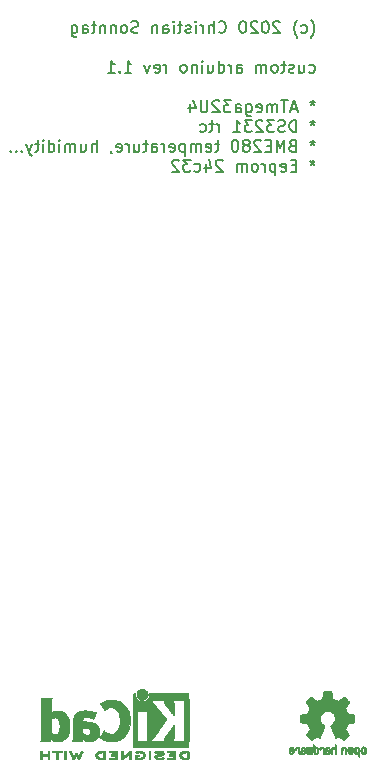
<source format=gbr>
%TF.GenerationSoftware,KiCad,Pcbnew,5.1.8-db9833491~87~ubuntu20.04.1*%
%TF.CreationDate,2020-11-19T17:12:54+01:00*%
%TF.ProjectId,custom-arduino-rtc-temperature-humidity,63757374-6f6d-42d6-9172-6475696e6f2d,rev?*%
%TF.SameCoordinates,Original*%
%TF.FileFunction,Legend,Bot*%
%TF.FilePolarity,Positive*%
%FSLAX46Y46*%
G04 Gerber Fmt 4.6, Leading zero omitted, Abs format (unit mm)*
G04 Created by KiCad (PCBNEW 5.1.8-db9833491~87~ubuntu20.04.1) date 2020-11-19 17:12:54*
%MOMM*%
%LPD*%
G01*
G04 APERTURE LIST*
%ADD10C,0.175000*%
%ADD11C,0.010000*%
G04 APERTURE END LIST*
D10*
X145285440Y-27609833D02*
X145333059Y-27562214D01*
X145428297Y-27419357D01*
X145475916Y-27324119D01*
X145523535Y-27181261D01*
X145571154Y-26943166D01*
X145571154Y-26752690D01*
X145523535Y-26514595D01*
X145475916Y-26371738D01*
X145428297Y-26276500D01*
X145333059Y-26133642D01*
X145285440Y-26086023D01*
X144475916Y-27181261D02*
X144571154Y-27228880D01*
X144761630Y-27228880D01*
X144856869Y-27181261D01*
X144904488Y-27133642D01*
X144952107Y-27038404D01*
X144952107Y-26752690D01*
X144904488Y-26657452D01*
X144856869Y-26609833D01*
X144761630Y-26562214D01*
X144571154Y-26562214D01*
X144475916Y-26609833D01*
X144142583Y-27609833D02*
X144094964Y-27562214D01*
X143999726Y-27419357D01*
X143952107Y-27324119D01*
X143904488Y-27181261D01*
X143856869Y-26943166D01*
X143856869Y-26752690D01*
X143904488Y-26514595D01*
X143952107Y-26371738D01*
X143999726Y-26276500D01*
X144094964Y-26133642D01*
X144142583Y-26086023D01*
X142666392Y-26324119D02*
X142618773Y-26276500D01*
X142523535Y-26228880D01*
X142285440Y-26228880D01*
X142190202Y-26276500D01*
X142142583Y-26324119D01*
X142094964Y-26419357D01*
X142094964Y-26514595D01*
X142142583Y-26657452D01*
X142714011Y-27228880D01*
X142094964Y-27228880D01*
X141475916Y-26228880D02*
X141380678Y-26228880D01*
X141285440Y-26276500D01*
X141237821Y-26324119D01*
X141190202Y-26419357D01*
X141142583Y-26609833D01*
X141142583Y-26847928D01*
X141190202Y-27038404D01*
X141237821Y-27133642D01*
X141285440Y-27181261D01*
X141380678Y-27228880D01*
X141475916Y-27228880D01*
X141571154Y-27181261D01*
X141618773Y-27133642D01*
X141666392Y-27038404D01*
X141714011Y-26847928D01*
X141714011Y-26609833D01*
X141666392Y-26419357D01*
X141618773Y-26324119D01*
X141571154Y-26276500D01*
X141475916Y-26228880D01*
X140761630Y-26324119D02*
X140714011Y-26276500D01*
X140618773Y-26228880D01*
X140380678Y-26228880D01*
X140285440Y-26276500D01*
X140237821Y-26324119D01*
X140190202Y-26419357D01*
X140190202Y-26514595D01*
X140237821Y-26657452D01*
X140809250Y-27228880D01*
X140190202Y-27228880D01*
X139571154Y-26228880D02*
X139475916Y-26228880D01*
X139380678Y-26276500D01*
X139333059Y-26324119D01*
X139285440Y-26419357D01*
X139237821Y-26609833D01*
X139237821Y-26847928D01*
X139285440Y-27038404D01*
X139333059Y-27133642D01*
X139380678Y-27181261D01*
X139475916Y-27228880D01*
X139571154Y-27228880D01*
X139666392Y-27181261D01*
X139714011Y-27133642D01*
X139761630Y-27038404D01*
X139809250Y-26847928D01*
X139809250Y-26609833D01*
X139761630Y-26419357D01*
X139714011Y-26324119D01*
X139666392Y-26276500D01*
X139571154Y-26228880D01*
X137475916Y-27133642D02*
X137523535Y-27181261D01*
X137666392Y-27228880D01*
X137761630Y-27228880D01*
X137904488Y-27181261D01*
X137999726Y-27086023D01*
X138047345Y-26990785D01*
X138094964Y-26800309D01*
X138094964Y-26657452D01*
X138047345Y-26466976D01*
X137999726Y-26371738D01*
X137904488Y-26276500D01*
X137761630Y-26228880D01*
X137666392Y-26228880D01*
X137523535Y-26276500D01*
X137475916Y-26324119D01*
X137047345Y-27228880D02*
X137047345Y-26228880D01*
X136618773Y-27228880D02*
X136618773Y-26705071D01*
X136666392Y-26609833D01*
X136761630Y-26562214D01*
X136904488Y-26562214D01*
X136999726Y-26609833D01*
X137047345Y-26657452D01*
X136142583Y-27228880D02*
X136142583Y-26562214D01*
X136142583Y-26752690D02*
X136094964Y-26657452D01*
X136047345Y-26609833D01*
X135952107Y-26562214D01*
X135856869Y-26562214D01*
X135523535Y-27228880D02*
X135523535Y-26562214D01*
X135523535Y-26228880D02*
X135571154Y-26276500D01*
X135523535Y-26324119D01*
X135475916Y-26276500D01*
X135523535Y-26228880D01*
X135523535Y-26324119D01*
X135094964Y-27181261D02*
X134999726Y-27228880D01*
X134809250Y-27228880D01*
X134714011Y-27181261D01*
X134666392Y-27086023D01*
X134666392Y-27038404D01*
X134714011Y-26943166D01*
X134809250Y-26895547D01*
X134952107Y-26895547D01*
X135047345Y-26847928D01*
X135094964Y-26752690D01*
X135094964Y-26705071D01*
X135047345Y-26609833D01*
X134952107Y-26562214D01*
X134809250Y-26562214D01*
X134714011Y-26609833D01*
X134380678Y-26562214D02*
X133999726Y-26562214D01*
X134237821Y-26228880D02*
X134237821Y-27086023D01*
X134190202Y-27181261D01*
X134094964Y-27228880D01*
X133999726Y-27228880D01*
X133666392Y-27228880D02*
X133666392Y-26562214D01*
X133666392Y-26228880D02*
X133714011Y-26276500D01*
X133666392Y-26324119D01*
X133618773Y-26276500D01*
X133666392Y-26228880D01*
X133666392Y-26324119D01*
X132761630Y-27228880D02*
X132761630Y-26705071D01*
X132809250Y-26609833D01*
X132904488Y-26562214D01*
X133094964Y-26562214D01*
X133190202Y-26609833D01*
X132761630Y-27181261D02*
X132856869Y-27228880D01*
X133094964Y-27228880D01*
X133190202Y-27181261D01*
X133237821Y-27086023D01*
X133237821Y-26990785D01*
X133190202Y-26895547D01*
X133094964Y-26847928D01*
X132856869Y-26847928D01*
X132761630Y-26800309D01*
X132285440Y-26562214D02*
X132285440Y-27228880D01*
X132285440Y-26657452D02*
X132237821Y-26609833D01*
X132142583Y-26562214D01*
X131999726Y-26562214D01*
X131904488Y-26609833D01*
X131856869Y-26705071D01*
X131856869Y-27228880D01*
X130666392Y-27181261D02*
X130523535Y-27228880D01*
X130285440Y-27228880D01*
X130190202Y-27181261D01*
X130142583Y-27133642D01*
X130094964Y-27038404D01*
X130094964Y-26943166D01*
X130142583Y-26847928D01*
X130190202Y-26800309D01*
X130285440Y-26752690D01*
X130475916Y-26705071D01*
X130571154Y-26657452D01*
X130618773Y-26609833D01*
X130666392Y-26514595D01*
X130666392Y-26419357D01*
X130618773Y-26324119D01*
X130571154Y-26276500D01*
X130475916Y-26228880D01*
X130237821Y-26228880D01*
X130094964Y-26276500D01*
X129523535Y-27228880D02*
X129618773Y-27181261D01*
X129666392Y-27133642D01*
X129714011Y-27038404D01*
X129714011Y-26752690D01*
X129666392Y-26657452D01*
X129618773Y-26609833D01*
X129523535Y-26562214D01*
X129380678Y-26562214D01*
X129285440Y-26609833D01*
X129237821Y-26657452D01*
X129190202Y-26752690D01*
X129190202Y-27038404D01*
X129237821Y-27133642D01*
X129285440Y-27181261D01*
X129380678Y-27228880D01*
X129523535Y-27228880D01*
X128761630Y-26562214D02*
X128761630Y-27228880D01*
X128761630Y-26657452D02*
X128714011Y-26609833D01*
X128618773Y-26562214D01*
X128475916Y-26562214D01*
X128380678Y-26609833D01*
X128333059Y-26705071D01*
X128333059Y-27228880D01*
X127856869Y-26562214D02*
X127856869Y-27228880D01*
X127856869Y-26657452D02*
X127809250Y-26609833D01*
X127714011Y-26562214D01*
X127571154Y-26562214D01*
X127475916Y-26609833D01*
X127428297Y-26705071D01*
X127428297Y-27228880D01*
X127094964Y-26562214D02*
X126714011Y-26562214D01*
X126952107Y-26228880D02*
X126952107Y-27086023D01*
X126904488Y-27181261D01*
X126809250Y-27228880D01*
X126714011Y-27228880D01*
X125952107Y-27228880D02*
X125952107Y-26705071D01*
X125999726Y-26609833D01*
X126094964Y-26562214D01*
X126285440Y-26562214D01*
X126380678Y-26609833D01*
X125952107Y-27181261D02*
X126047345Y-27228880D01*
X126285440Y-27228880D01*
X126380678Y-27181261D01*
X126428297Y-27086023D01*
X126428297Y-26990785D01*
X126380678Y-26895547D01*
X126285440Y-26847928D01*
X126047345Y-26847928D01*
X125952107Y-26800309D01*
X125047345Y-26562214D02*
X125047345Y-27371738D01*
X125094964Y-27466976D01*
X125142583Y-27514595D01*
X125237821Y-27562214D01*
X125380678Y-27562214D01*
X125475916Y-27514595D01*
X125047345Y-27181261D02*
X125142583Y-27228880D01*
X125333059Y-27228880D01*
X125428297Y-27181261D01*
X125475916Y-27133642D01*
X125523535Y-27038404D01*
X125523535Y-26752690D01*
X125475916Y-26657452D01*
X125428297Y-26609833D01*
X125333059Y-26562214D01*
X125142583Y-26562214D01*
X125047345Y-26609833D01*
X145142583Y-30531261D02*
X145237821Y-30578880D01*
X145428297Y-30578880D01*
X145523535Y-30531261D01*
X145571154Y-30483642D01*
X145618773Y-30388404D01*
X145618773Y-30102690D01*
X145571154Y-30007452D01*
X145523535Y-29959833D01*
X145428297Y-29912214D01*
X145237821Y-29912214D01*
X145142583Y-29959833D01*
X144285440Y-29912214D02*
X144285440Y-30578880D01*
X144714011Y-29912214D02*
X144714011Y-30436023D01*
X144666392Y-30531261D01*
X144571154Y-30578880D01*
X144428297Y-30578880D01*
X144333059Y-30531261D01*
X144285440Y-30483642D01*
X143856869Y-30531261D02*
X143761630Y-30578880D01*
X143571154Y-30578880D01*
X143475916Y-30531261D01*
X143428297Y-30436023D01*
X143428297Y-30388404D01*
X143475916Y-30293166D01*
X143571154Y-30245547D01*
X143714011Y-30245547D01*
X143809250Y-30197928D01*
X143856869Y-30102690D01*
X143856869Y-30055071D01*
X143809250Y-29959833D01*
X143714011Y-29912214D01*
X143571154Y-29912214D01*
X143475916Y-29959833D01*
X143142583Y-29912214D02*
X142761630Y-29912214D01*
X142999726Y-29578880D02*
X142999726Y-30436023D01*
X142952107Y-30531261D01*
X142856869Y-30578880D01*
X142761630Y-30578880D01*
X142285440Y-30578880D02*
X142380678Y-30531261D01*
X142428297Y-30483642D01*
X142475916Y-30388404D01*
X142475916Y-30102690D01*
X142428297Y-30007452D01*
X142380678Y-29959833D01*
X142285440Y-29912214D01*
X142142583Y-29912214D01*
X142047345Y-29959833D01*
X141999726Y-30007452D01*
X141952107Y-30102690D01*
X141952107Y-30388404D01*
X141999726Y-30483642D01*
X142047345Y-30531261D01*
X142142583Y-30578880D01*
X142285440Y-30578880D01*
X141523535Y-30578880D02*
X141523535Y-29912214D01*
X141523535Y-30007452D02*
X141475916Y-29959833D01*
X141380678Y-29912214D01*
X141237821Y-29912214D01*
X141142583Y-29959833D01*
X141094964Y-30055071D01*
X141094964Y-30578880D01*
X141094964Y-30055071D02*
X141047345Y-29959833D01*
X140952107Y-29912214D01*
X140809250Y-29912214D01*
X140714011Y-29959833D01*
X140666392Y-30055071D01*
X140666392Y-30578880D01*
X138999726Y-30578880D02*
X138999726Y-30055071D01*
X139047345Y-29959833D01*
X139142583Y-29912214D01*
X139333059Y-29912214D01*
X139428297Y-29959833D01*
X138999726Y-30531261D02*
X139094964Y-30578880D01*
X139333059Y-30578880D01*
X139428297Y-30531261D01*
X139475916Y-30436023D01*
X139475916Y-30340785D01*
X139428297Y-30245547D01*
X139333059Y-30197928D01*
X139094964Y-30197928D01*
X138999726Y-30150309D01*
X138523535Y-30578880D02*
X138523535Y-29912214D01*
X138523535Y-30102690D02*
X138475916Y-30007452D01*
X138428297Y-29959833D01*
X138333059Y-29912214D01*
X138237821Y-29912214D01*
X137475916Y-30578880D02*
X137475916Y-29578880D01*
X137475916Y-30531261D02*
X137571154Y-30578880D01*
X137761630Y-30578880D01*
X137856869Y-30531261D01*
X137904488Y-30483642D01*
X137952107Y-30388404D01*
X137952107Y-30102690D01*
X137904488Y-30007452D01*
X137856869Y-29959833D01*
X137761630Y-29912214D01*
X137571154Y-29912214D01*
X137475916Y-29959833D01*
X136571154Y-29912214D02*
X136571154Y-30578880D01*
X136999726Y-29912214D02*
X136999726Y-30436023D01*
X136952107Y-30531261D01*
X136856869Y-30578880D01*
X136714011Y-30578880D01*
X136618773Y-30531261D01*
X136571154Y-30483642D01*
X136094964Y-30578880D02*
X136094964Y-29912214D01*
X136094964Y-29578880D02*
X136142583Y-29626500D01*
X136094964Y-29674119D01*
X136047345Y-29626500D01*
X136094964Y-29578880D01*
X136094964Y-29674119D01*
X135618773Y-29912214D02*
X135618773Y-30578880D01*
X135618773Y-30007452D02*
X135571154Y-29959833D01*
X135475916Y-29912214D01*
X135333059Y-29912214D01*
X135237821Y-29959833D01*
X135190202Y-30055071D01*
X135190202Y-30578880D01*
X134571154Y-30578880D02*
X134666392Y-30531261D01*
X134714011Y-30483642D01*
X134761630Y-30388404D01*
X134761630Y-30102690D01*
X134714011Y-30007452D01*
X134666392Y-29959833D01*
X134571154Y-29912214D01*
X134428297Y-29912214D01*
X134333059Y-29959833D01*
X134285440Y-30007452D01*
X134237821Y-30102690D01*
X134237821Y-30388404D01*
X134285440Y-30483642D01*
X134333059Y-30531261D01*
X134428297Y-30578880D01*
X134571154Y-30578880D01*
X133047345Y-30578880D02*
X133047345Y-29912214D01*
X133047345Y-30102690D02*
X132999726Y-30007452D01*
X132952107Y-29959833D01*
X132856869Y-29912214D01*
X132761630Y-29912214D01*
X132047345Y-30531261D02*
X132142583Y-30578880D01*
X132333059Y-30578880D01*
X132428297Y-30531261D01*
X132475916Y-30436023D01*
X132475916Y-30055071D01*
X132428297Y-29959833D01*
X132333059Y-29912214D01*
X132142583Y-29912214D01*
X132047345Y-29959833D01*
X131999726Y-30055071D01*
X131999726Y-30150309D01*
X132475916Y-30245547D01*
X131666392Y-29912214D02*
X131428297Y-30578880D01*
X131190202Y-29912214D01*
X129523535Y-30578880D02*
X130094964Y-30578880D01*
X129809250Y-30578880D02*
X129809250Y-29578880D01*
X129904488Y-29721738D01*
X129999726Y-29816976D01*
X130094964Y-29864595D01*
X129094964Y-30483642D02*
X129047345Y-30531261D01*
X129094964Y-30578880D01*
X129142583Y-30531261D01*
X129094964Y-30483642D01*
X129094964Y-30578880D01*
X128094964Y-30578880D02*
X128666392Y-30578880D01*
X128380678Y-30578880D02*
X128380678Y-29578880D01*
X128475916Y-29721738D01*
X128571154Y-29816976D01*
X128666392Y-29864595D01*
X145428297Y-32928880D02*
X145428297Y-33166976D01*
X145666392Y-33071738D02*
X145428297Y-33166976D01*
X145190202Y-33071738D01*
X145571154Y-33357452D02*
X145428297Y-33166976D01*
X145285440Y-33357452D01*
X144094964Y-33643166D02*
X143618773Y-33643166D01*
X144190202Y-33928880D02*
X143856869Y-32928880D01*
X143523535Y-33928880D01*
X143333059Y-32928880D02*
X142761630Y-32928880D01*
X143047345Y-33928880D02*
X143047345Y-32928880D01*
X142428297Y-33928880D02*
X142428297Y-33262214D01*
X142428297Y-33357452D02*
X142380678Y-33309833D01*
X142285440Y-33262214D01*
X142142583Y-33262214D01*
X142047345Y-33309833D01*
X141999726Y-33405071D01*
X141999726Y-33928880D01*
X141999726Y-33405071D02*
X141952107Y-33309833D01*
X141856869Y-33262214D01*
X141714011Y-33262214D01*
X141618773Y-33309833D01*
X141571154Y-33405071D01*
X141571154Y-33928880D01*
X140714011Y-33881261D02*
X140809250Y-33928880D01*
X140999726Y-33928880D01*
X141094964Y-33881261D01*
X141142583Y-33786023D01*
X141142583Y-33405071D01*
X141094964Y-33309833D01*
X140999726Y-33262214D01*
X140809250Y-33262214D01*
X140714011Y-33309833D01*
X140666392Y-33405071D01*
X140666392Y-33500309D01*
X141142583Y-33595547D01*
X139809250Y-33262214D02*
X139809250Y-34071738D01*
X139856869Y-34166976D01*
X139904488Y-34214595D01*
X139999726Y-34262214D01*
X140142583Y-34262214D01*
X140237821Y-34214595D01*
X139809250Y-33881261D02*
X139904488Y-33928880D01*
X140094964Y-33928880D01*
X140190202Y-33881261D01*
X140237821Y-33833642D01*
X140285440Y-33738404D01*
X140285440Y-33452690D01*
X140237821Y-33357452D01*
X140190202Y-33309833D01*
X140094964Y-33262214D01*
X139904488Y-33262214D01*
X139809250Y-33309833D01*
X138904488Y-33928880D02*
X138904488Y-33405071D01*
X138952107Y-33309833D01*
X139047345Y-33262214D01*
X139237821Y-33262214D01*
X139333059Y-33309833D01*
X138904488Y-33881261D02*
X138999726Y-33928880D01*
X139237821Y-33928880D01*
X139333059Y-33881261D01*
X139380678Y-33786023D01*
X139380678Y-33690785D01*
X139333059Y-33595547D01*
X139237821Y-33547928D01*
X138999726Y-33547928D01*
X138904488Y-33500309D01*
X138523535Y-32928880D02*
X137904488Y-32928880D01*
X138237821Y-33309833D01*
X138094964Y-33309833D01*
X137999726Y-33357452D01*
X137952107Y-33405071D01*
X137904488Y-33500309D01*
X137904488Y-33738404D01*
X137952107Y-33833642D01*
X137999726Y-33881261D01*
X138094964Y-33928880D01*
X138380678Y-33928880D01*
X138475916Y-33881261D01*
X138523535Y-33833642D01*
X137523535Y-33024119D02*
X137475916Y-32976500D01*
X137380678Y-32928880D01*
X137142583Y-32928880D01*
X137047345Y-32976500D01*
X136999726Y-33024119D01*
X136952107Y-33119357D01*
X136952107Y-33214595D01*
X136999726Y-33357452D01*
X137571154Y-33928880D01*
X136952107Y-33928880D01*
X136523535Y-32928880D02*
X136523535Y-33738404D01*
X136475916Y-33833642D01*
X136428297Y-33881261D01*
X136333059Y-33928880D01*
X136142583Y-33928880D01*
X136047345Y-33881261D01*
X135999726Y-33833642D01*
X135952107Y-33738404D01*
X135952107Y-32928880D01*
X135047345Y-33262214D02*
X135047345Y-33928880D01*
X135285440Y-32881261D02*
X135523535Y-33595547D01*
X134904488Y-33595547D01*
X145428297Y-34603880D02*
X145428297Y-34841976D01*
X145666392Y-34746738D02*
X145428297Y-34841976D01*
X145190202Y-34746738D01*
X145571154Y-35032452D02*
X145428297Y-34841976D01*
X145285440Y-35032452D01*
X144047345Y-35603880D02*
X144047345Y-34603880D01*
X143809250Y-34603880D01*
X143666392Y-34651500D01*
X143571154Y-34746738D01*
X143523535Y-34841976D01*
X143475916Y-35032452D01*
X143475916Y-35175309D01*
X143523535Y-35365785D01*
X143571154Y-35461023D01*
X143666392Y-35556261D01*
X143809250Y-35603880D01*
X144047345Y-35603880D01*
X143094964Y-35556261D02*
X142952107Y-35603880D01*
X142714011Y-35603880D01*
X142618773Y-35556261D01*
X142571154Y-35508642D01*
X142523535Y-35413404D01*
X142523535Y-35318166D01*
X142571154Y-35222928D01*
X142618773Y-35175309D01*
X142714011Y-35127690D01*
X142904488Y-35080071D01*
X142999726Y-35032452D01*
X143047345Y-34984833D01*
X143094964Y-34889595D01*
X143094964Y-34794357D01*
X143047345Y-34699119D01*
X142999726Y-34651500D01*
X142904488Y-34603880D01*
X142666392Y-34603880D01*
X142523535Y-34651500D01*
X142190202Y-34603880D02*
X141571154Y-34603880D01*
X141904488Y-34984833D01*
X141761630Y-34984833D01*
X141666392Y-35032452D01*
X141618773Y-35080071D01*
X141571154Y-35175309D01*
X141571154Y-35413404D01*
X141618773Y-35508642D01*
X141666392Y-35556261D01*
X141761630Y-35603880D01*
X142047345Y-35603880D01*
X142142583Y-35556261D01*
X142190202Y-35508642D01*
X141190202Y-34699119D02*
X141142583Y-34651500D01*
X141047345Y-34603880D01*
X140809250Y-34603880D01*
X140714011Y-34651500D01*
X140666392Y-34699119D01*
X140618773Y-34794357D01*
X140618773Y-34889595D01*
X140666392Y-35032452D01*
X141237821Y-35603880D01*
X140618773Y-35603880D01*
X140285440Y-34603880D02*
X139666392Y-34603880D01*
X139999726Y-34984833D01*
X139856869Y-34984833D01*
X139761630Y-35032452D01*
X139714011Y-35080071D01*
X139666392Y-35175309D01*
X139666392Y-35413404D01*
X139714011Y-35508642D01*
X139761630Y-35556261D01*
X139856869Y-35603880D01*
X140142583Y-35603880D01*
X140237821Y-35556261D01*
X140285440Y-35508642D01*
X138714011Y-35603880D02*
X139285440Y-35603880D01*
X138999726Y-35603880D02*
X138999726Y-34603880D01*
X139094964Y-34746738D01*
X139190202Y-34841976D01*
X139285440Y-34889595D01*
X137523535Y-35603880D02*
X137523535Y-34937214D01*
X137523535Y-35127690D02*
X137475916Y-35032452D01*
X137428297Y-34984833D01*
X137333059Y-34937214D01*
X137237821Y-34937214D01*
X137047345Y-34937214D02*
X136666392Y-34937214D01*
X136904488Y-34603880D02*
X136904488Y-35461023D01*
X136856869Y-35556261D01*
X136761630Y-35603880D01*
X136666392Y-35603880D01*
X135904488Y-35556261D02*
X135999726Y-35603880D01*
X136190202Y-35603880D01*
X136285440Y-35556261D01*
X136333059Y-35508642D01*
X136380678Y-35413404D01*
X136380678Y-35127690D01*
X136333059Y-35032452D01*
X136285440Y-34984833D01*
X136190202Y-34937214D01*
X135999726Y-34937214D01*
X135904488Y-34984833D01*
X145428297Y-36278880D02*
X145428297Y-36516976D01*
X145666392Y-36421738D02*
X145428297Y-36516976D01*
X145190202Y-36421738D01*
X145571154Y-36707452D02*
X145428297Y-36516976D01*
X145285440Y-36707452D01*
X143714011Y-36755071D02*
X143571154Y-36802690D01*
X143523535Y-36850309D01*
X143475916Y-36945547D01*
X143475916Y-37088404D01*
X143523535Y-37183642D01*
X143571154Y-37231261D01*
X143666392Y-37278880D01*
X144047345Y-37278880D01*
X144047345Y-36278880D01*
X143714011Y-36278880D01*
X143618773Y-36326500D01*
X143571154Y-36374119D01*
X143523535Y-36469357D01*
X143523535Y-36564595D01*
X143571154Y-36659833D01*
X143618773Y-36707452D01*
X143714011Y-36755071D01*
X144047345Y-36755071D01*
X143047345Y-37278880D02*
X143047345Y-36278880D01*
X142714011Y-36993166D01*
X142380678Y-36278880D01*
X142380678Y-37278880D01*
X141904488Y-36755071D02*
X141571154Y-36755071D01*
X141428297Y-37278880D02*
X141904488Y-37278880D01*
X141904488Y-36278880D01*
X141428297Y-36278880D01*
X141047345Y-36374119D02*
X140999726Y-36326500D01*
X140904488Y-36278880D01*
X140666392Y-36278880D01*
X140571154Y-36326500D01*
X140523535Y-36374119D01*
X140475916Y-36469357D01*
X140475916Y-36564595D01*
X140523535Y-36707452D01*
X141094964Y-37278880D01*
X140475916Y-37278880D01*
X139904488Y-36707452D02*
X139999726Y-36659833D01*
X140047345Y-36612214D01*
X140094964Y-36516976D01*
X140094964Y-36469357D01*
X140047345Y-36374119D01*
X139999726Y-36326500D01*
X139904488Y-36278880D01*
X139714011Y-36278880D01*
X139618773Y-36326500D01*
X139571154Y-36374119D01*
X139523535Y-36469357D01*
X139523535Y-36516976D01*
X139571154Y-36612214D01*
X139618773Y-36659833D01*
X139714011Y-36707452D01*
X139904488Y-36707452D01*
X139999726Y-36755071D01*
X140047345Y-36802690D01*
X140094964Y-36897928D01*
X140094964Y-37088404D01*
X140047345Y-37183642D01*
X139999726Y-37231261D01*
X139904488Y-37278880D01*
X139714011Y-37278880D01*
X139618773Y-37231261D01*
X139571154Y-37183642D01*
X139523535Y-37088404D01*
X139523535Y-36897928D01*
X139571154Y-36802690D01*
X139618773Y-36755071D01*
X139714011Y-36707452D01*
X138904488Y-36278880D02*
X138809250Y-36278880D01*
X138714011Y-36326500D01*
X138666392Y-36374119D01*
X138618773Y-36469357D01*
X138571154Y-36659833D01*
X138571154Y-36897928D01*
X138618773Y-37088404D01*
X138666392Y-37183642D01*
X138714011Y-37231261D01*
X138809250Y-37278880D01*
X138904488Y-37278880D01*
X138999726Y-37231261D01*
X139047345Y-37183642D01*
X139094964Y-37088404D01*
X139142583Y-36897928D01*
X139142583Y-36659833D01*
X139094964Y-36469357D01*
X139047345Y-36374119D01*
X138999726Y-36326500D01*
X138904488Y-36278880D01*
X137523535Y-36612214D02*
X137142583Y-36612214D01*
X137380678Y-36278880D02*
X137380678Y-37136023D01*
X137333059Y-37231261D01*
X137237821Y-37278880D01*
X137142583Y-37278880D01*
X136428297Y-37231261D02*
X136523535Y-37278880D01*
X136714011Y-37278880D01*
X136809250Y-37231261D01*
X136856869Y-37136023D01*
X136856869Y-36755071D01*
X136809250Y-36659833D01*
X136714011Y-36612214D01*
X136523535Y-36612214D01*
X136428297Y-36659833D01*
X136380678Y-36755071D01*
X136380678Y-36850309D01*
X136856869Y-36945547D01*
X135952107Y-37278880D02*
X135952107Y-36612214D01*
X135952107Y-36707452D02*
X135904488Y-36659833D01*
X135809250Y-36612214D01*
X135666392Y-36612214D01*
X135571154Y-36659833D01*
X135523535Y-36755071D01*
X135523535Y-37278880D01*
X135523535Y-36755071D02*
X135475916Y-36659833D01*
X135380678Y-36612214D01*
X135237821Y-36612214D01*
X135142583Y-36659833D01*
X135094964Y-36755071D01*
X135094964Y-37278880D01*
X134618773Y-36612214D02*
X134618773Y-37612214D01*
X134618773Y-36659833D02*
X134523535Y-36612214D01*
X134333059Y-36612214D01*
X134237821Y-36659833D01*
X134190202Y-36707452D01*
X134142583Y-36802690D01*
X134142583Y-37088404D01*
X134190202Y-37183642D01*
X134237821Y-37231261D01*
X134333059Y-37278880D01*
X134523535Y-37278880D01*
X134618773Y-37231261D01*
X133333059Y-37231261D02*
X133428297Y-37278880D01*
X133618773Y-37278880D01*
X133714011Y-37231261D01*
X133761630Y-37136023D01*
X133761630Y-36755071D01*
X133714011Y-36659833D01*
X133618773Y-36612214D01*
X133428297Y-36612214D01*
X133333059Y-36659833D01*
X133285440Y-36755071D01*
X133285440Y-36850309D01*
X133761630Y-36945547D01*
X132856869Y-37278880D02*
X132856869Y-36612214D01*
X132856869Y-36802690D02*
X132809250Y-36707452D01*
X132761630Y-36659833D01*
X132666392Y-36612214D01*
X132571154Y-36612214D01*
X131809250Y-37278880D02*
X131809250Y-36755071D01*
X131856869Y-36659833D01*
X131952107Y-36612214D01*
X132142583Y-36612214D01*
X132237821Y-36659833D01*
X131809250Y-37231261D02*
X131904488Y-37278880D01*
X132142583Y-37278880D01*
X132237821Y-37231261D01*
X132285440Y-37136023D01*
X132285440Y-37040785D01*
X132237821Y-36945547D01*
X132142583Y-36897928D01*
X131904488Y-36897928D01*
X131809250Y-36850309D01*
X131475916Y-36612214D02*
X131094964Y-36612214D01*
X131333059Y-36278880D02*
X131333059Y-37136023D01*
X131285440Y-37231261D01*
X131190202Y-37278880D01*
X131094964Y-37278880D01*
X130333059Y-36612214D02*
X130333059Y-37278880D01*
X130761630Y-36612214D02*
X130761630Y-37136023D01*
X130714011Y-37231261D01*
X130618773Y-37278880D01*
X130475916Y-37278880D01*
X130380678Y-37231261D01*
X130333059Y-37183642D01*
X129856869Y-37278880D02*
X129856869Y-36612214D01*
X129856869Y-36802690D02*
X129809250Y-36707452D01*
X129761630Y-36659833D01*
X129666392Y-36612214D01*
X129571154Y-36612214D01*
X128856869Y-37231261D02*
X128952107Y-37278880D01*
X129142583Y-37278880D01*
X129237821Y-37231261D01*
X129285440Y-37136023D01*
X129285440Y-36755071D01*
X129237821Y-36659833D01*
X129142583Y-36612214D01*
X128952107Y-36612214D01*
X128856869Y-36659833D01*
X128809250Y-36755071D01*
X128809250Y-36850309D01*
X129285440Y-36945547D01*
X128333059Y-37231261D02*
X128333059Y-37278880D01*
X128380678Y-37374119D01*
X128428297Y-37421738D01*
X127142583Y-37278880D02*
X127142583Y-36278880D01*
X126714011Y-37278880D02*
X126714011Y-36755071D01*
X126761630Y-36659833D01*
X126856869Y-36612214D01*
X126999726Y-36612214D01*
X127094964Y-36659833D01*
X127142583Y-36707452D01*
X125809250Y-36612214D02*
X125809250Y-37278880D01*
X126237821Y-36612214D02*
X126237821Y-37136023D01*
X126190202Y-37231261D01*
X126094964Y-37278880D01*
X125952107Y-37278880D01*
X125856869Y-37231261D01*
X125809250Y-37183642D01*
X125333059Y-37278880D02*
X125333059Y-36612214D01*
X125333059Y-36707452D02*
X125285440Y-36659833D01*
X125190202Y-36612214D01*
X125047345Y-36612214D01*
X124952107Y-36659833D01*
X124904488Y-36755071D01*
X124904488Y-37278880D01*
X124904488Y-36755071D02*
X124856869Y-36659833D01*
X124761630Y-36612214D01*
X124618773Y-36612214D01*
X124523535Y-36659833D01*
X124475916Y-36755071D01*
X124475916Y-37278880D01*
X123999726Y-37278880D02*
X123999726Y-36612214D01*
X123999726Y-36278880D02*
X124047345Y-36326500D01*
X123999726Y-36374119D01*
X123952107Y-36326500D01*
X123999726Y-36278880D01*
X123999726Y-36374119D01*
X123094964Y-37278880D02*
X123094964Y-36278880D01*
X123094964Y-37231261D02*
X123190202Y-37278880D01*
X123380678Y-37278880D01*
X123475916Y-37231261D01*
X123523535Y-37183642D01*
X123571154Y-37088404D01*
X123571154Y-36802690D01*
X123523535Y-36707452D01*
X123475916Y-36659833D01*
X123380678Y-36612214D01*
X123190202Y-36612214D01*
X123094964Y-36659833D01*
X122618773Y-37278880D02*
X122618773Y-36612214D01*
X122618773Y-36278880D02*
X122666392Y-36326500D01*
X122618773Y-36374119D01*
X122571154Y-36326500D01*
X122618773Y-36278880D01*
X122618773Y-36374119D01*
X122285440Y-36612214D02*
X121904488Y-36612214D01*
X122142583Y-36278880D02*
X122142583Y-37136023D01*
X122094964Y-37231261D01*
X121999726Y-37278880D01*
X121904488Y-37278880D01*
X121666392Y-36612214D02*
X121428297Y-37278880D01*
X121190202Y-36612214D02*
X121428297Y-37278880D01*
X121523535Y-37516976D01*
X121571154Y-37564595D01*
X121666392Y-37612214D01*
X120809250Y-37183642D02*
X120761630Y-37231261D01*
X120809250Y-37278880D01*
X120856869Y-37231261D01*
X120809250Y-37183642D01*
X120809250Y-37278880D01*
X120333059Y-37183642D02*
X120285440Y-37231261D01*
X120333059Y-37278880D01*
X120380678Y-37231261D01*
X120333059Y-37183642D01*
X120333059Y-37278880D01*
X119856869Y-37183642D02*
X119809250Y-37231261D01*
X119856869Y-37278880D01*
X119904488Y-37231261D01*
X119856869Y-37183642D01*
X119856869Y-37278880D01*
X145428297Y-37953880D02*
X145428297Y-38191976D01*
X145666392Y-38096738D02*
X145428297Y-38191976D01*
X145190202Y-38096738D01*
X145571154Y-38382452D02*
X145428297Y-38191976D01*
X145285440Y-38382452D01*
X144047345Y-38430071D02*
X143714011Y-38430071D01*
X143571154Y-38953880D02*
X144047345Y-38953880D01*
X144047345Y-37953880D01*
X143571154Y-37953880D01*
X142761630Y-38906261D02*
X142856869Y-38953880D01*
X143047345Y-38953880D01*
X143142583Y-38906261D01*
X143190202Y-38811023D01*
X143190202Y-38430071D01*
X143142583Y-38334833D01*
X143047345Y-38287214D01*
X142856869Y-38287214D01*
X142761630Y-38334833D01*
X142714011Y-38430071D01*
X142714011Y-38525309D01*
X143190202Y-38620547D01*
X142285440Y-38287214D02*
X142285440Y-39287214D01*
X142285440Y-38334833D02*
X142190202Y-38287214D01*
X141999726Y-38287214D01*
X141904488Y-38334833D01*
X141856869Y-38382452D01*
X141809250Y-38477690D01*
X141809250Y-38763404D01*
X141856869Y-38858642D01*
X141904488Y-38906261D01*
X141999726Y-38953880D01*
X142190202Y-38953880D01*
X142285440Y-38906261D01*
X141380678Y-38953880D02*
X141380678Y-38287214D01*
X141380678Y-38477690D02*
X141333059Y-38382452D01*
X141285440Y-38334833D01*
X141190202Y-38287214D01*
X141094964Y-38287214D01*
X140618773Y-38953880D02*
X140714011Y-38906261D01*
X140761630Y-38858642D01*
X140809250Y-38763404D01*
X140809250Y-38477690D01*
X140761630Y-38382452D01*
X140714011Y-38334833D01*
X140618773Y-38287214D01*
X140475916Y-38287214D01*
X140380678Y-38334833D01*
X140333059Y-38382452D01*
X140285440Y-38477690D01*
X140285440Y-38763404D01*
X140333059Y-38858642D01*
X140380678Y-38906261D01*
X140475916Y-38953880D01*
X140618773Y-38953880D01*
X139856869Y-38953880D02*
X139856869Y-38287214D01*
X139856869Y-38382452D02*
X139809250Y-38334833D01*
X139714011Y-38287214D01*
X139571154Y-38287214D01*
X139475916Y-38334833D01*
X139428297Y-38430071D01*
X139428297Y-38953880D01*
X139428297Y-38430071D02*
X139380678Y-38334833D01*
X139285440Y-38287214D01*
X139142583Y-38287214D01*
X139047345Y-38334833D01*
X138999726Y-38430071D01*
X138999726Y-38953880D01*
X137809250Y-38049119D02*
X137761630Y-38001500D01*
X137666392Y-37953880D01*
X137428297Y-37953880D01*
X137333059Y-38001500D01*
X137285440Y-38049119D01*
X137237821Y-38144357D01*
X137237821Y-38239595D01*
X137285440Y-38382452D01*
X137856869Y-38953880D01*
X137237821Y-38953880D01*
X136380678Y-38287214D02*
X136380678Y-38953880D01*
X136618773Y-37906261D02*
X136856869Y-38620547D01*
X136237821Y-38620547D01*
X135428297Y-38906261D02*
X135523535Y-38953880D01*
X135714011Y-38953880D01*
X135809250Y-38906261D01*
X135856869Y-38858642D01*
X135904488Y-38763404D01*
X135904488Y-38477690D01*
X135856869Y-38382452D01*
X135809250Y-38334833D01*
X135714011Y-38287214D01*
X135523535Y-38287214D01*
X135428297Y-38334833D01*
X135094964Y-37953880D02*
X134475916Y-37953880D01*
X134809250Y-38334833D01*
X134666392Y-38334833D01*
X134571154Y-38382452D01*
X134523535Y-38430071D01*
X134475916Y-38525309D01*
X134475916Y-38763404D01*
X134523535Y-38858642D01*
X134571154Y-38906261D01*
X134666392Y-38953880D01*
X134952107Y-38953880D01*
X135047345Y-38906261D01*
X135094964Y-38858642D01*
X134094964Y-38049119D02*
X134047345Y-38001500D01*
X133952107Y-37953880D01*
X133714011Y-37953880D01*
X133618773Y-38001500D01*
X133571154Y-38049119D01*
X133523535Y-38144357D01*
X133523535Y-38239595D01*
X133571154Y-38382452D01*
X134142583Y-38953880D01*
X133523535Y-38953880D01*
D11*
%TO.C,REF\u002A\u002A*%
G36*
X146581090Y-82967348D02*
G01*
X146502546Y-82967778D01*
X146445702Y-82968942D01*
X146406895Y-82971207D01*
X146382462Y-82974940D01*
X146368738Y-82980506D01*
X146362060Y-82988273D01*
X146358764Y-82998605D01*
X146358444Y-82999943D01*
X146353438Y-83024079D01*
X146344171Y-83071701D01*
X146331608Y-83137741D01*
X146316713Y-83217128D01*
X146300449Y-83304796D01*
X146299881Y-83307875D01*
X146283590Y-83393789D01*
X146268348Y-83469696D01*
X146255139Y-83531045D01*
X146244946Y-83573282D01*
X146238752Y-83591855D01*
X146238457Y-83592184D01*
X146220212Y-83601253D01*
X146182595Y-83616367D01*
X146133729Y-83634262D01*
X146133457Y-83634358D01*
X146071907Y-83657493D01*
X145999343Y-83686965D01*
X145930943Y-83716597D01*
X145927706Y-83718062D01*
X145816298Y-83768626D01*
X145569601Y-83600160D01*
X145493923Y-83548803D01*
X145425369Y-83502889D01*
X145367912Y-83465030D01*
X145325524Y-83437837D01*
X145302175Y-83423921D01*
X145299958Y-83422889D01*
X145282990Y-83427484D01*
X145251299Y-83449655D01*
X145203648Y-83490447D01*
X145138802Y-83550905D01*
X145072603Y-83615227D01*
X145008786Y-83678612D01*
X144951671Y-83736451D01*
X144904695Y-83785175D01*
X144871297Y-83821210D01*
X144854915Y-83840984D01*
X144854306Y-83842002D01*
X144852495Y-83855572D01*
X144859317Y-83877733D01*
X144876460Y-83911478D01*
X144905607Y-83959800D01*
X144948445Y-84025692D01*
X145005552Y-84110517D01*
X145056234Y-84185177D01*
X145101539Y-84252140D01*
X145138850Y-84307516D01*
X145165548Y-84347420D01*
X145179015Y-84367962D01*
X145179863Y-84369356D01*
X145178219Y-84389038D01*
X145165755Y-84427293D01*
X145144952Y-84476889D01*
X145137538Y-84492728D01*
X145105186Y-84563290D01*
X145070672Y-84643353D01*
X145042635Y-84712629D01*
X145022432Y-84764045D01*
X145006385Y-84803119D01*
X144997112Y-84823541D01*
X144995959Y-84825114D01*
X144978904Y-84827721D01*
X144938702Y-84834863D01*
X144880698Y-84845523D01*
X144810237Y-84858685D01*
X144732665Y-84873333D01*
X144653328Y-84888449D01*
X144577569Y-84903018D01*
X144510736Y-84916022D01*
X144458172Y-84926445D01*
X144425224Y-84933270D01*
X144417143Y-84935199D01*
X144408795Y-84939962D01*
X144402494Y-84950718D01*
X144397955Y-84971098D01*
X144394896Y-85004734D01*
X144393033Y-85055255D01*
X144392082Y-85126292D01*
X144391760Y-85221476D01*
X144391743Y-85260492D01*
X144391743Y-85577799D01*
X144467943Y-85592839D01*
X144510337Y-85600995D01*
X144573600Y-85612899D01*
X144650038Y-85627116D01*
X144731957Y-85642210D01*
X144754600Y-85646355D01*
X144830194Y-85661053D01*
X144896047Y-85675505D01*
X144946634Y-85688375D01*
X144976426Y-85698322D01*
X144981388Y-85701287D01*
X144993574Y-85722283D01*
X145011047Y-85762967D01*
X145030423Y-85815322D01*
X145034266Y-85826600D01*
X145059661Y-85896523D01*
X145091183Y-85975418D01*
X145122031Y-86046266D01*
X145122183Y-86046595D01*
X145173553Y-86157733D01*
X145004601Y-86406253D01*
X144835648Y-86654772D01*
X145052571Y-86872058D01*
X145118181Y-86936726D01*
X145178021Y-86993733D01*
X145228733Y-87040033D01*
X145266954Y-87072584D01*
X145289325Y-87088343D01*
X145292534Y-87089343D01*
X145311374Y-87081469D01*
X145349820Y-87059578D01*
X145403670Y-87026267D01*
X145468724Y-86984131D01*
X145539060Y-86936943D01*
X145610445Y-86888810D01*
X145674092Y-86846928D01*
X145725959Y-86813871D01*
X145762005Y-86792218D01*
X145778133Y-86784543D01*
X145797811Y-86791037D01*
X145835125Y-86808150D01*
X145882379Y-86832326D01*
X145887388Y-86835013D01*
X145951023Y-86866927D01*
X145994659Y-86882579D01*
X146021798Y-86882745D01*
X146035943Y-86868204D01*
X146036025Y-86868000D01*
X146043095Y-86850779D01*
X146059958Y-86809899D01*
X146085305Y-86748525D01*
X146117829Y-86669819D01*
X146156222Y-86576947D01*
X146199178Y-86473072D01*
X146240778Y-86372502D01*
X146286496Y-86261516D01*
X146328474Y-86158703D01*
X146365452Y-86067215D01*
X146396173Y-85990201D01*
X146419378Y-85930815D01*
X146433810Y-85892209D01*
X146438257Y-85877800D01*
X146427104Y-85861272D01*
X146397931Y-85834930D01*
X146359029Y-85805887D01*
X146248243Y-85714039D01*
X146161649Y-85608759D01*
X146100284Y-85492266D01*
X146065185Y-85366776D01*
X146057392Y-85234507D01*
X146063057Y-85173457D01*
X146093922Y-85046795D01*
X146147080Y-84934941D01*
X146219233Y-84839001D01*
X146307083Y-84760076D01*
X146407335Y-84699270D01*
X146516690Y-84657687D01*
X146631853Y-84636428D01*
X146749525Y-84636599D01*
X146866410Y-84659301D01*
X146979211Y-84705638D01*
X147084631Y-84776713D01*
X147128632Y-84816911D01*
X147213021Y-84920129D01*
X147271778Y-85032925D01*
X147305296Y-85152010D01*
X147313965Y-85274095D01*
X147298177Y-85395893D01*
X147258322Y-85514116D01*
X147194793Y-85625475D01*
X147107979Y-85726684D01*
X147010971Y-85805887D01*
X146970563Y-85836162D01*
X146942018Y-85862219D01*
X146931743Y-85877825D01*
X146937123Y-85894843D01*
X146952425Y-85935500D01*
X146976388Y-85996642D01*
X147007756Y-86075119D01*
X147045268Y-86167780D01*
X147087667Y-86271472D01*
X147129337Y-86372526D01*
X147175310Y-86483607D01*
X147217893Y-86586541D01*
X147255779Y-86678165D01*
X147287660Y-86755316D01*
X147312229Y-86814831D01*
X147328180Y-86853544D01*
X147334090Y-86868000D01*
X147348052Y-86882685D01*
X147375060Y-86882642D01*
X147418587Y-86867099D01*
X147482110Y-86835284D01*
X147482612Y-86835013D01*
X147530440Y-86810323D01*
X147569103Y-86792338D01*
X147590905Y-86784614D01*
X147591867Y-86784543D01*
X147608279Y-86792378D01*
X147644513Y-86814165D01*
X147696526Y-86847328D01*
X147760275Y-86889291D01*
X147830940Y-86936943D01*
X147902884Y-86985191D01*
X147967726Y-87027151D01*
X148021265Y-87060227D01*
X148059303Y-87081821D01*
X148077467Y-87089343D01*
X148094192Y-87079457D01*
X148127820Y-87051826D01*
X148174990Y-87009495D01*
X148232342Y-86955505D01*
X148296516Y-86892899D01*
X148317503Y-86871983D01*
X148534501Y-86654623D01*
X148369332Y-86412220D01*
X148319136Y-86337781D01*
X148275081Y-86270972D01*
X148239638Y-86215665D01*
X148215281Y-86175729D01*
X148204478Y-86155036D01*
X148204162Y-86153563D01*
X148209857Y-86134058D01*
X148225174Y-86094822D01*
X148247463Y-86042430D01*
X148263107Y-86007355D01*
X148292359Y-85940201D01*
X148319906Y-85872358D01*
X148341263Y-85815034D01*
X148347065Y-85797572D01*
X148363548Y-85750938D01*
X148379660Y-85714905D01*
X148388510Y-85701287D01*
X148408040Y-85692952D01*
X148450666Y-85681137D01*
X148510855Y-85667181D01*
X148583078Y-85652422D01*
X148615400Y-85646355D01*
X148697478Y-85631273D01*
X148776205Y-85616669D01*
X148843891Y-85603980D01*
X148892840Y-85594642D01*
X148902057Y-85592839D01*
X148978257Y-85577799D01*
X148978257Y-85260492D01*
X148978086Y-85156154D01*
X148977384Y-85077213D01*
X148975866Y-85020038D01*
X148973251Y-84980999D01*
X148969254Y-84956465D01*
X148963591Y-84942805D01*
X148955980Y-84936389D01*
X148952857Y-84935199D01*
X148934022Y-84930980D01*
X148892412Y-84922562D01*
X148833370Y-84910961D01*
X148762243Y-84897195D01*
X148684375Y-84882280D01*
X148605113Y-84867232D01*
X148529802Y-84853069D01*
X148463787Y-84840806D01*
X148412413Y-84831461D01*
X148381025Y-84826050D01*
X148374041Y-84825114D01*
X148367715Y-84812596D01*
X148353710Y-84779246D01*
X148334645Y-84731377D01*
X148327366Y-84712629D01*
X148298004Y-84640195D01*
X148263429Y-84560170D01*
X148232463Y-84492728D01*
X148209677Y-84441159D01*
X148194518Y-84398785D01*
X148189458Y-84372834D01*
X148190264Y-84369356D01*
X148200959Y-84352936D01*
X148225380Y-84316417D01*
X148260905Y-84263687D01*
X148304913Y-84198635D01*
X148354783Y-84125151D01*
X148364644Y-84110645D01*
X148422508Y-84024704D01*
X148465044Y-83959261D01*
X148493946Y-83911304D01*
X148510910Y-83877820D01*
X148517633Y-83855795D01*
X148515810Y-83842217D01*
X148515764Y-83842131D01*
X148501414Y-83824297D01*
X148469677Y-83789817D01*
X148423990Y-83742268D01*
X148367796Y-83685222D01*
X148304532Y-83622255D01*
X148297398Y-83615227D01*
X148217670Y-83538020D01*
X148156143Y-83481330D01*
X148111579Y-83444110D01*
X148082743Y-83425315D01*
X148070042Y-83422889D01*
X148051506Y-83433471D01*
X148013039Y-83457916D01*
X147958614Y-83493612D01*
X147892202Y-83537947D01*
X147817775Y-83588311D01*
X147800399Y-83600160D01*
X147553703Y-83768626D01*
X147442294Y-83718062D01*
X147374543Y-83688595D01*
X147301817Y-83658959D01*
X147239297Y-83635330D01*
X147236543Y-83634358D01*
X147187640Y-83616457D01*
X147149943Y-83601320D01*
X147131575Y-83592210D01*
X147131544Y-83592184D01*
X147125715Y-83575717D01*
X147115808Y-83535219D01*
X147102805Y-83475242D01*
X147087691Y-83400340D01*
X147071448Y-83315064D01*
X147070119Y-83307875D01*
X147053825Y-83220014D01*
X147038867Y-83140260D01*
X147026209Y-83073681D01*
X147016814Y-83025347D01*
X147011646Y-83000325D01*
X147011556Y-82999943D01*
X147008411Y-82989299D01*
X147002296Y-82981262D01*
X146989547Y-82975467D01*
X146966500Y-82971547D01*
X146929491Y-82969135D01*
X146874856Y-82967865D01*
X146798933Y-82967371D01*
X146698056Y-82967286D01*
X146685000Y-82967286D01*
X146581090Y-82967348D01*
G37*
X146581090Y-82967348D02*
X146502546Y-82967778D01*
X146445702Y-82968942D01*
X146406895Y-82971207D01*
X146382462Y-82974940D01*
X146368738Y-82980506D01*
X146362060Y-82988273D01*
X146358764Y-82998605D01*
X146358444Y-82999943D01*
X146353438Y-83024079D01*
X146344171Y-83071701D01*
X146331608Y-83137741D01*
X146316713Y-83217128D01*
X146300449Y-83304796D01*
X146299881Y-83307875D01*
X146283590Y-83393789D01*
X146268348Y-83469696D01*
X146255139Y-83531045D01*
X146244946Y-83573282D01*
X146238752Y-83591855D01*
X146238457Y-83592184D01*
X146220212Y-83601253D01*
X146182595Y-83616367D01*
X146133729Y-83634262D01*
X146133457Y-83634358D01*
X146071907Y-83657493D01*
X145999343Y-83686965D01*
X145930943Y-83716597D01*
X145927706Y-83718062D01*
X145816298Y-83768626D01*
X145569601Y-83600160D01*
X145493923Y-83548803D01*
X145425369Y-83502889D01*
X145367912Y-83465030D01*
X145325524Y-83437837D01*
X145302175Y-83423921D01*
X145299958Y-83422889D01*
X145282990Y-83427484D01*
X145251299Y-83449655D01*
X145203648Y-83490447D01*
X145138802Y-83550905D01*
X145072603Y-83615227D01*
X145008786Y-83678612D01*
X144951671Y-83736451D01*
X144904695Y-83785175D01*
X144871297Y-83821210D01*
X144854915Y-83840984D01*
X144854306Y-83842002D01*
X144852495Y-83855572D01*
X144859317Y-83877733D01*
X144876460Y-83911478D01*
X144905607Y-83959800D01*
X144948445Y-84025692D01*
X145005552Y-84110517D01*
X145056234Y-84185177D01*
X145101539Y-84252140D01*
X145138850Y-84307516D01*
X145165548Y-84347420D01*
X145179015Y-84367962D01*
X145179863Y-84369356D01*
X145178219Y-84389038D01*
X145165755Y-84427293D01*
X145144952Y-84476889D01*
X145137538Y-84492728D01*
X145105186Y-84563290D01*
X145070672Y-84643353D01*
X145042635Y-84712629D01*
X145022432Y-84764045D01*
X145006385Y-84803119D01*
X144997112Y-84823541D01*
X144995959Y-84825114D01*
X144978904Y-84827721D01*
X144938702Y-84834863D01*
X144880698Y-84845523D01*
X144810237Y-84858685D01*
X144732665Y-84873333D01*
X144653328Y-84888449D01*
X144577569Y-84903018D01*
X144510736Y-84916022D01*
X144458172Y-84926445D01*
X144425224Y-84933270D01*
X144417143Y-84935199D01*
X144408795Y-84939962D01*
X144402494Y-84950718D01*
X144397955Y-84971098D01*
X144394896Y-85004734D01*
X144393033Y-85055255D01*
X144392082Y-85126292D01*
X144391760Y-85221476D01*
X144391743Y-85260492D01*
X144391743Y-85577799D01*
X144467943Y-85592839D01*
X144510337Y-85600995D01*
X144573600Y-85612899D01*
X144650038Y-85627116D01*
X144731957Y-85642210D01*
X144754600Y-85646355D01*
X144830194Y-85661053D01*
X144896047Y-85675505D01*
X144946634Y-85688375D01*
X144976426Y-85698322D01*
X144981388Y-85701287D01*
X144993574Y-85722283D01*
X145011047Y-85762967D01*
X145030423Y-85815322D01*
X145034266Y-85826600D01*
X145059661Y-85896523D01*
X145091183Y-85975418D01*
X145122031Y-86046266D01*
X145122183Y-86046595D01*
X145173553Y-86157733D01*
X145004601Y-86406253D01*
X144835648Y-86654772D01*
X145052571Y-86872058D01*
X145118181Y-86936726D01*
X145178021Y-86993733D01*
X145228733Y-87040033D01*
X145266954Y-87072584D01*
X145289325Y-87088343D01*
X145292534Y-87089343D01*
X145311374Y-87081469D01*
X145349820Y-87059578D01*
X145403670Y-87026267D01*
X145468724Y-86984131D01*
X145539060Y-86936943D01*
X145610445Y-86888810D01*
X145674092Y-86846928D01*
X145725959Y-86813871D01*
X145762005Y-86792218D01*
X145778133Y-86784543D01*
X145797811Y-86791037D01*
X145835125Y-86808150D01*
X145882379Y-86832326D01*
X145887388Y-86835013D01*
X145951023Y-86866927D01*
X145994659Y-86882579D01*
X146021798Y-86882745D01*
X146035943Y-86868204D01*
X146036025Y-86868000D01*
X146043095Y-86850779D01*
X146059958Y-86809899D01*
X146085305Y-86748525D01*
X146117829Y-86669819D01*
X146156222Y-86576947D01*
X146199178Y-86473072D01*
X146240778Y-86372502D01*
X146286496Y-86261516D01*
X146328474Y-86158703D01*
X146365452Y-86067215D01*
X146396173Y-85990201D01*
X146419378Y-85930815D01*
X146433810Y-85892209D01*
X146438257Y-85877800D01*
X146427104Y-85861272D01*
X146397931Y-85834930D01*
X146359029Y-85805887D01*
X146248243Y-85714039D01*
X146161649Y-85608759D01*
X146100284Y-85492266D01*
X146065185Y-85366776D01*
X146057392Y-85234507D01*
X146063057Y-85173457D01*
X146093922Y-85046795D01*
X146147080Y-84934941D01*
X146219233Y-84839001D01*
X146307083Y-84760076D01*
X146407335Y-84699270D01*
X146516690Y-84657687D01*
X146631853Y-84636428D01*
X146749525Y-84636599D01*
X146866410Y-84659301D01*
X146979211Y-84705638D01*
X147084631Y-84776713D01*
X147128632Y-84816911D01*
X147213021Y-84920129D01*
X147271778Y-85032925D01*
X147305296Y-85152010D01*
X147313965Y-85274095D01*
X147298177Y-85395893D01*
X147258322Y-85514116D01*
X147194793Y-85625475D01*
X147107979Y-85726684D01*
X147010971Y-85805887D01*
X146970563Y-85836162D01*
X146942018Y-85862219D01*
X146931743Y-85877825D01*
X146937123Y-85894843D01*
X146952425Y-85935500D01*
X146976388Y-85996642D01*
X147007756Y-86075119D01*
X147045268Y-86167780D01*
X147087667Y-86271472D01*
X147129337Y-86372526D01*
X147175310Y-86483607D01*
X147217893Y-86586541D01*
X147255779Y-86678165D01*
X147287660Y-86755316D01*
X147312229Y-86814831D01*
X147328180Y-86853544D01*
X147334090Y-86868000D01*
X147348052Y-86882685D01*
X147375060Y-86882642D01*
X147418587Y-86867099D01*
X147482110Y-86835284D01*
X147482612Y-86835013D01*
X147530440Y-86810323D01*
X147569103Y-86792338D01*
X147590905Y-86784614D01*
X147591867Y-86784543D01*
X147608279Y-86792378D01*
X147644513Y-86814165D01*
X147696526Y-86847328D01*
X147760275Y-86889291D01*
X147830940Y-86936943D01*
X147902884Y-86985191D01*
X147967726Y-87027151D01*
X148021265Y-87060227D01*
X148059303Y-87081821D01*
X148077467Y-87089343D01*
X148094192Y-87079457D01*
X148127820Y-87051826D01*
X148174990Y-87009495D01*
X148232342Y-86955505D01*
X148296516Y-86892899D01*
X148317503Y-86871983D01*
X148534501Y-86654623D01*
X148369332Y-86412220D01*
X148319136Y-86337781D01*
X148275081Y-86270972D01*
X148239638Y-86215665D01*
X148215281Y-86175729D01*
X148204478Y-86155036D01*
X148204162Y-86153563D01*
X148209857Y-86134058D01*
X148225174Y-86094822D01*
X148247463Y-86042430D01*
X148263107Y-86007355D01*
X148292359Y-85940201D01*
X148319906Y-85872358D01*
X148341263Y-85815034D01*
X148347065Y-85797572D01*
X148363548Y-85750938D01*
X148379660Y-85714905D01*
X148388510Y-85701287D01*
X148408040Y-85692952D01*
X148450666Y-85681137D01*
X148510855Y-85667181D01*
X148583078Y-85652422D01*
X148615400Y-85646355D01*
X148697478Y-85631273D01*
X148776205Y-85616669D01*
X148843891Y-85603980D01*
X148892840Y-85594642D01*
X148902057Y-85592839D01*
X148978257Y-85577799D01*
X148978257Y-85260492D01*
X148978086Y-85156154D01*
X148977384Y-85077213D01*
X148975866Y-85020038D01*
X148973251Y-84980999D01*
X148969254Y-84956465D01*
X148963591Y-84942805D01*
X148955980Y-84936389D01*
X148952857Y-84935199D01*
X148934022Y-84930980D01*
X148892412Y-84922562D01*
X148833370Y-84910961D01*
X148762243Y-84897195D01*
X148684375Y-84882280D01*
X148605113Y-84867232D01*
X148529802Y-84853069D01*
X148463787Y-84840806D01*
X148412413Y-84831461D01*
X148381025Y-84826050D01*
X148374041Y-84825114D01*
X148367715Y-84812596D01*
X148353710Y-84779246D01*
X148334645Y-84731377D01*
X148327366Y-84712629D01*
X148298004Y-84640195D01*
X148263429Y-84560170D01*
X148232463Y-84492728D01*
X148209677Y-84441159D01*
X148194518Y-84398785D01*
X148189458Y-84372834D01*
X148190264Y-84369356D01*
X148200959Y-84352936D01*
X148225380Y-84316417D01*
X148260905Y-84263687D01*
X148304913Y-84198635D01*
X148354783Y-84125151D01*
X148364644Y-84110645D01*
X148422508Y-84024704D01*
X148465044Y-83959261D01*
X148493946Y-83911304D01*
X148510910Y-83877820D01*
X148517633Y-83855795D01*
X148515810Y-83842217D01*
X148515764Y-83842131D01*
X148501414Y-83824297D01*
X148469677Y-83789817D01*
X148423990Y-83742268D01*
X148367796Y-83685222D01*
X148304532Y-83622255D01*
X148297398Y-83615227D01*
X148217670Y-83538020D01*
X148156143Y-83481330D01*
X148111579Y-83444110D01*
X148082743Y-83425315D01*
X148070042Y-83422889D01*
X148051506Y-83433471D01*
X148013039Y-83457916D01*
X147958614Y-83493612D01*
X147892202Y-83537947D01*
X147817775Y-83588311D01*
X147800399Y-83600160D01*
X147553703Y-83768626D01*
X147442294Y-83718062D01*
X147374543Y-83688595D01*
X147301817Y-83658959D01*
X147239297Y-83635330D01*
X147236543Y-83634358D01*
X147187640Y-83616457D01*
X147149943Y-83601320D01*
X147131575Y-83592210D01*
X147131544Y-83592184D01*
X147125715Y-83575717D01*
X147115808Y-83535219D01*
X147102805Y-83475242D01*
X147087691Y-83400340D01*
X147071448Y-83315064D01*
X147070119Y-83307875D01*
X147053825Y-83220014D01*
X147038867Y-83140260D01*
X147026209Y-83073681D01*
X147016814Y-83025347D01*
X147011646Y-83000325D01*
X147011556Y-82999943D01*
X147008411Y-82989299D01*
X147002296Y-82981262D01*
X146989547Y-82975467D01*
X146966500Y-82971547D01*
X146929491Y-82969135D01*
X146874856Y-82967865D01*
X146798933Y-82967371D01*
X146698056Y-82967286D01*
X146685000Y-82967286D01*
X146581090Y-82967348D01*
G36*
X143531405Y-87691966D02*
G01*
X143473979Y-87729497D01*
X143446281Y-87763096D01*
X143424338Y-87824064D01*
X143422595Y-87872308D01*
X143426543Y-87936816D01*
X143575314Y-88001934D01*
X143647651Y-88035202D01*
X143694916Y-88061964D01*
X143719493Y-88085144D01*
X143723763Y-88107667D01*
X143710111Y-88132455D01*
X143695057Y-88148886D01*
X143651254Y-88175235D01*
X143603611Y-88177081D01*
X143559855Y-88156546D01*
X143527711Y-88115752D01*
X143521962Y-88101347D01*
X143494424Y-88056356D01*
X143462742Y-88037182D01*
X143419286Y-88020779D01*
X143419286Y-88082966D01*
X143423128Y-88125283D01*
X143438177Y-88160969D01*
X143469720Y-88201943D01*
X143474408Y-88207267D01*
X143509494Y-88243720D01*
X143539653Y-88263283D01*
X143577385Y-88272283D01*
X143608665Y-88275230D01*
X143664615Y-88275965D01*
X143704445Y-88266660D01*
X143729292Y-88252846D01*
X143768344Y-88222467D01*
X143795375Y-88189613D01*
X143812483Y-88148294D01*
X143821762Y-88092521D01*
X143825307Y-88016305D01*
X143825590Y-87977622D01*
X143824628Y-87931247D01*
X143736993Y-87931247D01*
X143735977Y-87956126D01*
X143733444Y-87960200D01*
X143716726Y-87954665D01*
X143680751Y-87940017D01*
X143632669Y-87919190D01*
X143622614Y-87914714D01*
X143561848Y-87883814D01*
X143528368Y-87856657D01*
X143521010Y-87831220D01*
X143538609Y-87805481D01*
X143553144Y-87794109D01*
X143605590Y-87771364D01*
X143654678Y-87775122D01*
X143695773Y-87802884D01*
X143724242Y-87852152D01*
X143733369Y-87891257D01*
X143736993Y-87931247D01*
X143824628Y-87931247D01*
X143823715Y-87887249D01*
X143816804Y-87820384D01*
X143803116Y-87771695D01*
X143780904Y-87735849D01*
X143748426Y-87707513D01*
X143734267Y-87698355D01*
X143669947Y-87674507D01*
X143599527Y-87673006D01*
X143531405Y-87691966D01*
G37*
X143531405Y-87691966D02*
X143473979Y-87729497D01*
X143446281Y-87763096D01*
X143424338Y-87824064D01*
X143422595Y-87872308D01*
X143426543Y-87936816D01*
X143575314Y-88001934D01*
X143647651Y-88035202D01*
X143694916Y-88061964D01*
X143719493Y-88085144D01*
X143723763Y-88107667D01*
X143710111Y-88132455D01*
X143695057Y-88148886D01*
X143651254Y-88175235D01*
X143603611Y-88177081D01*
X143559855Y-88156546D01*
X143527711Y-88115752D01*
X143521962Y-88101347D01*
X143494424Y-88056356D01*
X143462742Y-88037182D01*
X143419286Y-88020779D01*
X143419286Y-88082966D01*
X143423128Y-88125283D01*
X143438177Y-88160969D01*
X143469720Y-88201943D01*
X143474408Y-88207267D01*
X143509494Y-88243720D01*
X143539653Y-88263283D01*
X143577385Y-88272283D01*
X143608665Y-88275230D01*
X143664615Y-88275965D01*
X143704445Y-88266660D01*
X143729292Y-88252846D01*
X143768344Y-88222467D01*
X143795375Y-88189613D01*
X143812483Y-88148294D01*
X143821762Y-88092521D01*
X143825307Y-88016305D01*
X143825590Y-87977622D01*
X143824628Y-87931247D01*
X143736993Y-87931247D01*
X143735977Y-87956126D01*
X143733444Y-87960200D01*
X143716726Y-87954665D01*
X143680751Y-87940017D01*
X143632669Y-87919190D01*
X143622614Y-87914714D01*
X143561848Y-87883814D01*
X143528368Y-87856657D01*
X143521010Y-87831220D01*
X143538609Y-87805481D01*
X143553144Y-87794109D01*
X143605590Y-87771364D01*
X143654678Y-87775122D01*
X143695773Y-87802884D01*
X143724242Y-87852152D01*
X143733369Y-87891257D01*
X143736993Y-87931247D01*
X143824628Y-87931247D01*
X143823715Y-87887249D01*
X143816804Y-87820384D01*
X143803116Y-87771695D01*
X143780904Y-87735849D01*
X143748426Y-87707513D01*
X143734267Y-87698355D01*
X143669947Y-87674507D01*
X143599527Y-87673006D01*
X143531405Y-87691966D01*
G36*
X144032400Y-87683752D02*
G01*
X144015052Y-87691334D01*
X143973644Y-87724128D01*
X143938235Y-87771547D01*
X143916336Y-87822151D01*
X143912771Y-87847098D01*
X143924721Y-87881927D01*
X143950933Y-87900357D01*
X143979036Y-87911516D01*
X143991905Y-87913572D01*
X143998171Y-87898649D01*
X144010544Y-87866175D01*
X144015972Y-87851502D01*
X144046410Y-87800744D01*
X144090480Y-87775427D01*
X144146990Y-87776206D01*
X144151175Y-87777203D01*
X144181345Y-87791507D01*
X144203524Y-87819393D01*
X144218673Y-87864287D01*
X144227750Y-87929615D01*
X144231714Y-88018804D01*
X144232086Y-88066261D01*
X144232270Y-88141071D01*
X144233478Y-88192069D01*
X144236691Y-88224471D01*
X144242891Y-88243495D01*
X144253060Y-88254356D01*
X144268181Y-88262272D01*
X144269054Y-88262670D01*
X144298172Y-88274981D01*
X144312597Y-88279514D01*
X144314814Y-88265809D01*
X144316711Y-88227925D01*
X144318153Y-88170715D01*
X144319002Y-88099027D01*
X144319171Y-88046565D01*
X144318308Y-87945047D01*
X144314930Y-87868032D01*
X144307858Y-87811023D01*
X144295912Y-87769526D01*
X144277910Y-87739043D01*
X144252673Y-87715080D01*
X144227753Y-87698355D01*
X144167829Y-87676097D01*
X144098089Y-87671076D01*
X144032400Y-87683752D01*
G37*
X144032400Y-87683752D02*
X144015052Y-87691334D01*
X143973644Y-87724128D01*
X143938235Y-87771547D01*
X143916336Y-87822151D01*
X143912771Y-87847098D01*
X143924721Y-87881927D01*
X143950933Y-87900357D01*
X143979036Y-87911516D01*
X143991905Y-87913572D01*
X143998171Y-87898649D01*
X144010544Y-87866175D01*
X144015972Y-87851502D01*
X144046410Y-87800744D01*
X144090480Y-87775427D01*
X144146990Y-87776206D01*
X144151175Y-87777203D01*
X144181345Y-87791507D01*
X144203524Y-87819393D01*
X144218673Y-87864287D01*
X144227750Y-87929615D01*
X144231714Y-88018804D01*
X144232086Y-88066261D01*
X144232270Y-88141071D01*
X144233478Y-88192069D01*
X144236691Y-88224471D01*
X144242891Y-88243495D01*
X144253060Y-88254356D01*
X144268181Y-88262272D01*
X144269054Y-88262670D01*
X144298172Y-88274981D01*
X144312597Y-88279514D01*
X144314814Y-88265809D01*
X144316711Y-88227925D01*
X144318153Y-88170715D01*
X144319002Y-88099027D01*
X144319171Y-88046565D01*
X144318308Y-87945047D01*
X144314930Y-87868032D01*
X144307858Y-87811023D01*
X144295912Y-87769526D01*
X144277910Y-87739043D01*
X144252673Y-87715080D01*
X144227753Y-87698355D01*
X144167829Y-87676097D01*
X144098089Y-87671076D01*
X144032400Y-87683752D01*
G36*
X144540124Y-87681335D02*
G01*
X144498333Y-87700344D01*
X144465531Y-87723378D01*
X144441497Y-87749133D01*
X144424903Y-87782358D01*
X144414423Y-87827800D01*
X144408729Y-87890207D01*
X144406493Y-87974327D01*
X144406257Y-88029721D01*
X144406257Y-88245826D01*
X144443226Y-88262670D01*
X144472344Y-88274981D01*
X144486769Y-88279514D01*
X144489528Y-88266025D01*
X144491718Y-88229653D01*
X144493058Y-88176542D01*
X144493343Y-88134372D01*
X144494566Y-88073447D01*
X144497864Y-88025115D01*
X144502679Y-87995518D01*
X144506504Y-87989229D01*
X144532217Y-87995652D01*
X144572582Y-88012125D01*
X144619321Y-88034458D01*
X144664155Y-88058457D01*
X144698807Y-88079930D01*
X144714998Y-88094685D01*
X144715062Y-88094845D01*
X144713670Y-88122152D01*
X144701182Y-88148219D01*
X144679257Y-88169392D01*
X144647257Y-88176474D01*
X144619908Y-88175649D01*
X144581174Y-88175042D01*
X144560842Y-88184116D01*
X144548631Y-88208092D01*
X144547091Y-88212613D01*
X144541797Y-88246806D01*
X144555953Y-88267568D01*
X144592852Y-88277462D01*
X144632711Y-88279292D01*
X144704438Y-88265727D01*
X144741568Y-88246355D01*
X144787424Y-88200845D01*
X144811744Y-88144983D01*
X144813927Y-88085957D01*
X144793371Y-88030953D01*
X144762451Y-87996486D01*
X144731580Y-87977189D01*
X144683058Y-87952759D01*
X144626515Y-87927985D01*
X144617090Y-87924199D01*
X144554981Y-87896791D01*
X144519178Y-87872634D01*
X144507663Y-87848619D01*
X144518420Y-87821635D01*
X144536886Y-87800543D01*
X144580531Y-87774572D01*
X144628554Y-87772624D01*
X144672594Y-87792637D01*
X144704291Y-87832551D01*
X144708451Y-87842848D01*
X144732673Y-87880724D01*
X144768035Y-87908842D01*
X144812657Y-87931917D01*
X144812657Y-87866485D01*
X144810031Y-87826506D01*
X144798770Y-87794997D01*
X144773801Y-87761378D01*
X144749831Y-87735484D01*
X144712559Y-87698817D01*
X144683599Y-87679121D01*
X144652495Y-87671220D01*
X144617287Y-87669914D01*
X144540124Y-87681335D01*
G37*
X144540124Y-87681335D02*
X144498333Y-87700344D01*
X144465531Y-87723378D01*
X144441497Y-87749133D01*
X144424903Y-87782358D01*
X144414423Y-87827800D01*
X144408729Y-87890207D01*
X144406493Y-87974327D01*
X144406257Y-88029721D01*
X144406257Y-88245826D01*
X144443226Y-88262670D01*
X144472344Y-88274981D01*
X144486769Y-88279514D01*
X144489528Y-88266025D01*
X144491718Y-88229653D01*
X144493058Y-88176542D01*
X144493343Y-88134372D01*
X144494566Y-88073447D01*
X144497864Y-88025115D01*
X144502679Y-87995518D01*
X144506504Y-87989229D01*
X144532217Y-87995652D01*
X144572582Y-88012125D01*
X144619321Y-88034458D01*
X144664155Y-88058457D01*
X144698807Y-88079930D01*
X144714998Y-88094685D01*
X144715062Y-88094845D01*
X144713670Y-88122152D01*
X144701182Y-88148219D01*
X144679257Y-88169392D01*
X144647257Y-88176474D01*
X144619908Y-88175649D01*
X144581174Y-88175042D01*
X144560842Y-88184116D01*
X144548631Y-88208092D01*
X144547091Y-88212613D01*
X144541797Y-88246806D01*
X144555953Y-88267568D01*
X144592852Y-88277462D01*
X144632711Y-88279292D01*
X144704438Y-88265727D01*
X144741568Y-88246355D01*
X144787424Y-88200845D01*
X144811744Y-88144983D01*
X144813927Y-88085957D01*
X144793371Y-88030953D01*
X144762451Y-87996486D01*
X144731580Y-87977189D01*
X144683058Y-87952759D01*
X144626515Y-87927985D01*
X144617090Y-87924199D01*
X144554981Y-87896791D01*
X144519178Y-87872634D01*
X144507663Y-87848619D01*
X144518420Y-87821635D01*
X144536886Y-87800543D01*
X144580531Y-87774572D01*
X144628554Y-87772624D01*
X144672594Y-87792637D01*
X144704291Y-87832551D01*
X144708451Y-87842848D01*
X144732673Y-87880724D01*
X144768035Y-87908842D01*
X144812657Y-87931917D01*
X144812657Y-87866485D01*
X144810031Y-87826506D01*
X144798770Y-87794997D01*
X144773801Y-87761378D01*
X144749831Y-87735484D01*
X144712559Y-87698817D01*
X144683599Y-87679121D01*
X144652495Y-87671220D01*
X144617287Y-87669914D01*
X144540124Y-87681335D01*
G36*
X144905167Y-87683663D02*
G01*
X144902952Y-87721850D01*
X144901216Y-87779886D01*
X144900101Y-87853180D01*
X144899743Y-87930055D01*
X144899743Y-88190196D01*
X144945674Y-88236127D01*
X144977325Y-88264429D01*
X145005110Y-88275893D01*
X145043085Y-88275168D01*
X145058160Y-88273321D01*
X145105274Y-88267948D01*
X145144244Y-88264869D01*
X145153743Y-88264585D01*
X145185767Y-88266445D01*
X145231568Y-88271114D01*
X145249326Y-88273321D01*
X145292943Y-88276735D01*
X145322255Y-88269320D01*
X145351320Y-88246427D01*
X145361812Y-88236127D01*
X145407743Y-88190196D01*
X145407743Y-87703602D01*
X145370774Y-87686758D01*
X145338941Y-87674282D01*
X145320317Y-87669914D01*
X145315542Y-87683718D01*
X145311079Y-87722286D01*
X145307225Y-87781356D01*
X145304278Y-87856663D01*
X145302857Y-87920286D01*
X145298886Y-88170657D01*
X145264241Y-88175556D01*
X145232732Y-88172131D01*
X145217292Y-88161041D01*
X145212977Y-88140308D01*
X145209292Y-88096145D01*
X145206531Y-88034146D01*
X145204988Y-87959909D01*
X145204765Y-87921706D01*
X145204543Y-87701783D01*
X145158834Y-87685849D01*
X145126482Y-87675015D01*
X145108885Y-87669962D01*
X145108377Y-87669914D01*
X145106612Y-87683648D01*
X145104671Y-87721730D01*
X145102718Y-87779482D01*
X145100916Y-87852227D01*
X145099657Y-87920286D01*
X145095686Y-88170657D01*
X145008600Y-88170657D01*
X145004604Y-87942240D01*
X145000608Y-87713822D01*
X144958153Y-87691868D01*
X144926808Y-87676793D01*
X144908256Y-87669951D01*
X144907721Y-87669914D01*
X144905167Y-87683663D01*
G37*
X144905167Y-87683663D02*
X144902952Y-87721850D01*
X144901216Y-87779886D01*
X144900101Y-87853180D01*
X144899743Y-87930055D01*
X144899743Y-88190196D01*
X144945674Y-88236127D01*
X144977325Y-88264429D01*
X145005110Y-88275893D01*
X145043085Y-88275168D01*
X145058160Y-88273321D01*
X145105274Y-88267948D01*
X145144244Y-88264869D01*
X145153743Y-88264585D01*
X145185767Y-88266445D01*
X145231568Y-88271114D01*
X145249326Y-88273321D01*
X145292943Y-88276735D01*
X145322255Y-88269320D01*
X145351320Y-88246427D01*
X145361812Y-88236127D01*
X145407743Y-88190196D01*
X145407743Y-87703602D01*
X145370774Y-87686758D01*
X145338941Y-87674282D01*
X145320317Y-87669914D01*
X145315542Y-87683718D01*
X145311079Y-87722286D01*
X145307225Y-87781356D01*
X145304278Y-87856663D01*
X145302857Y-87920286D01*
X145298886Y-88170657D01*
X145264241Y-88175556D01*
X145232732Y-88172131D01*
X145217292Y-88161041D01*
X145212977Y-88140308D01*
X145209292Y-88096145D01*
X145206531Y-88034146D01*
X145204988Y-87959909D01*
X145204765Y-87921706D01*
X145204543Y-87701783D01*
X145158834Y-87685849D01*
X145126482Y-87675015D01*
X145108885Y-87669962D01*
X145108377Y-87669914D01*
X145106612Y-87683648D01*
X145104671Y-87721730D01*
X145102718Y-87779482D01*
X145100916Y-87852227D01*
X145099657Y-87920286D01*
X145095686Y-88170657D01*
X145008600Y-88170657D01*
X145004604Y-87942240D01*
X145000608Y-87713822D01*
X144958153Y-87691868D01*
X144926808Y-87676793D01*
X144908256Y-87669951D01*
X144907721Y-87669914D01*
X144905167Y-87683663D01*
G36*
X145494883Y-87790358D02*
G01*
X145495067Y-87898837D01*
X145495781Y-87982287D01*
X145497325Y-88044704D01*
X145499999Y-88090085D01*
X145504106Y-88122429D01*
X145509945Y-88145733D01*
X145517818Y-88163995D01*
X145523779Y-88174418D01*
X145573145Y-88230945D01*
X145635736Y-88266377D01*
X145704987Y-88279090D01*
X145774332Y-88267463D01*
X145815625Y-88246568D01*
X145858975Y-88210422D01*
X145888519Y-88166276D01*
X145906345Y-88108462D01*
X145914537Y-88031313D01*
X145915698Y-87974714D01*
X145915542Y-87970647D01*
X145814143Y-87970647D01*
X145813524Y-88035550D01*
X145810686Y-88078514D01*
X145804160Y-88106622D01*
X145792477Y-88126953D01*
X145778517Y-88142288D01*
X145731635Y-88171890D01*
X145681299Y-88174419D01*
X145633724Y-88149705D01*
X145630021Y-88146356D01*
X145614217Y-88128935D01*
X145604307Y-88108209D01*
X145598942Y-88077362D01*
X145596772Y-88029577D01*
X145596429Y-87976748D01*
X145597173Y-87910381D01*
X145600252Y-87866106D01*
X145606939Y-87837009D01*
X145618504Y-87816173D01*
X145627987Y-87805107D01*
X145672040Y-87777198D01*
X145722776Y-87773843D01*
X145771204Y-87795159D01*
X145780550Y-87803073D01*
X145796460Y-87820647D01*
X145806390Y-87841587D01*
X145811722Y-87872782D01*
X145813837Y-87921122D01*
X145814143Y-87970647D01*
X145915542Y-87970647D01*
X145912190Y-87883568D01*
X145900274Y-87815086D01*
X145877865Y-87763600D01*
X145842876Y-87723443D01*
X145815625Y-87702861D01*
X145766093Y-87680625D01*
X145708684Y-87670304D01*
X145655318Y-87673067D01*
X145625457Y-87684212D01*
X145613739Y-87687383D01*
X145605963Y-87675557D01*
X145600535Y-87643866D01*
X145596429Y-87595593D01*
X145591933Y-87541829D01*
X145585687Y-87509482D01*
X145574324Y-87490985D01*
X145554472Y-87478770D01*
X145542000Y-87473362D01*
X145494829Y-87453601D01*
X145494883Y-87790358D01*
G37*
X145494883Y-87790358D02*
X145495067Y-87898837D01*
X145495781Y-87982287D01*
X145497325Y-88044704D01*
X145499999Y-88090085D01*
X145504106Y-88122429D01*
X145509945Y-88145733D01*
X145517818Y-88163995D01*
X145523779Y-88174418D01*
X145573145Y-88230945D01*
X145635736Y-88266377D01*
X145704987Y-88279090D01*
X145774332Y-88267463D01*
X145815625Y-88246568D01*
X145858975Y-88210422D01*
X145888519Y-88166276D01*
X145906345Y-88108462D01*
X145914537Y-88031313D01*
X145915698Y-87974714D01*
X145915542Y-87970647D01*
X145814143Y-87970647D01*
X145813524Y-88035550D01*
X145810686Y-88078514D01*
X145804160Y-88106622D01*
X145792477Y-88126953D01*
X145778517Y-88142288D01*
X145731635Y-88171890D01*
X145681299Y-88174419D01*
X145633724Y-88149705D01*
X145630021Y-88146356D01*
X145614217Y-88128935D01*
X145604307Y-88108209D01*
X145598942Y-88077362D01*
X145596772Y-88029577D01*
X145596429Y-87976748D01*
X145597173Y-87910381D01*
X145600252Y-87866106D01*
X145606939Y-87837009D01*
X145618504Y-87816173D01*
X145627987Y-87805107D01*
X145672040Y-87777198D01*
X145722776Y-87773843D01*
X145771204Y-87795159D01*
X145780550Y-87803073D01*
X145796460Y-87820647D01*
X145806390Y-87841587D01*
X145811722Y-87872782D01*
X145813837Y-87921122D01*
X145814143Y-87970647D01*
X145915542Y-87970647D01*
X145912190Y-87883568D01*
X145900274Y-87815086D01*
X145877865Y-87763600D01*
X145842876Y-87723443D01*
X145815625Y-87702861D01*
X145766093Y-87680625D01*
X145708684Y-87670304D01*
X145655318Y-87673067D01*
X145625457Y-87684212D01*
X145613739Y-87687383D01*
X145605963Y-87675557D01*
X145600535Y-87643866D01*
X145596429Y-87595593D01*
X145591933Y-87541829D01*
X145585687Y-87509482D01*
X145574324Y-87490985D01*
X145554472Y-87478770D01*
X145542000Y-87473362D01*
X145494829Y-87453601D01*
X145494883Y-87790358D01*
G36*
X146155074Y-87674755D02*
G01*
X146089142Y-87699084D01*
X146035727Y-87742117D01*
X146014836Y-87772409D01*
X145992061Y-87827994D01*
X145992534Y-87868186D01*
X146016438Y-87895217D01*
X146025283Y-87899813D01*
X146063470Y-87914144D01*
X146082972Y-87910472D01*
X146089578Y-87886407D01*
X146089914Y-87873114D01*
X146102008Y-87824210D01*
X146133529Y-87789999D01*
X146177341Y-87773476D01*
X146226305Y-87777634D01*
X146266106Y-87799227D01*
X146279550Y-87811544D01*
X146289079Y-87826487D01*
X146295515Y-87849075D01*
X146299683Y-87884328D01*
X146302403Y-87937266D01*
X146304498Y-88012907D01*
X146305040Y-88036857D01*
X146307019Y-88118790D01*
X146309269Y-88176455D01*
X146312643Y-88214608D01*
X146317994Y-88238004D01*
X146326176Y-88251398D01*
X146338041Y-88259545D01*
X146345638Y-88263144D01*
X146377898Y-88275452D01*
X146396889Y-88279514D01*
X146403164Y-88265948D01*
X146406994Y-88224934D01*
X146408400Y-88155999D01*
X146407402Y-88058669D01*
X146407092Y-88043657D01*
X146404899Y-87954859D01*
X146402307Y-87890019D01*
X146398618Y-87844067D01*
X146393136Y-87811935D01*
X146385165Y-87788553D01*
X146374007Y-87768852D01*
X146368170Y-87760410D01*
X146334704Y-87723057D01*
X146297273Y-87694003D01*
X146292691Y-87691467D01*
X146225574Y-87671443D01*
X146155074Y-87674755D01*
G37*
X146155074Y-87674755D02*
X146089142Y-87699084D01*
X146035727Y-87742117D01*
X146014836Y-87772409D01*
X145992061Y-87827994D01*
X145992534Y-87868186D01*
X146016438Y-87895217D01*
X146025283Y-87899813D01*
X146063470Y-87914144D01*
X146082972Y-87910472D01*
X146089578Y-87886407D01*
X146089914Y-87873114D01*
X146102008Y-87824210D01*
X146133529Y-87789999D01*
X146177341Y-87773476D01*
X146226305Y-87777634D01*
X146266106Y-87799227D01*
X146279550Y-87811544D01*
X146289079Y-87826487D01*
X146295515Y-87849075D01*
X146299683Y-87884328D01*
X146302403Y-87937266D01*
X146304498Y-88012907D01*
X146305040Y-88036857D01*
X146307019Y-88118790D01*
X146309269Y-88176455D01*
X146312643Y-88214608D01*
X146317994Y-88238004D01*
X146326176Y-88251398D01*
X146338041Y-88259545D01*
X146345638Y-88263144D01*
X146377898Y-88275452D01*
X146396889Y-88279514D01*
X146403164Y-88265948D01*
X146406994Y-88224934D01*
X146408400Y-88155999D01*
X146407402Y-88058669D01*
X146407092Y-88043657D01*
X146404899Y-87954859D01*
X146402307Y-87890019D01*
X146398618Y-87844067D01*
X146393136Y-87811935D01*
X146385165Y-87788553D01*
X146374007Y-87768852D01*
X146368170Y-87760410D01*
X146334704Y-87723057D01*
X146297273Y-87694003D01*
X146292691Y-87691467D01*
X146225574Y-87671443D01*
X146155074Y-87674755D01*
G36*
X146645256Y-87675968D02*
G01*
X146588384Y-87697087D01*
X146587733Y-87697493D01*
X146552560Y-87723380D01*
X146526593Y-87753633D01*
X146508330Y-87793058D01*
X146496268Y-87846462D01*
X146488904Y-87918651D01*
X146484736Y-88014432D01*
X146484371Y-88028078D01*
X146479124Y-88233842D01*
X146523284Y-88256678D01*
X146555237Y-88272110D01*
X146574530Y-88279423D01*
X146575422Y-88279514D01*
X146578761Y-88266022D01*
X146581413Y-88229626D01*
X146583044Y-88176452D01*
X146583400Y-88133393D01*
X146583408Y-88063641D01*
X146586597Y-88019837D01*
X146597712Y-87998944D01*
X146621499Y-87997925D01*
X146662704Y-88013741D01*
X146724914Y-88042815D01*
X146770659Y-88066963D01*
X146794187Y-88087913D01*
X146801104Y-88110747D01*
X146801114Y-88111877D01*
X146789701Y-88151212D01*
X146755908Y-88172462D01*
X146704191Y-88175539D01*
X146666939Y-88175006D01*
X146647297Y-88185735D01*
X146635048Y-88211505D01*
X146627998Y-88244337D01*
X146638158Y-88262966D01*
X146641983Y-88265632D01*
X146677999Y-88276340D01*
X146728434Y-88277856D01*
X146780374Y-88270759D01*
X146817178Y-88257788D01*
X146868062Y-88214585D01*
X146896986Y-88154446D01*
X146902714Y-88107462D01*
X146898343Y-88065082D01*
X146882525Y-88030488D01*
X146851203Y-87999763D01*
X146800322Y-87968990D01*
X146725824Y-87934252D01*
X146721286Y-87932288D01*
X146654179Y-87901287D01*
X146612768Y-87875862D01*
X146595019Y-87853014D01*
X146598893Y-87829745D01*
X146622357Y-87803056D01*
X146629373Y-87796914D01*
X146676370Y-87773100D01*
X146725067Y-87774103D01*
X146767478Y-87797451D01*
X146795616Y-87840675D01*
X146798231Y-87849160D01*
X146823692Y-87890308D01*
X146855999Y-87910128D01*
X146902714Y-87929770D01*
X146902714Y-87878950D01*
X146888504Y-87805082D01*
X146846325Y-87737327D01*
X146824376Y-87714661D01*
X146774483Y-87685569D01*
X146711033Y-87672400D01*
X146645256Y-87675968D01*
G37*
X146645256Y-87675968D02*
X146588384Y-87697087D01*
X146587733Y-87697493D01*
X146552560Y-87723380D01*
X146526593Y-87753633D01*
X146508330Y-87793058D01*
X146496268Y-87846462D01*
X146488904Y-87918651D01*
X146484736Y-88014432D01*
X146484371Y-88028078D01*
X146479124Y-88233842D01*
X146523284Y-88256678D01*
X146555237Y-88272110D01*
X146574530Y-88279423D01*
X146575422Y-88279514D01*
X146578761Y-88266022D01*
X146581413Y-88229626D01*
X146583044Y-88176452D01*
X146583400Y-88133393D01*
X146583408Y-88063641D01*
X146586597Y-88019837D01*
X146597712Y-87998944D01*
X146621499Y-87997925D01*
X146662704Y-88013741D01*
X146724914Y-88042815D01*
X146770659Y-88066963D01*
X146794187Y-88087913D01*
X146801104Y-88110747D01*
X146801114Y-88111877D01*
X146789701Y-88151212D01*
X146755908Y-88172462D01*
X146704191Y-88175539D01*
X146666939Y-88175006D01*
X146647297Y-88185735D01*
X146635048Y-88211505D01*
X146627998Y-88244337D01*
X146638158Y-88262966D01*
X146641983Y-88265632D01*
X146677999Y-88276340D01*
X146728434Y-88277856D01*
X146780374Y-88270759D01*
X146817178Y-88257788D01*
X146868062Y-88214585D01*
X146896986Y-88154446D01*
X146902714Y-88107462D01*
X146898343Y-88065082D01*
X146882525Y-88030488D01*
X146851203Y-87999763D01*
X146800322Y-87968990D01*
X146725824Y-87934252D01*
X146721286Y-87932288D01*
X146654179Y-87901287D01*
X146612768Y-87875862D01*
X146595019Y-87853014D01*
X146598893Y-87829745D01*
X146622357Y-87803056D01*
X146629373Y-87796914D01*
X146676370Y-87773100D01*
X146725067Y-87774103D01*
X146767478Y-87797451D01*
X146795616Y-87840675D01*
X146798231Y-87849160D01*
X146823692Y-87890308D01*
X146855999Y-87910128D01*
X146902714Y-87929770D01*
X146902714Y-87878950D01*
X146888504Y-87805082D01*
X146846325Y-87737327D01*
X146824376Y-87714661D01*
X146774483Y-87685569D01*
X146711033Y-87672400D01*
X146645256Y-87675968D01*
G36*
X147309114Y-87576289D02*
G01*
X147304861Y-87635613D01*
X147299975Y-87670572D01*
X147293205Y-87685820D01*
X147283298Y-87686015D01*
X147280086Y-87684195D01*
X147237356Y-87671015D01*
X147181773Y-87671785D01*
X147125263Y-87685333D01*
X147089918Y-87702861D01*
X147053679Y-87730861D01*
X147027187Y-87762549D01*
X147009001Y-87802813D01*
X146997678Y-87856543D01*
X146991778Y-87928626D01*
X146989857Y-88023951D01*
X146989823Y-88042237D01*
X146989800Y-88247646D01*
X147035509Y-88263580D01*
X147067973Y-88274420D01*
X147085785Y-88279468D01*
X147086309Y-88279514D01*
X147088063Y-88265828D01*
X147089556Y-88228076D01*
X147090674Y-88171224D01*
X147091303Y-88100234D01*
X147091400Y-88057073D01*
X147091602Y-87971973D01*
X147092642Y-87910981D01*
X147095169Y-87869177D01*
X147099836Y-87841642D01*
X147107293Y-87823456D01*
X147118189Y-87809698D01*
X147124993Y-87803073D01*
X147171728Y-87776375D01*
X147222728Y-87774375D01*
X147268999Y-87796955D01*
X147277556Y-87805107D01*
X147290107Y-87820436D01*
X147298812Y-87838618D01*
X147304369Y-87864909D01*
X147307474Y-87904562D01*
X147308824Y-87962832D01*
X147309114Y-88043173D01*
X147309114Y-88247646D01*
X147354823Y-88263580D01*
X147387287Y-88274420D01*
X147405099Y-88279468D01*
X147405623Y-88279514D01*
X147406963Y-88265623D01*
X147408172Y-88226439D01*
X147409199Y-88165700D01*
X147409998Y-88087141D01*
X147410519Y-87994498D01*
X147410714Y-87891509D01*
X147410714Y-87494342D01*
X147363543Y-87474444D01*
X147316371Y-87454547D01*
X147309114Y-87576289D01*
G37*
X147309114Y-87576289D02*
X147304861Y-87635613D01*
X147299975Y-87670572D01*
X147293205Y-87685820D01*
X147283298Y-87686015D01*
X147280086Y-87684195D01*
X147237356Y-87671015D01*
X147181773Y-87671785D01*
X147125263Y-87685333D01*
X147089918Y-87702861D01*
X147053679Y-87730861D01*
X147027187Y-87762549D01*
X147009001Y-87802813D01*
X146997678Y-87856543D01*
X146991778Y-87928626D01*
X146989857Y-88023951D01*
X146989823Y-88042237D01*
X146989800Y-88247646D01*
X147035509Y-88263580D01*
X147067973Y-88274420D01*
X147085785Y-88279468D01*
X147086309Y-88279514D01*
X147088063Y-88265828D01*
X147089556Y-88228076D01*
X147090674Y-88171224D01*
X147091303Y-88100234D01*
X147091400Y-88057073D01*
X147091602Y-87971973D01*
X147092642Y-87910981D01*
X147095169Y-87869177D01*
X147099836Y-87841642D01*
X147107293Y-87823456D01*
X147118189Y-87809698D01*
X147124993Y-87803073D01*
X147171728Y-87776375D01*
X147222728Y-87774375D01*
X147268999Y-87796955D01*
X147277556Y-87805107D01*
X147290107Y-87820436D01*
X147298812Y-87838618D01*
X147304369Y-87864909D01*
X147307474Y-87904562D01*
X147308824Y-87962832D01*
X147309114Y-88043173D01*
X147309114Y-88247646D01*
X147354823Y-88263580D01*
X147387287Y-88274420D01*
X147405099Y-88279468D01*
X147405623Y-88279514D01*
X147406963Y-88265623D01*
X147408172Y-88226439D01*
X147409199Y-88165700D01*
X147409998Y-88087141D01*
X147410519Y-87994498D01*
X147410714Y-87891509D01*
X147410714Y-87494342D01*
X147363543Y-87474444D01*
X147316371Y-87454547D01*
X147309114Y-87576289D01*
G36*
X148516697Y-87656239D02*
G01*
X148459473Y-87694735D01*
X148415251Y-87750335D01*
X148388833Y-87821086D01*
X148383490Y-87873162D01*
X148384097Y-87894893D01*
X148389178Y-87911531D01*
X148403145Y-87926437D01*
X148430411Y-87942973D01*
X148475388Y-87964498D01*
X148542489Y-87994374D01*
X148542829Y-87994524D01*
X148604593Y-88022813D01*
X148655241Y-88047933D01*
X148689596Y-88067179D01*
X148702482Y-88077848D01*
X148702486Y-88077934D01*
X148691128Y-88101166D01*
X148664569Y-88126774D01*
X148634077Y-88145221D01*
X148618630Y-88148886D01*
X148576485Y-88136212D01*
X148540192Y-88104471D01*
X148522483Y-88069572D01*
X148505448Y-88043845D01*
X148472078Y-88014546D01*
X148432851Y-87989235D01*
X148398244Y-87975471D01*
X148391007Y-87974714D01*
X148382861Y-87987160D01*
X148382370Y-88018972D01*
X148388357Y-88061866D01*
X148399643Y-88107558D01*
X148415050Y-88147761D01*
X148415829Y-88149322D01*
X148462196Y-88214062D01*
X148522289Y-88258097D01*
X148590535Y-88279711D01*
X148661362Y-88277185D01*
X148729196Y-88248804D01*
X148732212Y-88246808D01*
X148785573Y-88198448D01*
X148820660Y-88135352D01*
X148840078Y-88052387D01*
X148842684Y-88029078D01*
X148847299Y-87919055D01*
X148841767Y-87867748D01*
X148702486Y-87867748D01*
X148700676Y-87899753D01*
X148690778Y-87909093D01*
X148666102Y-87902105D01*
X148627205Y-87885587D01*
X148583725Y-87864881D01*
X148582644Y-87864333D01*
X148545791Y-87844949D01*
X148531000Y-87832013D01*
X148534647Y-87818451D01*
X148550005Y-87800632D01*
X148589077Y-87774845D01*
X148631154Y-87772950D01*
X148668897Y-87791717D01*
X148694966Y-87827915D01*
X148702486Y-87867748D01*
X148841767Y-87867748D01*
X148837806Y-87831027D01*
X148813450Y-87761212D01*
X148779544Y-87712302D01*
X148718347Y-87662878D01*
X148650937Y-87638359D01*
X148582120Y-87636797D01*
X148516697Y-87656239D01*
G37*
X148516697Y-87656239D02*
X148459473Y-87694735D01*
X148415251Y-87750335D01*
X148388833Y-87821086D01*
X148383490Y-87873162D01*
X148384097Y-87894893D01*
X148389178Y-87911531D01*
X148403145Y-87926437D01*
X148430411Y-87942973D01*
X148475388Y-87964498D01*
X148542489Y-87994374D01*
X148542829Y-87994524D01*
X148604593Y-88022813D01*
X148655241Y-88047933D01*
X148689596Y-88067179D01*
X148702482Y-88077848D01*
X148702486Y-88077934D01*
X148691128Y-88101166D01*
X148664569Y-88126774D01*
X148634077Y-88145221D01*
X148618630Y-88148886D01*
X148576485Y-88136212D01*
X148540192Y-88104471D01*
X148522483Y-88069572D01*
X148505448Y-88043845D01*
X148472078Y-88014546D01*
X148432851Y-87989235D01*
X148398244Y-87975471D01*
X148391007Y-87974714D01*
X148382861Y-87987160D01*
X148382370Y-88018972D01*
X148388357Y-88061866D01*
X148399643Y-88107558D01*
X148415050Y-88147761D01*
X148415829Y-88149322D01*
X148462196Y-88214062D01*
X148522289Y-88258097D01*
X148590535Y-88279711D01*
X148661362Y-88277185D01*
X148729196Y-88248804D01*
X148732212Y-88246808D01*
X148785573Y-88198448D01*
X148820660Y-88135352D01*
X148840078Y-88052387D01*
X148842684Y-88029078D01*
X148847299Y-87919055D01*
X148841767Y-87867748D01*
X148702486Y-87867748D01*
X148700676Y-87899753D01*
X148690778Y-87909093D01*
X148666102Y-87902105D01*
X148627205Y-87885587D01*
X148583725Y-87864881D01*
X148582644Y-87864333D01*
X148545791Y-87844949D01*
X148531000Y-87832013D01*
X148534647Y-87818451D01*
X148550005Y-87800632D01*
X148589077Y-87774845D01*
X148631154Y-87772950D01*
X148668897Y-87791717D01*
X148694966Y-87827915D01*
X148702486Y-87867748D01*
X148841767Y-87867748D01*
X148837806Y-87831027D01*
X148813450Y-87761212D01*
X148779544Y-87712302D01*
X148718347Y-87662878D01*
X148650937Y-87638359D01*
X148582120Y-87636797D01*
X148516697Y-87656239D01*
G36*
X149643885Y-87646962D02*
G01*
X149575855Y-87682733D01*
X149525649Y-87740301D01*
X149507815Y-87777312D01*
X149493937Y-87832882D01*
X149486833Y-87903096D01*
X149486160Y-87979727D01*
X149491573Y-88054552D01*
X149502730Y-88119342D01*
X149519286Y-88165873D01*
X149524374Y-88173887D01*
X149584645Y-88233707D01*
X149656231Y-88269535D01*
X149733908Y-88280020D01*
X149812452Y-88263810D01*
X149834311Y-88254092D01*
X149876878Y-88224143D01*
X149914237Y-88184433D01*
X149917768Y-88179397D01*
X149932119Y-88155124D01*
X149941606Y-88129178D01*
X149947210Y-88095022D01*
X149949914Y-88046119D01*
X149950701Y-87975935D01*
X149950714Y-87960200D01*
X149950678Y-87955192D01*
X149805571Y-87955192D01*
X149804727Y-88021430D01*
X149801404Y-88065386D01*
X149794417Y-88093779D01*
X149782584Y-88113325D01*
X149776543Y-88119857D01*
X149741814Y-88144680D01*
X149708097Y-88143548D01*
X149674005Y-88122016D01*
X149653671Y-88099029D01*
X149641629Y-88065478D01*
X149634866Y-88012569D01*
X149634402Y-88006399D01*
X149633248Y-87910513D01*
X149645312Y-87839299D01*
X149670430Y-87793194D01*
X149708440Y-87772635D01*
X149722008Y-87771514D01*
X149757636Y-87777152D01*
X149782006Y-87796686D01*
X149796907Y-87834042D01*
X149804125Y-87893150D01*
X149805571Y-87955192D01*
X149950678Y-87955192D01*
X149950174Y-87885413D01*
X149947904Y-87833159D01*
X149942932Y-87796949D01*
X149934287Y-87770299D01*
X149920995Y-87746722D01*
X149918057Y-87742338D01*
X149868687Y-87683249D01*
X149814891Y-87648947D01*
X149749398Y-87635331D01*
X149727158Y-87634665D01*
X149643885Y-87646962D01*
G37*
X149643885Y-87646962D02*
X149575855Y-87682733D01*
X149525649Y-87740301D01*
X149507815Y-87777312D01*
X149493937Y-87832882D01*
X149486833Y-87903096D01*
X149486160Y-87979727D01*
X149491573Y-88054552D01*
X149502730Y-88119342D01*
X149519286Y-88165873D01*
X149524374Y-88173887D01*
X149584645Y-88233707D01*
X149656231Y-88269535D01*
X149733908Y-88280020D01*
X149812452Y-88263810D01*
X149834311Y-88254092D01*
X149876878Y-88224143D01*
X149914237Y-88184433D01*
X149917768Y-88179397D01*
X149932119Y-88155124D01*
X149941606Y-88129178D01*
X149947210Y-88095022D01*
X149949914Y-88046119D01*
X149950701Y-87975935D01*
X149950714Y-87960200D01*
X149950678Y-87955192D01*
X149805571Y-87955192D01*
X149804727Y-88021430D01*
X149801404Y-88065386D01*
X149794417Y-88093779D01*
X149782584Y-88113325D01*
X149776543Y-88119857D01*
X149741814Y-88144680D01*
X149708097Y-88143548D01*
X149674005Y-88122016D01*
X149653671Y-88099029D01*
X149641629Y-88065478D01*
X149634866Y-88012569D01*
X149634402Y-88006399D01*
X149633248Y-87910513D01*
X149645312Y-87839299D01*
X149670430Y-87793194D01*
X149708440Y-87772635D01*
X149722008Y-87771514D01*
X149757636Y-87777152D01*
X149782006Y-87796686D01*
X149796907Y-87834042D01*
X149804125Y-87893150D01*
X149805571Y-87955192D01*
X149950678Y-87955192D01*
X149950174Y-87885413D01*
X149947904Y-87833159D01*
X149942932Y-87796949D01*
X149934287Y-87770299D01*
X149920995Y-87746722D01*
X149918057Y-87742338D01*
X149868687Y-87683249D01*
X149814891Y-87648947D01*
X149749398Y-87635331D01*
X149727158Y-87634665D01*
X149643885Y-87646962D01*
G36*
X147968907Y-87652780D02*
G01*
X147922328Y-87679723D01*
X147889943Y-87706466D01*
X147866258Y-87734484D01*
X147849941Y-87768748D01*
X147839661Y-87814227D01*
X147834086Y-87875892D01*
X147831884Y-87958711D01*
X147831629Y-88018246D01*
X147831629Y-88237391D01*
X147893314Y-88265044D01*
X147955000Y-88292697D01*
X147962257Y-88052670D01*
X147965256Y-87963028D01*
X147968402Y-87897962D01*
X147972299Y-87853026D01*
X147977553Y-87823770D01*
X147984769Y-87805748D01*
X147994550Y-87794511D01*
X147997688Y-87792079D01*
X148045239Y-87773083D01*
X148093303Y-87780600D01*
X148121914Y-87800543D01*
X148133553Y-87814675D01*
X148141609Y-87833220D01*
X148146729Y-87861334D01*
X148149559Y-87904173D01*
X148150744Y-87966895D01*
X148150943Y-88032261D01*
X148150982Y-88114268D01*
X148152386Y-88172316D01*
X148157086Y-88211465D01*
X148167013Y-88236780D01*
X148184097Y-88253323D01*
X148210268Y-88266156D01*
X148245225Y-88279491D01*
X148283404Y-88294007D01*
X148278859Y-88036389D01*
X148277029Y-87943519D01*
X148274888Y-87874889D01*
X148271819Y-87825711D01*
X148267206Y-87791198D01*
X148260432Y-87766562D01*
X148250881Y-87747016D01*
X148239366Y-87729770D01*
X148183810Y-87674680D01*
X148116020Y-87642822D01*
X148042287Y-87635191D01*
X147968907Y-87652780D01*
G37*
X147968907Y-87652780D02*
X147922328Y-87679723D01*
X147889943Y-87706466D01*
X147866258Y-87734484D01*
X147849941Y-87768748D01*
X147839661Y-87814227D01*
X147834086Y-87875892D01*
X147831884Y-87958711D01*
X147831629Y-88018246D01*
X147831629Y-88237391D01*
X147893314Y-88265044D01*
X147955000Y-88292697D01*
X147962257Y-88052670D01*
X147965256Y-87963028D01*
X147968402Y-87897962D01*
X147972299Y-87853026D01*
X147977553Y-87823770D01*
X147984769Y-87805748D01*
X147994550Y-87794511D01*
X147997688Y-87792079D01*
X148045239Y-87773083D01*
X148093303Y-87780600D01*
X148121914Y-87800543D01*
X148133553Y-87814675D01*
X148141609Y-87833220D01*
X148146729Y-87861334D01*
X148149559Y-87904173D01*
X148150744Y-87966895D01*
X148150943Y-88032261D01*
X148150982Y-88114268D01*
X148152386Y-88172316D01*
X148157086Y-88211465D01*
X148167013Y-88236780D01*
X148184097Y-88253323D01*
X148210268Y-88266156D01*
X148245225Y-88279491D01*
X148283404Y-88294007D01*
X148278859Y-88036389D01*
X148277029Y-87943519D01*
X148274888Y-87874889D01*
X148271819Y-87825711D01*
X148267206Y-87791198D01*
X148260432Y-87766562D01*
X148250881Y-87747016D01*
X148239366Y-87729770D01*
X148183810Y-87674680D01*
X148116020Y-87642822D01*
X148042287Y-87635191D01*
X147968907Y-87652780D01*
G36*
X149085256Y-87644918D02*
G01*
X149029799Y-87672568D01*
X148980852Y-87723480D01*
X148967371Y-87742338D01*
X148952686Y-87767015D01*
X148943158Y-87793816D01*
X148937707Y-87829587D01*
X148935253Y-87881169D01*
X148934714Y-87949267D01*
X148937148Y-88042588D01*
X148945606Y-88112657D01*
X148961826Y-88164931D01*
X148987546Y-88204869D01*
X149024503Y-88237929D01*
X149027218Y-88239886D01*
X149063640Y-88259908D01*
X149107498Y-88269815D01*
X149163276Y-88272257D01*
X149253952Y-88272257D01*
X149253990Y-88360283D01*
X149254834Y-88409308D01*
X149259976Y-88438065D01*
X149273413Y-88455311D01*
X149299142Y-88469808D01*
X149305321Y-88472769D01*
X149334236Y-88486648D01*
X149356624Y-88495414D01*
X149373271Y-88496171D01*
X149384964Y-88486023D01*
X149392490Y-88462073D01*
X149396634Y-88421426D01*
X149398185Y-88361186D01*
X149397929Y-88278455D01*
X149396651Y-88170339D01*
X149396252Y-88138000D01*
X149394815Y-88026524D01*
X149393528Y-87953603D01*
X149254029Y-87953603D01*
X149253245Y-88015499D01*
X149249760Y-88055997D01*
X149241876Y-88082708D01*
X149227895Y-88103244D01*
X149218403Y-88113260D01*
X149179596Y-88142567D01*
X149145237Y-88144952D01*
X149109784Y-88120750D01*
X149108886Y-88119857D01*
X149094461Y-88101153D01*
X149085687Y-88075732D01*
X149081261Y-88036584D01*
X149079882Y-87976697D01*
X149079857Y-87963430D01*
X149083188Y-87880901D01*
X149094031Y-87823691D01*
X149113660Y-87788766D01*
X149143350Y-87773094D01*
X149160509Y-87771514D01*
X149201234Y-87778926D01*
X149229168Y-87803330D01*
X149245983Y-87847980D01*
X149253350Y-87916130D01*
X149254029Y-87953603D01*
X149393528Y-87953603D01*
X149393292Y-87940245D01*
X149391323Y-87875333D01*
X149388550Y-87827958D01*
X149384612Y-87794290D01*
X149379151Y-87770498D01*
X149371808Y-87752753D01*
X149362223Y-87737224D01*
X149358113Y-87731381D01*
X149303595Y-87676185D01*
X149234664Y-87644890D01*
X149154928Y-87636165D01*
X149085256Y-87644918D01*
G37*
X149085256Y-87644918D02*
X149029799Y-87672568D01*
X148980852Y-87723480D01*
X148967371Y-87742338D01*
X148952686Y-87767015D01*
X148943158Y-87793816D01*
X148937707Y-87829587D01*
X148935253Y-87881169D01*
X148934714Y-87949267D01*
X148937148Y-88042588D01*
X148945606Y-88112657D01*
X148961826Y-88164931D01*
X148987546Y-88204869D01*
X149024503Y-88237929D01*
X149027218Y-88239886D01*
X149063640Y-88259908D01*
X149107498Y-88269815D01*
X149163276Y-88272257D01*
X149253952Y-88272257D01*
X149253990Y-88360283D01*
X149254834Y-88409308D01*
X149259976Y-88438065D01*
X149273413Y-88455311D01*
X149299142Y-88469808D01*
X149305321Y-88472769D01*
X149334236Y-88486648D01*
X149356624Y-88495414D01*
X149373271Y-88496171D01*
X149384964Y-88486023D01*
X149392490Y-88462073D01*
X149396634Y-88421426D01*
X149398185Y-88361186D01*
X149397929Y-88278455D01*
X149396651Y-88170339D01*
X149396252Y-88138000D01*
X149394815Y-88026524D01*
X149393528Y-87953603D01*
X149254029Y-87953603D01*
X149253245Y-88015499D01*
X149249760Y-88055997D01*
X149241876Y-88082708D01*
X149227895Y-88103244D01*
X149218403Y-88113260D01*
X149179596Y-88142567D01*
X149145237Y-88144952D01*
X149109784Y-88120750D01*
X149108886Y-88119857D01*
X149094461Y-88101153D01*
X149085687Y-88075732D01*
X149081261Y-88036584D01*
X149079882Y-87976697D01*
X149079857Y-87963430D01*
X149083188Y-87880901D01*
X149094031Y-87823691D01*
X149113660Y-87788766D01*
X149143350Y-87773094D01*
X149160509Y-87771514D01*
X149201234Y-87778926D01*
X149229168Y-87803330D01*
X149245983Y-87847980D01*
X149253350Y-87916130D01*
X149254029Y-87953603D01*
X149393528Y-87953603D01*
X149393292Y-87940245D01*
X149391323Y-87875333D01*
X149388550Y-87827958D01*
X149384612Y-87794290D01*
X149379151Y-87770498D01*
X149371808Y-87752753D01*
X149362223Y-87737224D01*
X149358113Y-87731381D01*
X149303595Y-87676185D01*
X149234664Y-87644890D01*
X149154928Y-87636165D01*
X149085256Y-87644918D01*
G36*
X122422177Y-87999533D02*
G01*
X122390798Y-88021776D01*
X122363089Y-88049485D01*
X122363089Y-88358920D01*
X122363162Y-88450799D01*
X122363505Y-88522840D01*
X122364308Y-88577780D01*
X122365759Y-88618360D01*
X122368048Y-88647317D01*
X122371364Y-88667391D01*
X122375895Y-88681321D01*
X122381831Y-88691845D01*
X122386486Y-88698100D01*
X122417217Y-88722673D01*
X122452504Y-88725341D01*
X122484755Y-88710271D01*
X122495412Y-88701374D01*
X122502536Y-88689557D01*
X122506833Y-88670526D01*
X122509009Y-88639992D01*
X122509772Y-88593662D01*
X122509845Y-88557871D01*
X122509845Y-88423045D01*
X123006556Y-88423045D01*
X123006556Y-88545700D01*
X123007069Y-88601787D01*
X123009124Y-88640333D01*
X123013492Y-88666361D01*
X123020944Y-88684897D01*
X123029953Y-88698100D01*
X123060856Y-88722604D01*
X123095804Y-88725506D01*
X123129262Y-88708089D01*
X123138396Y-88698959D01*
X123144848Y-88686855D01*
X123149103Y-88668001D01*
X123151648Y-88638620D01*
X123152971Y-88594937D01*
X123153557Y-88533175D01*
X123153625Y-88519000D01*
X123154109Y-88402631D01*
X123154359Y-88306727D01*
X123154277Y-88229177D01*
X123153769Y-88167869D01*
X123152738Y-88120690D01*
X123151087Y-88085530D01*
X123148721Y-88060276D01*
X123145543Y-88042817D01*
X123141456Y-88031041D01*
X123136366Y-88022835D01*
X123130734Y-88016645D01*
X123098872Y-87996844D01*
X123065643Y-87999533D01*
X123034265Y-88021776D01*
X123021567Y-88036126D01*
X123013474Y-88051978D01*
X123008958Y-88074554D01*
X123006994Y-88109078D01*
X123006556Y-88160776D01*
X123006556Y-88276289D01*
X122509845Y-88276289D01*
X122509845Y-88157756D01*
X122509338Y-88103148D01*
X122507302Y-88066275D01*
X122502965Y-88042307D01*
X122495553Y-88026415D01*
X122487267Y-88016645D01*
X122455406Y-87996844D01*
X122422177Y-87999533D01*
G37*
X122422177Y-87999533D02*
X122390798Y-88021776D01*
X122363089Y-88049485D01*
X122363089Y-88358920D01*
X122363162Y-88450799D01*
X122363505Y-88522840D01*
X122364308Y-88577780D01*
X122365759Y-88618360D01*
X122368048Y-88647317D01*
X122371364Y-88667391D01*
X122375895Y-88681321D01*
X122381831Y-88691845D01*
X122386486Y-88698100D01*
X122417217Y-88722673D01*
X122452504Y-88725341D01*
X122484755Y-88710271D01*
X122495412Y-88701374D01*
X122502536Y-88689557D01*
X122506833Y-88670526D01*
X122509009Y-88639992D01*
X122509772Y-88593662D01*
X122509845Y-88557871D01*
X122509845Y-88423045D01*
X123006556Y-88423045D01*
X123006556Y-88545700D01*
X123007069Y-88601787D01*
X123009124Y-88640333D01*
X123013492Y-88666361D01*
X123020944Y-88684897D01*
X123029953Y-88698100D01*
X123060856Y-88722604D01*
X123095804Y-88725506D01*
X123129262Y-88708089D01*
X123138396Y-88698959D01*
X123144848Y-88686855D01*
X123149103Y-88668001D01*
X123151648Y-88638620D01*
X123152971Y-88594937D01*
X123153557Y-88533175D01*
X123153625Y-88519000D01*
X123154109Y-88402631D01*
X123154359Y-88306727D01*
X123154277Y-88229177D01*
X123153769Y-88167869D01*
X123152738Y-88120690D01*
X123151087Y-88085530D01*
X123148721Y-88060276D01*
X123145543Y-88042817D01*
X123141456Y-88031041D01*
X123136366Y-88022835D01*
X123130734Y-88016645D01*
X123098872Y-87996844D01*
X123065643Y-87999533D01*
X123034265Y-88021776D01*
X123021567Y-88036126D01*
X123013474Y-88051978D01*
X123008958Y-88074554D01*
X123006994Y-88109078D01*
X123006556Y-88160776D01*
X123006556Y-88276289D01*
X122509845Y-88276289D01*
X122509845Y-88157756D01*
X122509338Y-88103148D01*
X122507302Y-88066275D01*
X122502965Y-88042307D01*
X122495553Y-88026415D01*
X122487267Y-88016645D01*
X122455406Y-87996844D01*
X122422177Y-87999533D01*
G36*
X123687935Y-87994163D02*
G01*
X123609228Y-87994542D01*
X123548137Y-87995333D01*
X123502183Y-87996670D01*
X123468886Y-87998683D01*
X123445764Y-88001506D01*
X123430338Y-88005269D01*
X123420129Y-88010105D01*
X123415187Y-88013822D01*
X123389543Y-88046358D01*
X123386441Y-88080138D01*
X123402289Y-88110826D01*
X123412652Y-88123089D01*
X123423804Y-88131450D01*
X123439965Y-88136657D01*
X123465358Y-88139457D01*
X123504202Y-88140596D01*
X123560720Y-88140821D01*
X123571820Y-88140822D01*
X123717756Y-88140822D01*
X123717756Y-88411756D01*
X123717852Y-88497154D01*
X123718289Y-88562864D01*
X123719288Y-88611774D01*
X123721072Y-88646773D01*
X123723863Y-88670749D01*
X123727883Y-88686593D01*
X123733355Y-88697191D01*
X123740334Y-88705267D01*
X123773266Y-88725112D01*
X123807646Y-88723548D01*
X123838824Y-88700906D01*
X123841114Y-88698100D01*
X123848571Y-88687492D01*
X123854253Y-88675081D01*
X123858399Y-88657850D01*
X123861250Y-88632784D01*
X123863046Y-88596867D01*
X123864028Y-88547083D01*
X123864436Y-88480417D01*
X123864511Y-88404589D01*
X123864511Y-88140822D01*
X124003873Y-88140822D01*
X124063678Y-88140418D01*
X124105082Y-88138840D01*
X124132252Y-88135547D01*
X124149354Y-88129992D01*
X124160557Y-88121631D01*
X124161917Y-88120178D01*
X124178275Y-88086939D01*
X124176828Y-88049362D01*
X124158022Y-88016645D01*
X124150750Y-88010298D01*
X124141373Y-88005266D01*
X124127391Y-88001396D01*
X124106304Y-87998537D01*
X124075611Y-87996535D01*
X124032811Y-87995239D01*
X123975405Y-87994498D01*
X123900890Y-87994158D01*
X123806767Y-87994068D01*
X123786740Y-87994067D01*
X123687935Y-87994163D01*
G37*
X123687935Y-87994163D02*
X123609228Y-87994542D01*
X123548137Y-87995333D01*
X123502183Y-87996670D01*
X123468886Y-87998683D01*
X123445764Y-88001506D01*
X123430338Y-88005269D01*
X123420129Y-88010105D01*
X123415187Y-88013822D01*
X123389543Y-88046358D01*
X123386441Y-88080138D01*
X123402289Y-88110826D01*
X123412652Y-88123089D01*
X123423804Y-88131450D01*
X123439965Y-88136657D01*
X123465358Y-88139457D01*
X123504202Y-88140596D01*
X123560720Y-88140821D01*
X123571820Y-88140822D01*
X123717756Y-88140822D01*
X123717756Y-88411756D01*
X123717852Y-88497154D01*
X123718289Y-88562864D01*
X123719288Y-88611774D01*
X123721072Y-88646773D01*
X123723863Y-88670749D01*
X123727883Y-88686593D01*
X123733355Y-88697191D01*
X123740334Y-88705267D01*
X123773266Y-88725112D01*
X123807646Y-88723548D01*
X123838824Y-88700906D01*
X123841114Y-88698100D01*
X123848571Y-88687492D01*
X123854253Y-88675081D01*
X123858399Y-88657850D01*
X123861250Y-88632784D01*
X123863046Y-88596867D01*
X123864028Y-88547083D01*
X123864436Y-88480417D01*
X123864511Y-88404589D01*
X123864511Y-88140822D01*
X124003873Y-88140822D01*
X124063678Y-88140418D01*
X124105082Y-88138840D01*
X124132252Y-88135547D01*
X124149354Y-88129992D01*
X124160557Y-88121631D01*
X124161917Y-88120178D01*
X124178275Y-88086939D01*
X124176828Y-88049362D01*
X124158022Y-88016645D01*
X124150750Y-88010298D01*
X124141373Y-88005266D01*
X124127391Y-88001396D01*
X124106304Y-87998537D01*
X124075611Y-87996535D01*
X124032811Y-87995239D01*
X123975405Y-87994498D01*
X123900890Y-87994158D01*
X123806767Y-87994068D01*
X123786740Y-87994067D01*
X123687935Y-87994163D01*
G36*
X124462386Y-88000877D02*
G01*
X124438673Y-88015647D01*
X124412022Y-88037227D01*
X124412022Y-88358773D01*
X124412107Y-88452830D01*
X124412471Y-88526932D01*
X124413276Y-88583704D01*
X124414687Y-88625768D01*
X124416867Y-88655748D01*
X124419979Y-88676267D01*
X124424186Y-88689949D01*
X124429652Y-88699416D01*
X124433528Y-88704082D01*
X124464966Y-88724575D01*
X124500767Y-88723739D01*
X124532127Y-88706264D01*
X124558778Y-88684684D01*
X124558778Y-88037227D01*
X124532127Y-88015647D01*
X124506406Y-87999949D01*
X124485400Y-87994067D01*
X124462386Y-88000877D01*
G37*
X124462386Y-88000877D02*
X124438673Y-88015647D01*
X124412022Y-88037227D01*
X124412022Y-88358773D01*
X124412107Y-88452830D01*
X124412471Y-88526932D01*
X124413276Y-88583704D01*
X124414687Y-88625768D01*
X124416867Y-88655748D01*
X124419979Y-88676267D01*
X124424186Y-88689949D01*
X124429652Y-88699416D01*
X124433528Y-88704082D01*
X124464966Y-88724575D01*
X124500767Y-88723739D01*
X124532127Y-88706264D01*
X124558778Y-88684684D01*
X124558778Y-88037227D01*
X124532127Y-88015647D01*
X124506406Y-87999949D01*
X124485400Y-87994067D01*
X124462386Y-88000877D01*
G36*
X124906335Y-87996034D02*
G01*
X124886745Y-88003035D01*
X124885990Y-88003377D01*
X124859387Y-88023678D01*
X124844730Y-88044561D01*
X124841862Y-88054352D01*
X124842004Y-88067361D01*
X124846039Y-88085895D01*
X124854854Y-88112257D01*
X124869331Y-88148752D01*
X124890355Y-88197687D01*
X124918812Y-88261365D01*
X124955585Y-88342093D01*
X124975825Y-88386216D01*
X125012375Y-88464985D01*
X125046685Y-88537423D01*
X125077448Y-88600880D01*
X125103352Y-88652708D01*
X125123090Y-88690259D01*
X125135350Y-88710884D01*
X125137776Y-88713733D01*
X125168817Y-88726302D01*
X125203879Y-88724619D01*
X125232000Y-88709332D01*
X125233146Y-88708089D01*
X125244332Y-88691154D01*
X125263096Y-88658170D01*
X125287125Y-88613380D01*
X125314103Y-88561032D01*
X125323799Y-88541742D01*
X125396986Y-88395150D01*
X125476760Y-88554393D01*
X125505233Y-88609415D01*
X125531650Y-88657132D01*
X125553852Y-88693893D01*
X125569681Y-88716044D01*
X125575046Y-88720741D01*
X125616743Y-88727102D01*
X125651151Y-88713733D01*
X125661272Y-88699446D01*
X125678786Y-88667692D01*
X125702265Y-88621597D01*
X125730280Y-88564285D01*
X125761401Y-88498880D01*
X125794201Y-88428507D01*
X125827250Y-88356291D01*
X125859119Y-88285355D01*
X125888381Y-88218825D01*
X125913605Y-88159826D01*
X125933364Y-88111481D01*
X125946228Y-88076915D01*
X125950769Y-88059253D01*
X125950723Y-88058613D01*
X125939674Y-88036388D01*
X125917590Y-88013753D01*
X125916290Y-88012768D01*
X125889147Y-87997425D01*
X125864042Y-87997574D01*
X125854632Y-88000466D01*
X125843166Y-88006718D01*
X125830990Y-88019014D01*
X125816643Y-88039908D01*
X125798664Y-88071949D01*
X125775593Y-88117688D01*
X125745970Y-88179677D01*
X125719255Y-88236898D01*
X125688520Y-88303226D01*
X125660979Y-88362874D01*
X125638062Y-88412725D01*
X125621202Y-88449664D01*
X125611827Y-88470573D01*
X125610460Y-88473845D01*
X125604311Y-88468497D01*
X125590178Y-88446109D01*
X125569943Y-88409946D01*
X125545485Y-88363277D01*
X125535752Y-88344022D01*
X125502783Y-88279004D01*
X125477357Y-88231654D01*
X125457388Y-88199219D01*
X125440790Y-88178946D01*
X125425476Y-88168082D01*
X125409360Y-88163875D01*
X125398857Y-88163400D01*
X125380330Y-88165042D01*
X125364096Y-88171831D01*
X125347965Y-88186566D01*
X125329749Y-88212044D01*
X125307261Y-88251061D01*
X125278311Y-88306414D01*
X125262338Y-88337903D01*
X125236430Y-88388087D01*
X125213833Y-88429704D01*
X125196542Y-88459242D01*
X125186550Y-88473189D01*
X125185191Y-88473770D01*
X125178739Y-88462793D01*
X125164292Y-88434290D01*
X125143297Y-88391244D01*
X125117203Y-88336638D01*
X125087454Y-88273454D01*
X125072820Y-88242071D01*
X125034750Y-88161078D01*
X125004095Y-88098756D01*
X124979263Y-88053071D01*
X124958663Y-88021989D01*
X124940702Y-88003478D01*
X124923790Y-87995504D01*
X124906335Y-87996034D01*
G37*
X124906335Y-87996034D02*
X124886745Y-88003035D01*
X124885990Y-88003377D01*
X124859387Y-88023678D01*
X124844730Y-88044561D01*
X124841862Y-88054352D01*
X124842004Y-88067361D01*
X124846039Y-88085895D01*
X124854854Y-88112257D01*
X124869331Y-88148752D01*
X124890355Y-88197687D01*
X124918812Y-88261365D01*
X124955585Y-88342093D01*
X124975825Y-88386216D01*
X125012375Y-88464985D01*
X125046685Y-88537423D01*
X125077448Y-88600880D01*
X125103352Y-88652708D01*
X125123090Y-88690259D01*
X125135350Y-88710884D01*
X125137776Y-88713733D01*
X125168817Y-88726302D01*
X125203879Y-88724619D01*
X125232000Y-88709332D01*
X125233146Y-88708089D01*
X125244332Y-88691154D01*
X125263096Y-88658170D01*
X125287125Y-88613380D01*
X125314103Y-88561032D01*
X125323799Y-88541742D01*
X125396986Y-88395150D01*
X125476760Y-88554393D01*
X125505233Y-88609415D01*
X125531650Y-88657132D01*
X125553852Y-88693893D01*
X125569681Y-88716044D01*
X125575046Y-88720741D01*
X125616743Y-88727102D01*
X125651151Y-88713733D01*
X125661272Y-88699446D01*
X125678786Y-88667692D01*
X125702265Y-88621597D01*
X125730280Y-88564285D01*
X125761401Y-88498880D01*
X125794201Y-88428507D01*
X125827250Y-88356291D01*
X125859119Y-88285355D01*
X125888381Y-88218825D01*
X125913605Y-88159826D01*
X125933364Y-88111481D01*
X125946228Y-88076915D01*
X125950769Y-88059253D01*
X125950723Y-88058613D01*
X125939674Y-88036388D01*
X125917590Y-88013753D01*
X125916290Y-88012768D01*
X125889147Y-87997425D01*
X125864042Y-87997574D01*
X125854632Y-88000466D01*
X125843166Y-88006718D01*
X125830990Y-88019014D01*
X125816643Y-88039908D01*
X125798664Y-88071949D01*
X125775593Y-88117688D01*
X125745970Y-88179677D01*
X125719255Y-88236898D01*
X125688520Y-88303226D01*
X125660979Y-88362874D01*
X125638062Y-88412725D01*
X125621202Y-88449664D01*
X125611827Y-88470573D01*
X125610460Y-88473845D01*
X125604311Y-88468497D01*
X125590178Y-88446109D01*
X125569943Y-88409946D01*
X125545485Y-88363277D01*
X125535752Y-88344022D01*
X125502783Y-88279004D01*
X125477357Y-88231654D01*
X125457388Y-88199219D01*
X125440790Y-88178946D01*
X125425476Y-88168082D01*
X125409360Y-88163875D01*
X125398857Y-88163400D01*
X125380330Y-88165042D01*
X125364096Y-88171831D01*
X125347965Y-88186566D01*
X125329749Y-88212044D01*
X125307261Y-88251061D01*
X125278311Y-88306414D01*
X125262338Y-88337903D01*
X125236430Y-88388087D01*
X125213833Y-88429704D01*
X125196542Y-88459242D01*
X125186550Y-88473189D01*
X125185191Y-88473770D01*
X125178739Y-88462793D01*
X125164292Y-88434290D01*
X125143297Y-88391244D01*
X125117203Y-88336638D01*
X125087454Y-88273454D01*
X125072820Y-88242071D01*
X125034750Y-88161078D01*
X125004095Y-88098756D01*
X124979263Y-88053071D01*
X124958663Y-88021989D01*
X124940702Y-88003478D01*
X124923790Y-87995504D01*
X124906335Y-87996034D01*
G36*
X127632691Y-87994275D02*
G01*
X127503712Y-87998636D01*
X127394009Y-88011861D01*
X127301774Y-88034741D01*
X127225198Y-88068070D01*
X127162473Y-88112638D01*
X127111788Y-88169236D01*
X127071337Y-88238658D01*
X127070541Y-88240351D01*
X127046399Y-88302483D01*
X127037797Y-88357509D01*
X127044769Y-88412887D01*
X127067346Y-88476073D01*
X127071628Y-88485689D01*
X127100828Y-88541966D01*
X127133644Y-88585451D01*
X127175998Y-88622417D01*
X127233810Y-88659135D01*
X127237169Y-88661052D01*
X127287496Y-88685227D01*
X127344379Y-88703282D01*
X127411473Y-88715839D01*
X127492435Y-88723522D01*
X127590918Y-88726953D01*
X127625714Y-88727251D01*
X127791406Y-88727845D01*
X127814803Y-88698100D01*
X127821743Y-88688319D01*
X127827158Y-88676897D01*
X127831235Y-88661095D01*
X127834163Y-88638175D01*
X127836133Y-88605396D01*
X127836775Y-88581089D01*
X127680156Y-88581089D01*
X127586274Y-88581089D01*
X127531336Y-88579483D01*
X127474940Y-88575255D01*
X127428655Y-88569292D01*
X127425861Y-88568790D01*
X127343652Y-88546736D01*
X127279886Y-88513600D01*
X127232548Y-88467847D01*
X127199618Y-88407939D01*
X127193892Y-88392061D01*
X127188279Y-88367333D01*
X127190709Y-88342902D01*
X127202533Y-88310400D01*
X127209660Y-88294434D01*
X127233000Y-88252006D01*
X127261120Y-88222240D01*
X127292060Y-88201511D01*
X127354034Y-88174537D01*
X127433349Y-88154998D01*
X127525747Y-88143746D01*
X127592667Y-88141270D01*
X127680156Y-88140822D01*
X127680156Y-88581089D01*
X127836775Y-88581089D01*
X127837332Y-88560021D01*
X127837950Y-88499311D01*
X127838175Y-88420526D01*
X127838200Y-88358920D01*
X127838200Y-88049485D01*
X127810491Y-88021776D01*
X127798194Y-88010544D01*
X127784897Y-88002853D01*
X127766328Y-87998040D01*
X127738214Y-87995446D01*
X127696283Y-87994410D01*
X127636263Y-87994270D01*
X127632691Y-87994275D01*
G37*
X127632691Y-87994275D02*
X127503712Y-87998636D01*
X127394009Y-88011861D01*
X127301774Y-88034741D01*
X127225198Y-88068070D01*
X127162473Y-88112638D01*
X127111788Y-88169236D01*
X127071337Y-88238658D01*
X127070541Y-88240351D01*
X127046399Y-88302483D01*
X127037797Y-88357509D01*
X127044769Y-88412887D01*
X127067346Y-88476073D01*
X127071628Y-88485689D01*
X127100828Y-88541966D01*
X127133644Y-88585451D01*
X127175998Y-88622417D01*
X127233810Y-88659135D01*
X127237169Y-88661052D01*
X127287496Y-88685227D01*
X127344379Y-88703282D01*
X127411473Y-88715839D01*
X127492435Y-88723522D01*
X127590918Y-88726953D01*
X127625714Y-88727251D01*
X127791406Y-88727845D01*
X127814803Y-88698100D01*
X127821743Y-88688319D01*
X127827158Y-88676897D01*
X127831235Y-88661095D01*
X127834163Y-88638175D01*
X127836133Y-88605396D01*
X127836775Y-88581089D01*
X127680156Y-88581089D01*
X127586274Y-88581089D01*
X127531336Y-88579483D01*
X127474940Y-88575255D01*
X127428655Y-88569292D01*
X127425861Y-88568790D01*
X127343652Y-88546736D01*
X127279886Y-88513600D01*
X127232548Y-88467847D01*
X127199618Y-88407939D01*
X127193892Y-88392061D01*
X127188279Y-88367333D01*
X127190709Y-88342902D01*
X127202533Y-88310400D01*
X127209660Y-88294434D01*
X127233000Y-88252006D01*
X127261120Y-88222240D01*
X127292060Y-88201511D01*
X127354034Y-88174537D01*
X127433349Y-88154998D01*
X127525747Y-88143746D01*
X127592667Y-88141270D01*
X127680156Y-88140822D01*
X127680156Y-88581089D01*
X127836775Y-88581089D01*
X127837332Y-88560021D01*
X127837950Y-88499311D01*
X127838175Y-88420526D01*
X127838200Y-88358920D01*
X127838200Y-88049485D01*
X127810491Y-88021776D01*
X127798194Y-88010544D01*
X127784897Y-88002853D01*
X127766328Y-87998040D01*
X127738214Y-87995446D01*
X127696283Y-87994410D01*
X127636263Y-87994270D01*
X127632691Y-87994275D01*
G36*
X128420657Y-87994260D02*
G01*
X128344299Y-87995174D01*
X128285783Y-87997311D01*
X128242745Y-88001175D01*
X128212817Y-88007267D01*
X128193632Y-88016090D01*
X128182824Y-88028146D01*
X128178027Y-88043939D01*
X128176873Y-88063970D01*
X128176867Y-88066335D01*
X128177869Y-88088992D01*
X128182604Y-88106503D01*
X128193667Y-88119574D01*
X128213652Y-88128913D01*
X128245154Y-88135227D01*
X128290768Y-88139222D01*
X128353087Y-88141606D01*
X128434707Y-88143086D01*
X128459723Y-88143414D01*
X128701800Y-88146467D01*
X128705186Y-88211378D01*
X128708571Y-88276289D01*
X128540424Y-88276289D01*
X128474734Y-88276531D01*
X128427828Y-88277556D01*
X128395917Y-88279811D01*
X128375209Y-88283742D01*
X128361916Y-88289798D01*
X128352245Y-88298424D01*
X128352183Y-88298493D01*
X128334644Y-88332112D01*
X128335278Y-88368448D01*
X128353686Y-88399423D01*
X128357329Y-88402607D01*
X128370259Y-88410812D01*
X128387976Y-88416521D01*
X128414430Y-88420162D01*
X128453568Y-88422167D01*
X128509338Y-88422964D01*
X128545006Y-88423045D01*
X128707445Y-88423045D01*
X128707445Y-88581089D01*
X128460839Y-88581089D01*
X128379420Y-88581231D01*
X128317590Y-88581814D01*
X128272363Y-88583068D01*
X128240752Y-88585227D01*
X128219769Y-88588523D01*
X128206427Y-88593189D01*
X128197739Y-88599457D01*
X128195550Y-88601733D01*
X128179386Y-88633280D01*
X128178203Y-88669168D01*
X128191464Y-88700285D01*
X128201957Y-88710271D01*
X128212871Y-88715769D01*
X128229783Y-88720022D01*
X128255367Y-88723180D01*
X128292299Y-88725392D01*
X128343254Y-88726806D01*
X128410906Y-88727572D01*
X128497931Y-88727838D01*
X128517606Y-88727845D01*
X128606089Y-88727787D01*
X128674773Y-88727467D01*
X128726436Y-88726667D01*
X128763855Y-88725167D01*
X128789810Y-88722749D01*
X128807078Y-88719194D01*
X128818438Y-88714282D01*
X128826668Y-88707795D01*
X128831183Y-88703138D01*
X128837979Y-88694889D01*
X128843288Y-88684669D01*
X128847294Y-88669800D01*
X128850179Y-88647602D01*
X128852126Y-88615393D01*
X128853319Y-88570496D01*
X128853939Y-88510228D01*
X128854171Y-88431911D01*
X128854200Y-88365994D01*
X128854129Y-88273628D01*
X128853792Y-88201117D01*
X128853002Y-88145737D01*
X128851574Y-88104765D01*
X128849321Y-88075478D01*
X128846057Y-88055153D01*
X128841596Y-88041066D01*
X128835752Y-88030495D01*
X128830803Y-88023811D01*
X128807406Y-87994067D01*
X128517226Y-87994067D01*
X128420657Y-87994260D01*
G37*
X128420657Y-87994260D02*
X128344299Y-87995174D01*
X128285783Y-87997311D01*
X128242745Y-88001175D01*
X128212817Y-88007267D01*
X128193632Y-88016090D01*
X128182824Y-88028146D01*
X128178027Y-88043939D01*
X128176873Y-88063970D01*
X128176867Y-88066335D01*
X128177869Y-88088992D01*
X128182604Y-88106503D01*
X128193667Y-88119574D01*
X128213652Y-88128913D01*
X128245154Y-88135227D01*
X128290768Y-88139222D01*
X128353087Y-88141606D01*
X128434707Y-88143086D01*
X128459723Y-88143414D01*
X128701800Y-88146467D01*
X128705186Y-88211378D01*
X128708571Y-88276289D01*
X128540424Y-88276289D01*
X128474734Y-88276531D01*
X128427828Y-88277556D01*
X128395917Y-88279811D01*
X128375209Y-88283742D01*
X128361916Y-88289798D01*
X128352245Y-88298424D01*
X128352183Y-88298493D01*
X128334644Y-88332112D01*
X128335278Y-88368448D01*
X128353686Y-88399423D01*
X128357329Y-88402607D01*
X128370259Y-88410812D01*
X128387976Y-88416521D01*
X128414430Y-88420162D01*
X128453568Y-88422167D01*
X128509338Y-88422964D01*
X128545006Y-88423045D01*
X128707445Y-88423045D01*
X128707445Y-88581089D01*
X128460839Y-88581089D01*
X128379420Y-88581231D01*
X128317590Y-88581814D01*
X128272363Y-88583068D01*
X128240752Y-88585227D01*
X128219769Y-88588523D01*
X128206427Y-88593189D01*
X128197739Y-88599457D01*
X128195550Y-88601733D01*
X128179386Y-88633280D01*
X128178203Y-88669168D01*
X128191464Y-88700285D01*
X128201957Y-88710271D01*
X128212871Y-88715769D01*
X128229783Y-88720022D01*
X128255367Y-88723180D01*
X128292299Y-88725392D01*
X128343254Y-88726806D01*
X128410906Y-88727572D01*
X128497931Y-88727838D01*
X128517606Y-88727845D01*
X128606089Y-88727787D01*
X128674773Y-88727467D01*
X128726436Y-88726667D01*
X128763855Y-88725167D01*
X128789810Y-88722749D01*
X128807078Y-88719194D01*
X128818438Y-88714282D01*
X128826668Y-88707795D01*
X128831183Y-88703138D01*
X128837979Y-88694889D01*
X128843288Y-88684669D01*
X128847294Y-88669800D01*
X128850179Y-88647602D01*
X128852126Y-88615393D01*
X128853319Y-88570496D01*
X128853939Y-88510228D01*
X128854171Y-88431911D01*
X128854200Y-88365994D01*
X128854129Y-88273628D01*
X128853792Y-88201117D01*
X128853002Y-88145737D01*
X128851574Y-88104765D01*
X128849321Y-88075478D01*
X128846057Y-88055153D01*
X128841596Y-88041066D01*
X128835752Y-88030495D01*
X128830803Y-88023811D01*
X128807406Y-87994067D01*
X128517226Y-87994067D01*
X128420657Y-87994260D01*
G36*
X129951114Y-87998448D02*
G01*
X129927548Y-88012273D01*
X129896735Y-88034881D01*
X129857078Y-88067338D01*
X129806980Y-88110708D01*
X129744843Y-88166058D01*
X129669072Y-88234451D01*
X129582334Y-88313084D01*
X129401711Y-88476878D01*
X129396067Y-88257029D01*
X129394029Y-88181351D01*
X129392063Y-88124994D01*
X129389734Y-88084706D01*
X129386606Y-88057235D01*
X129382245Y-88039329D01*
X129376216Y-88027737D01*
X129368084Y-88019208D01*
X129363772Y-88015623D01*
X129329241Y-87996670D01*
X129296383Y-87999441D01*
X129270318Y-88015633D01*
X129243667Y-88037199D01*
X129240352Y-88352151D01*
X129239435Y-88444779D01*
X129238968Y-88517544D01*
X129239113Y-88573161D01*
X129240032Y-88614342D01*
X129241887Y-88643803D01*
X129244839Y-88664255D01*
X129249050Y-88678413D01*
X129254682Y-88688991D01*
X129260927Y-88697474D01*
X129274439Y-88713207D01*
X129287883Y-88723636D01*
X129303124Y-88727639D01*
X129322026Y-88724094D01*
X129346455Y-88711879D01*
X129378273Y-88689871D01*
X129419348Y-88656949D01*
X129471542Y-88611991D01*
X129536722Y-88553875D01*
X129610556Y-88487099D01*
X129875845Y-88246458D01*
X129881489Y-88465589D01*
X129883531Y-88541128D01*
X129885502Y-88597354D01*
X129887839Y-88637524D01*
X129890981Y-88664896D01*
X129895364Y-88682728D01*
X129901424Y-88694279D01*
X129909600Y-88702807D01*
X129913784Y-88706282D01*
X129950765Y-88725372D01*
X129985708Y-88722493D01*
X130016136Y-88698100D01*
X130023097Y-88688286D01*
X130028523Y-88676826D01*
X130032603Y-88660968D01*
X130035529Y-88637963D01*
X130037492Y-88605062D01*
X130038683Y-88559516D01*
X130039292Y-88498573D01*
X130039511Y-88419486D01*
X130039534Y-88360956D01*
X130039460Y-88269407D01*
X130039113Y-88197687D01*
X130038301Y-88143045D01*
X130036833Y-88102732D01*
X130034519Y-88073998D01*
X130031167Y-88054093D01*
X130026588Y-88040268D01*
X130020589Y-88029772D01*
X130016136Y-88023811D01*
X130004850Y-88009691D01*
X129994301Y-87999029D01*
X129982893Y-87992892D01*
X129969030Y-87992343D01*
X129951114Y-87998448D01*
G37*
X129951114Y-87998448D02*
X129927548Y-88012273D01*
X129896735Y-88034881D01*
X129857078Y-88067338D01*
X129806980Y-88110708D01*
X129744843Y-88166058D01*
X129669072Y-88234451D01*
X129582334Y-88313084D01*
X129401711Y-88476878D01*
X129396067Y-88257029D01*
X129394029Y-88181351D01*
X129392063Y-88124994D01*
X129389734Y-88084706D01*
X129386606Y-88057235D01*
X129382245Y-88039329D01*
X129376216Y-88027737D01*
X129368084Y-88019208D01*
X129363772Y-88015623D01*
X129329241Y-87996670D01*
X129296383Y-87999441D01*
X129270318Y-88015633D01*
X129243667Y-88037199D01*
X129240352Y-88352151D01*
X129239435Y-88444779D01*
X129238968Y-88517544D01*
X129239113Y-88573161D01*
X129240032Y-88614342D01*
X129241887Y-88643803D01*
X129244839Y-88664255D01*
X129249050Y-88678413D01*
X129254682Y-88688991D01*
X129260927Y-88697474D01*
X129274439Y-88713207D01*
X129287883Y-88723636D01*
X129303124Y-88727639D01*
X129322026Y-88724094D01*
X129346455Y-88711879D01*
X129378273Y-88689871D01*
X129419348Y-88656949D01*
X129471542Y-88611991D01*
X129536722Y-88553875D01*
X129610556Y-88487099D01*
X129875845Y-88246458D01*
X129881489Y-88465589D01*
X129883531Y-88541128D01*
X129885502Y-88597354D01*
X129887839Y-88637524D01*
X129890981Y-88664896D01*
X129895364Y-88682728D01*
X129901424Y-88694279D01*
X129909600Y-88702807D01*
X129913784Y-88706282D01*
X129950765Y-88725372D01*
X129985708Y-88722493D01*
X130016136Y-88698100D01*
X130023097Y-88688286D01*
X130028523Y-88676826D01*
X130032603Y-88660968D01*
X130035529Y-88637963D01*
X130037492Y-88605062D01*
X130038683Y-88559516D01*
X130039292Y-88498573D01*
X130039511Y-88419486D01*
X130039534Y-88360956D01*
X130039460Y-88269407D01*
X130039113Y-88197687D01*
X130038301Y-88143045D01*
X130036833Y-88102732D01*
X130034519Y-88073998D01*
X130031167Y-88054093D01*
X130026588Y-88040268D01*
X130020589Y-88029772D01*
X130016136Y-88023811D01*
X130004850Y-88009691D01*
X129994301Y-87999029D01*
X129982893Y-87992892D01*
X129969030Y-87992343D01*
X129951114Y-87998448D01*
G36*
X130601081Y-87999599D02*
G01*
X130532565Y-88011095D01*
X130479943Y-88028967D01*
X130445708Y-88052499D01*
X130436379Y-88065924D01*
X130426893Y-88097148D01*
X130433277Y-88125395D01*
X130453430Y-88152182D01*
X130484745Y-88164713D01*
X130530183Y-88163696D01*
X130565326Y-88156906D01*
X130643419Y-88143971D01*
X130723226Y-88142742D01*
X130812555Y-88153241D01*
X130837229Y-88157690D01*
X130920291Y-88181108D01*
X130985273Y-88215945D01*
X131031461Y-88261604D01*
X131058145Y-88317494D01*
X131063663Y-88346388D01*
X131060051Y-88405012D01*
X131036729Y-88456879D01*
X130995824Y-88500978D01*
X130939459Y-88536299D01*
X130869760Y-88561829D01*
X130788852Y-88576559D01*
X130698860Y-88579478D01*
X130601910Y-88569575D01*
X130596436Y-88568641D01*
X130557875Y-88561459D01*
X130536494Y-88554521D01*
X130527227Y-88544227D01*
X130525006Y-88526976D01*
X130524956Y-88517841D01*
X130524956Y-88479489D01*
X130593431Y-88479489D01*
X130653900Y-88475347D01*
X130695165Y-88462147D01*
X130719175Y-88438730D01*
X130727877Y-88403936D01*
X130727983Y-88399394D01*
X130722892Y-88369654D01*
X130705433Y-88348419D01*
X130672939Y-88334366D01*
X130622743Y-88326173D01*
X130574123Y-88323161D01*
X130503456Y-88321433D01*
X130452198Y-88324070D01*
X130417239Y-88333800D01*
X130395470Y-88353353D01*
X130383780Y-88385456D01*
X130379060Y-88432838D01*
X130378200Y-88495071D01*
X130379609Y-88564535D01*
X130383848Y-88611786D01*
X130390936Y-88637012D01*
X130392311Y-88638988D01*
X130431228Y-88670508D01*
X130488286Y-88695470D01*
X130559869Y-88713340D01*
X130642358Y-88723586D01*
X130732139Y-88725673D01*
X130825592Y-88719068D01*
X130880556Y-88710956D01*
X130966766Y-88686554D01*
X131046892Y-88646662D01*
X131113977Y-88594887D01*
X131124173Y-88584539D01*
X131157302Y-88541035D01*
X131187194Y-88487118D01*
X131210357Y-88430592D01*
X131223298Y-88379259D01*
X131224858Y-88359544D01*
X131218218Y-88318419D01*
X131200568Y-88267252D01*
X131175297Y-88213394D01*
X131145789Y-88164195D01*
X131119719Y-88131334D01*
X131058765Y-88082452D01*
X130979969Y-88043545D01*
X130886157Y-88015494D01*
X130780150Y-87999179D01*
X130683000Y-87995192D01*
X130601081Y-87999599D01*
G37*
X130601081Y-87999599D02*
X130532565Y-88011095D01*
X130479943Y-88028967D01*
X130445708Y-88052499D01*
X130436379Y-88065924D01*
X130426893Y-88097148D01*
X130433277Y-88125395D01*
X130453430Y-88152182D01*
X130484745Y-88164713D01*
X130530183Y-88163696D01*
X130565326Y-88156906D01*
X130643419Y-88143971D01*
X130723226Y-88142742D01*
X130812555Y-88153241D01*
X130837229Y-88157690D01*
X130920291Y-88181108D01*
X130985273Y-88215945D01*
X131031461Y-88261604D01*
X131058145Y-88317494D01*
X131063663Y-88346388D01*
X131060051Y-88405012D01*
X131036729Y-88456879D01*
X130995824Y-88500978D01*
X130939459Y-88536299D01*
X130869760Y-88561829D01*
X130788852Y-88576559D01*
X130698860Y-88579478D01*
X130601910Y-88569575D01*
X130596436Y-88568641D01*
X130557875Y-88561459D01*
X130536494Y-88554521D01*
X130527227Y-88544227D01*
X130525006Y-88526976D01*
X130524956Y-88517841D01*
X130524956Y-88479489D01*
X130593431Y-88479489D01*
X130653900Y-88475347D01*
X130695165Y-88462147D01*
X130719175Y-88438730D01*
X130727877Y-88403936D01*
X130727983Y-88399394D01*
X130722892Y-88369654D01*
X130705433Y-88348419D01*
X130672939Y-88334366D01*
X130622743Y-88326173D01*
X130574123Y-88323161D01*
X130503456Y-88321433D01*
X130452198Y-88324070D01*
X130417239Y-88333800D01*
X130395470Y-88353353D01*
X130383780Y-88385456D01*
X130379060Y-88432838D01*
X130378200Y-88495071D01*
X130379609Y-88564535D01*
X130383848Y-88611786D01*
X130390936Y-88637012D01*
X130392311Y-88638988D01*
X130431228Y-88670508D01*
X130488286Y-88695470D01*
X130559869Y-88713340D01*
X130642358Y-88723586D01*
X130732139Y-88725673D01*
X130825592Y-88719068D01*
X130880556Y-88710956D01*
X130966766Y-88686554D01*
X131046892Y-88646662D01*
X131113977Y-88594887D01*
X131124173Y-88584539D01*
X131157302Y-88541035D01*
X131187194Y-88487118D01*
X131210357Y-88430592D01*
X131223298Y-88379259D01*
X131224858Y-88359544D01*
X131218218Y-88318419D01*
X131200568Y-88267252D01*
X131175297Y-88213394D01*
X131145789Y-88164195D01*
X131119719Y-88131334D01*
X131058765Y-88082452D01*
X130979969Y-88043545D01*
X130886157Y-88015494D01*
X130780150Y-87999179D01*
X130683000Y-87995192D01*
X130601081Y-87999599D01*
G36*
X131574822Y-88016645D02*
G01*
X131568242Y-88024218D01*
X131563079Y-88033987D01*
X131559164Y-88048571D01*
X131556324Y-88070585D01*
X131554387Y-88102648D01*
X131553183Y-88147375D01*
X131552539Y-88207385D01*
X131552284Y-88285294D01*
X131552245Y-88360956D01*
X131552314Y-88454802D01*
X131552638Y-88528689D01*
X131553386Y-88585232D01*
X131554732Y-88627049D01*
X131556846Y-88656757D01*
X131559900Y-88676973D01*
X131564066Y-88690314D01*
X131569516Y-88699398D01*
X131574822Y-88705267D01*
X131607826Y-88724947D01*
X131642991Y-88723181D01*
X131674455Y-88701717D01*
X131681684Y-88693337D01*
X131687334Y-88683614D01*
X131691599Y-88669861D01*
X131694673Y-88649389D01*
X131696752Y-88619512D01*
X131698030Y-88577541D01*
X131698701Y-88520789D01*
X131698959Y-88446567D01*
X131699000Y-88362537D01*
X131699000Y-88049485D01*
X131671291Y-88021776D01*
X131637137Y-87998463D01*
X131604006Y-87997623D01*
X131574822Y-88016645D01*
G37*
X131574822Y-88016645D02*
X131568242Y-88024218D01*
X131563079Y-88033987D01*
X131559164Y-88048571D01*
X131556324Y-88070585D01*
X131554387Y-88102648D01*
X131553183Y-88147375D01*
X131552539Y-88207385D01*
X131552284Y-88285294D01*
X131552245Y-88360956D01*
X131552314Y-88454802D01*
X131552638Y-88528689D01*
X131553386Y-88585232D01*
X131554732Y-88627049D01*
X131556846Y-88656757D01*
X131559900Y-88676973D01*
X131564066Y-88690314D01*
X131569516Y-88699398D01*
X131574822Y-88705267D01*
X131607826Y-88724947D01*
X131642991Y-88723181D01*
X131674455Y-88701717D01*
X131681684Y-88693337D01*
X131687334Y-88683614D01*
X131691599Y-88669861D01*
X131694673Y-88649389D01*
X131696752Y-88619512D01*
X131698030Y-88577541D01*
X131698701Y-88520789D01*
X131698959Y-88446567D01*
X131699000Y-88362537D01*
X131699000Y-88049485D01*
X131671291Y-88021776D01*
X131637137Y-87998463D01*
X131604006Y-87997623D01*
X131574822Y-88016645D01*
G36*
X132342703Y-87995351D02*
G01*
X132267888Y-88000581D01*
X132198306Y-88008750D01*
X132138002Y-88019550D01*
X132091020Y-88032673D01*
X132061406Y-88047813D01*
X132056860Y-88052269D01*
X132041054Y-88086850D01*
X132045847Y-88122351D01*
X132070364Y-88152725D01*
X132071534Y-88153596D01*
X132085954Y-88162954D01*
X132101008Y-88167876D01*
X132122005Y-88168473D01*
X132154257Y-88164861D01*
X132203073Y-88157154D01*
X132207000Y-88156505D01*
X132279739Y-88147569D01*
X132358217Y-88143161D01*
X132436927Y-88143119D01*
X132510361Y-88147279D01*
X132573011Y-88155479D01*
X132619370Y-88167557D01*
X132622416Y-88168771D01*
X132656048Y-88187615D01*
X132667864Y-88206685D01*
X132658614Y-88225439D01*
X132629047Y-88243337D01*
X132579911Y-88259837D01*
X132511957Y-88274396D01*
X132466645Y-88281406D01*
X132372456Y-88294889D01*
X132297544Y-88307214D01*
X132238717Y-88319449D01*
X132192785Y-88332661D01*
X132156555Y-88347917D01*
X132126838Y-88366285D01*
X132100442Y-88388831D01*
X132079230Y-88410971D01*
X132054065Y-88441819D01*
X132041681Y-88468345D01*
X132037808Y-88501026D01*
X132037667Y-88512995D01*
X132040576Y-88552712D01*
X132052202Y-88582259D01*
X132072323Y-88608486D01*
X132113216Y-88648576D01*
X132158817Y-88679149D01*
X132212513Y-88701203D01*
X132277692Y-88715735D01*
X132357744Y-88723741D01*
X132456057Y-88726218D01*
X132472289Y-88726177D01*
X132537849Y-88724818D01*
X132602866Y-88721730D01*
X132660252Y-88717356D01*
X132702922Y-88712140D01*
X132706372Y-88711541D01*
X132748796Y-88701491D01*
X132784780Y-88688796D01*
X132805150Y-88677190D01*
X132824107Y-88646572D01*
X132825427Y-88610918D01*
X132809085Y-88579144D01*
X132805429Y-88575551D01*
X132790315Y-88564876D01*
X132771415Y-88560276D01*
X132742162Y-88561059D01*
X132706651Y-88565127D01*
X132666970Y-88568762D01*
X132611345Y-88571828D01*
X132546406Y-88574053D01*
X132478785Y-88575164D01*
X132461000Y-88575237D01*
X132393128Y-88574964D01*
X132343454Y-88573646D01*
X132307610Y-88570827D01*
X132281224Y-88566050D01*
X132259926Y-88558857D01*
X132247126Y-88552867D01*
X132219000Y-88536233D01*
X132201068Y-88521168D01*
X132198447Y-88516897D01*
X132203976Y-88499263D01*
X132230260Y-88482192D01*
X132275478Y-88466458D01*
X132337808Y-88452838D01*
X132356171Y-88449804D01*
X132452090Y-88434738D01*
X132528641Y-88422146D01*
X132588780Y-88411111D01*
X132635460Y-88400720D01*
X132671637Y-88390056D01*
X132700265Y-88378205D01*
X132724298Y-88364251D01*
X132746692Y-88347281D01*
X132770402Y-88326378D01*
X132778380Y-88319049D01*
X132806353Y-88291699D01*
X132821160Y-88270029D01*
X132826952Y-88245232D01*
X132827889Y-88213983D01*
X132817575Y-88152705D01*
X132786752Y-88100640D01*
X132735595Y-88057958D01*
X132664283Y-88024825D01*
X132613400Y-88009964D01*
X132558100Y-88000366D01*
X132491853Y-87994936D01*
X132418706Y-87993367D01*
X132342703Y-87995351D01*
G37*
X132342703Y-87995351D02*
X132267888Y-88000581D01*
X132198306Y-88008750D01*
X132138002Y-88019550D01*
X132091020Y-88032673D01*
X132061406Y-88047813D01*
X132056860Y-88052269D01*
X132041054Y-88086850D01*
X132045847Y-88122351D01*
X132070364Y-88152725D01*
X132071534Y-88153596D01*
X132085954Y-88162954D01*
X132101008Y-88167876D01*
X132122005Y-88168473D01*
X132154257Y-88164861D01*
X132203073Y-88157154D01*
X132207000Y-88156505D01*
X132279739Y-88147569D01*
X132358217Y-88143161D01*
X132436927Y-88143119D01*
X132510361Y-88147279D01*
X132573011Y-88155479D01*
X132619370Y-88167557D01*
X132622416Y-88168771D01*
X132656048Y-88187615D01*
X132667864Y-88206685D01*
X132658614Y-88225439D01*
X132629047Y-88243337D01*
X132579911Y-88259837D01*
X132511957Y-88274396D01*
X132466645Y-88281406D01*
X132372456Y-88294889D01*
X132297544Y-88307214D01*
X132238717Y-88319449D01*
X132192785Y-88332661D01*
X132156555Y-88347917D01*
X132126838Y-88366285D01*
X132100442Y-88388831D01*
X132079230Y-88410971D01*
X132054065Y-88441819D01*
X132041681Y-88468345D01*
X132037808Y-88501026D01*
X132037667Y-88512995D01*
X132040576Y-88552712D01*
X132052202Y-88582259D01*
X132072323Y-88608486D01*
X132113216Y-88648576D01*
X132158817Y-88679149D01*
X132212513Y-88701203D01*
X132277692Y-88715735D01*
X132357744Y-88723741D01*
X132456057Y-88726218D01*
X132472289Y-88726177D01*
X132537849Y-88724818D01*
X132602866Y-88721730D01*
X132660252Y-88717356D01*
X132702922Y-88712140D01*
X132706372Y-88711541D01*
X132748796Y-88701491D01*
X132784780Y-88688796D01*
X132805150Y-88677190D01*
X132824107Y-88646572D01*
X132825427Y-88610918D01*
X132809085Y-88579144D01*
X132805429Y-88575551D01*
X132790315Y-88564876D01*
X132771415Y-88560276D01*
X132742162Y-88561059D01*
X132706651Y-88565127D01*
X132666970Y-88568762D01*
X132611345Y-88571828D01*
X132546406Y-88574053D01*
X132478785Y-88575164D01*
X132461000Y-88575237D01*
X132393128Y-88574964D01*
X132343454Y-88573646D01*
X132307610Y-88570827D01*
X132281224Y-88566050D01*
X132259926Y-88558857D01*
X132247126Y-88552867D01*
X132219000Y-88536233D01*
X132201068Y-88521168D01*
X132198447Y-88516897D01*
X132203976Y-88499263D01*
X132230260Y-88482192D01*
X132275478Y-88466458D01*
X132337808Y-88452838D01*
X132356171Y-88449804D01*
X132452090Y-88434738D01*
X132528641Y-88422146D01*
X132588780Y-88411111D01*
X132635460Y-88400720D01*
X132671637Y-88390056D01*
X132700265Y-88378205D01*
X132724298Y-88364251D01*
X132746692Y-88347281D01*
X132770402Y-88326378D01*
X132778380Y-88319049D01*
X132806353Y-88291699D01*
X132821160Y-88270029D01*
X132826952Y-88245232D01*
X132827889Y-88213983D01*
X132817575Y-88152705D01*
X132786752Y-88100640D01*
X132735595Y-88057958D01*
X132664283Y-88024825D01*
X132613400Y-88009964D01*
X132558100Y-88000366D01*
X132491853Y-87994936D01*
X132418706Y-87993367D01*
X132342703Y-87995351D01*
G36*
X133363794Y-87994146D02*
G01*
X133294386Y-87994518D01*
X133241997Y-87995385D01*
X133203847Y-87996946D01*
X133177159Y-87999403D01*
X133159153Y-88002957D01*
X133147049Y-88007810D01*
X133138069Y-88014161D01*
X133134818Y-88017084D01*
X133115043Y-88048142D01*
X133111482Y-88083828D01*
X133124491Y-88115510D01*
X133130506Y-88121913D01*
X133140235Y-88128121D01*
X133155901Y-88132910D01*
X133180408Y-88136514D01*
X133216661Y-88139164D01*
X133267565Y-88141095D01*
X133336026Y-88142539D01*
X133398617Y-88143418D01*
X133646334Y-88146467D01*
X133649719Y-88211378D01*
X133653105Y-88276289D01*
X133484958Y-88276289D01*
X133411959Y-88276919D01*
X133358517Y-88279553D01*
X133321628Y-88285309D01*
X133298288Y-88295304D01*
X133285494Y-88310656D01*
X133280242Y-88332482D01*
X133279445Y-88352738D01*
X133281923Y-88377592D01*
X133291277Y-88395906D01*
X133310383Y-88408637D01*
X133342118Y-88416741D01*
X133389359Y-88421176D01*
X133454983Y-88422899D01*
X133490801Y-88423045D01*
X133651978Y-88423045D01*
X133651978Y-88581089D01*
X133403622Y-88581089D01*
X133322213Y-88581202D01*
X133260342Y-88581712D01*
X133214968Y-88582870D01*
X133183054Y-88584930D01*
X133161559Y-88588146D01*
X133147443Y-88592772D01*
X133137668Y-88599059D01*
X133132689Y-88603667D01*
X133115610Y-88630560D01*
X133110111Y-88654467D01*
X133117963Y-88683667D01*
X133132689Y-88705267D01*
X133140546Y-88712066D01*
X133150688Y-88717346D01*
X133165844Y-88721298D01*
X133188741Y-88724113D01*
X133222109Y-88725982D01*
X133268675Y-88727098D01*
X133331167Y-88727651D01*
X133412314Y-88727833D01*
X133454422Y-88727845D01*
X133544598Y-88727765D01*
X133614924Y-88727398D01*
X133668129Y-88726552D01*
X133706940Y-88725036D01*
X133734087Y-88722659D01*
X133752298Y-88719229D01*
X133764300Y-88714554D01*
X133772822Y-88708444D01*
X133776156Y-88705267D01*
X133782755Y-88697670D01*
X133787927Y-88687870D01*
X133791846Y-88673239D01*
X133794684Y-88651152D01*
X133796615Y-88618982D01*
X133797812Y-88574103D01*
X133798448Y-88513889D01*
X133798697Y-88435713D01*
X133798734Y-88362923D01*
X133798700Y-88269707D01*
X133798465Y-88196431D01*
X133797830Y-88140458D01*
X133796594Y-88099151D01*
X133794556Y-88069872D01*
X133791517Y-88049984D01*
X133787277Y-88036850D01*
X133781635Y-88027832D01*
X133774391Y-88020293D01*
X133772606Y-88018612D01*
X133763945Y-88011172D01*
X133753882Y-88005409D01*
X133739625Y-88001112D01*
X133718383Y-87998064D01*
X133687364Y-87996051D01*
X133643777Y-87994860D01*
X133584831Y-87994275D01*
X133507734Y-87994083D01*
X133453001Y-87994067D01*
X133363794Y-87994146D01*
G37*
X133363794Y-87994146D02*
X133294386Y-87994518D01*
X133241997Y-87995385D01*
X133203847Y-87996946D01*
X133177159Y-87999403D01*
X133159153Y-88002957D01*
X133147049Y-88007810D01*
X133138069Y-88014161D01*
X133134818Y-88017084D01*
X133115043Y-88048142D01*
X133111482Y-88083828D01*
X133124491Y-88115510D01*
X133130506Y-88121913D01*
X133140235Y-88128121D01*
X133155901Y-88132910D01*
X133180408Y-88136514D01*
X133216661Y-88139164D01*
X133267565Y-88141095D01*
X133336026Y-88142539D01*
X133398617Y-88143418D01*
X133646334Y-88146467D01*
X133649719Y-88211378D01*
X133653105Y-88276289D01*
X133484958Y-88276289D01*
X133411959Y-88276919D01*
X133358517Y-88279553D01*
X133321628Y-88285309D01*
X133298288Y-88295304D01*
X133285494Y-88310656D01*
X133280242Y-88332482D01*
X133279445Y-88352738D01*
X133281923Y-88377592D01*
X133291277Y-88395906D01*
X133310383Y-88408637D01*
X133342118Y-88416741D01*
X133389359Y-88421176D01*
X133454983Y-88422899D01*
X133490801Y-88423045D01*
X133651978Y-88423045D01*
X133651978Y-88581089D01*
X133403622Y-88581089D01*
X133322213Y-88581202D01*
X133260342Y-88581712D01*
X133214968Y-88582870D01*
X133183054Y-88584930D01*
X133161559Y-88588146D01*
X133147443Y-88592772D01*
X133137668Y-88599059D01*
X133132689Y-88603667D01*
X133115610Y-88630560D01*
X133110111Y-88654467D01*
X133117963Y-88683667D01*
X133132689Y-88705267D01*
X133140546Y-88712066D01*
X133150688Y-88717346D01*
X133165844Y-88721298D01*
X133188741Y-88724113D01*
X133222109Y-88725982D01*
X133268675Y-88727098D01*
X133331167Y-88727651D01*
X133412314Y-88727833D01*
X133454422Y-88727845D01*
X133544598Y-88727765D01*
X133614924Y-88727398D01*
X133668129Y-88726552D01*
X133706940Y-88725036D01*
X133734087Y-88722659D01*
X133752298Y-88719229D01*
X133764300Y-88714554D01*
X133772822Y-88708444D01*
X133776156Y-88705267D01*
X133782755Y-88697670D01*
X133787927Y-88687870D01*
X133791846Y-88673239D01*
X133794684Y-88651152D01*
X133796615Y-88618982D01*
X133797812Y-88574103D01*
X133798448Y-88513889D01*
X133798697Y-88435713D01*
X133798734Y-88362923D01*
X133798700Y-88269707D01*
X133798465Y-88196431D01*
X133797830Y-88140458D01*
X133796594Y-88099151D01*
X133794556Y-88069872D01*
X133791517Y-88049984D01*
X133787277Y-88036850D01*
X133781635Y-88027832D01*
X133774391Y-88020293D01*
X133772606Y-88018612D01*
X133763945Y-88011172D01*
X133753882Y-88005409D01*
X133739625Y-88001112D01*
X133718383Y-87998064D01*
X133687364Y-87996051D01*
X133643777Y-87994860D01*
X133584831Y-87994275D01*
X133507734Y-87994083D01*
X133453001Y-87994067D01*
X133363794Y-87994146D01*
G36*
X134772371Y-87994066D02*
G01*
X134732889Y-87994467D01*
X134617200Y-87997259D01*
X134520311Y-88005550D01*
X134438919Y-88020232D01*
X134369723Y-88042193D01*
X134309420Y-88072322D01*
X134254708Y-88111510D01*
X134235167Y-88128532D01*
X134202750Y-88168363D01*
X134173520Y-88222413D01*
X134150991Y-88282323D01*
X134138679Y-88339739D01*
X134137400Y-88360956D01*
X134145417Y-88419769D01*
X134166899Y-88484013D01*
X134197999Y-88544821D01*
X134234866Y-88593330D01*
X134240854Y-88599182D01*
X134291579Y-88640321D01*
X134347125Y-88672435D01*
X134410696Y-88696365D01*
X134485494Y-88712953D01*
X134574722Y-88723041D01*
X134681582Y-88727469D01*
X134730528Y-88727845D01*
X134792762Y-88727545D01*
X134836528Y-88726292D01*
X134865931Y-88723554D01*
X134885079Y-88718801D01*
X134898077Y-88711501D01*
X134905045Y-88705267D01*
X134911626Y-88697694D01*
X134916788Y-88687924D01*
X134920703Y-88673340D01*
X134923543Y-88651326D01*
X134925480Y-88619264D01*
X134926684Y-88574536D01*
X134927328Y-88514526D01*
X134927583Y-88436617D01*
X134927622Y-88360956D01*
X134927870Y-88260041D01*
X134927817Y-88179427D01*
X134926857Y-88140822D01*
X134780867Y-88140822D01*
X134780867Y-88581089D01*
X134687734Y-88581004D01*
X134631693Y-88579396D01*
X134572999Y-88575256D01*
X134524028Y-88569464D01*
X134522538Y-88569226D01*
X134443392Y-88550090D01*
X134382002Y-88520287D01*
X134335305Y-88477878D01*
X134305635Y-88431961D01*
X134287353Y-88381026D01*
X134288771Y-88333200D01*
X134309988Y-88281933D01*
X134351489Y-88228899D01*
X134408998Y-88189600D01*
X134483750Y-88163331D01*
X134533708Y-88154035D01*
X134590416Y-88147507D01*
X134650519Y-88142782D01*
X134701639Y-88140817D01*
X134704667Y-88140808D01*
X134780867Y-88140822D01*
X134926857Y-88140822D01*
X134926260Y-88116851D01*
X134921998Y-88070055D01*
X134913830Y-88036778D01*
X134900556Y-88014759D01*
X134880974Y-88001739D01*
X134853883Y-87995457D01*
X134818082Y-87993653D01*
X134772371Y-87994066D01*
G37*
X134772371Y-87994066D02*
X134732889Y-87994467D01*
X134617200Y-87997259D01*
X134520311Y-88005550D01*
X134438919Y-88020232D01*
X134369723Y-88042193D01*
X134309420Y-88072322D01*
X134254708Y-88111510D01*
X134235167Y-88128532D01*
X134202750Y-88168363D01*
X134173520Y-88222413D01*
X134150991Y-88282323D01*
X134138679Y-88339739D01*
X134137400Y-88360956D01*
X134145417Y-88419769D01*
X134166899Y-88484013D01*
X134197999Y-88544821D01*
X134234866Y-88593330D01*
X134240854Y-88599182D01*
X134291579Y-88640321D01*
X134347125Y-88672435D01*
X134410696Y-88696365D01*
X134485494Y-88712953D01*
X134574722Y-88723041D01*
X134681582Y-88727469D01*
X134730528Y-88727845D01*
X134792762Y-88727545D01*
X134836528Y-88726292D01*
X134865931Y-88723554D01*
X134885079Y-88718801D01*
X134898077Y-88711501D01*
X134905045Y-88705267D01*
X134911626Y-88697694D01*
X134916788Y-88687924D01*
X134920703Y-88673340D01*
X134923543Y-88651326D01*
X134925480Y-88619264D01*
X134926684Y-88574536D01*
X134927328Y-88514526D01*
X134927583Y-88436617D01*
X134927622Y-88360956D01*
X134927870Y-88260041D01*
X134927817Y-88179427D01*
X134926857Y-88140822D01*
X134780867Y-88140822D01*
X134780867Y-88581089D01*
X134687734Y-88581004D01*
X134631693Y-88579396D01*
X134572999Y-88575256D01*
X134524028Y-88569464D01*
X134522538Y-88569226D01*
X134443392Y-88550090D01*
X134382002Y-88520287D01*
X134335305Y-88477878D01*
X134305635Y-88431961D01*
X134287353Y-88381026D01*
X134288771Y-88333200D01*
X134309988Y-88281933D01*
X134351489Y-88228899D01*
X134408998Y-88189600D01*
X134483750Y-88163331D01*
X134533708Y-88154035D01*
X134590416Y-88147507D01*
X134650519Y-88142782D01*
X134701639Y-88140817D01*
X134704667Y-88140808D01*
X134780867Y-88140822D01*
X134926857Y-88140822D01*
X134926260Y-88116851D01*
X134921998Y-88070055D01*
X134913830Y-88036778D01*
X134900556Y-88014759D01*
X134880974Y-88001739D01*
X134853883Y-87995457D01*
X134818082Y-87993653D01*
X134772371Y-87994066D01*
G36*
X130924043Y-82751571D02*
G01*
X130827768Y-82775809D01*
X130741184Y-82818641D01*
X130666373Y-82878419D01*
X130605418Y-82953494D01*
X130560399Y-83042220D01*
X130534136Y-83138530D01*
X130528286Y-83235795D01*
X130543140Y-83329654D01*
X130576840Y-83417511D01*
X130627528Y-83496770D01*
X130693345Y-83564836D01*
X130772434Y-83619112D01*
X130862934Y-83657002D01*
X130914200Y-83669426D01*
X130958698Y-83676947D01*
X130992999Y-83679919D01*
X131025960Y-83678094D01*
X131066434Y-83671225D01*
X131099531Y-83664250D01*
X131192947Y-83632741D01*
X131276619Y-83581617D01*
X131348665Y-83512429D01*
X131407200Y-83426728D01*
X131421148Y-83399489D01*
X131437586Y-83363122D01*
X131447894Y-83332582D01*
X131453460Y-83300450D01*
X131455669Y-83259307D01*
X131455948Y-83213222D01*
X131451861Y-83128865D01*
X131438446Y-83059586D01*
X131413256Y-82998961D01*
X131373846Y-82940567D01*
X131335298Y-82896302D01*
X131263406Y-82830484D01*
X131188313Y-82785053D01*
X131105562Y-82757850D01*
X131027928Y-82747576D01*
X130924043Y-82751571D01*
G37*
X130924043Y-82751571D02*
X130827768Y-82775809D01*
X130741184Y-82818641D01*
X130666373Y-82878419D01*
X130605418Y-82953494D01*
X130560399Y-83042220D01*
X130534136Y-83138530D01*
X130528286Y-83235795D01*
X130543140Y-83329654D01*
X130576840Y-83417511D01*
X130627528Y-83496770D01*
X130693345Y-83564836D01*
X130772434Y-83619112D01*
X130862934Y-83657002D01*
X130914200Y-83669426D01*
X130958698Y-83676947D01*
X130992999Y-83679919D01*
X131025960Y-83678094D01*
X131066434Y-83671225D01*
X131099531Y-83664250D01*
X131192947Y-83632741D01*
X131276619Y-83581617D01*
X131348665Y-83512429D01*
X131407200Y-83426728D01*
X131421148Y-83399489D01*
X131437586Y-83363122D01*
X131447894Y-83332582D01*
X131453460Y-83300450D01*
X131455669Y-83259307D01*
X131455948Y-83213222D01*
X131451861Y-83128865D01*
X131438446Y-83059586D01*
X131413256Y-82998961D01*
X131373846Y-82940567D01*
X131335298Y-82896302D01*
X131263406Y-82830484D01*
X131188313Y-82785053D01*
X131105562Y-82757850D01*
X131027928Y-82747576D01*
X130924043Y-82751571D01*
G36*
X122464493Y-85197245D02*
G01*
X122464474Y-85431662D01*
X122464448Y-85644603D01*
X122464375Y-85837168D01*
X122464218Y-86010459D01*
X122463936Y-86165576D01*
X122463491Y-86303620D01*
X122462844Y-86425692D01*
X122461955Y-86532894D01*
X122460787Y-86626326D01*
X122459299Y-86707090D01*
X122457454Y-86776286D01*
X122455211Y-86835015D01*
X122452531Y-86884379D01*
X122449377Y-86925478D01*
X122445708Y-86959413D01*
X122441487Y-86987286D01*
X122436673Y-87010198D01*
X122431227Y-87029249D01*
X122425112Y-87045540D01*
X122418288Y-87060173D01*
X122410715Y-87074249D01*
X122402355Y-87088868D01*
X122397161Y-87097974D01*
X122362896Y-87158689D01*
X123221045Y-87158689D01*
X123221045Y-87062733D01*
X123221776Y-87019370D01*
X123223728Y-86986205D01*
X123226537Y-86968424D01*
X123227779Y-86966778D01*
X123239201Y-86973662D01*
X123261916Y-86991505D01*
X123284615Y-87010879D01*
X123339200Y-87051614D01*
X123408679Y-87092617D01*
X123485730Y-87130123D01*
X123563035Y-87160364D01*
X123593887Y-87170012D01*
X123662384Y-87184578D01*
X123745236Y-87194539D01*
X123834629Y-87199583D01*
X123922752Y-87199396D01*
X124001793Y-87193666D01*
X124039489Y-87187858D01*
X124177586Y-87149797D01*
X124304887Y-87092073D01*
X124420708Y-87015211D01*
X124524363Y-86919739D01*
X124615167Y-86806179D01*
X124681969Y-86695381D01*
X124736836Y-86578625D01*
X124778837Y-86459276D01*
X124808833Y-86333283D01*
X124827689Y-86196594D01*
X124836268Y-86045158D01*
X124836994Y-85967711D01*
X124834900Y-85910934D01*
X124005783Y-85910934D01*
X124005576Y-86004002D01*
X124002663Y-86091692D01*
X123997000Y-86168772D01*
X123988545Y-86230009D01*
X123985962Y-86242350D01*
X123954160Y-86349633D01*
X123912502Y-86436658D01*
X123860637Y-86503642D01*
X123798219Y-86550805D01*
X123724900Y-86578365D01*
X123640331Y-86586541D01*
X123544165Y-86575551D01*
X123480689Y-86559829D01*
X123431546Y-86541639D01*
X123377417Y-86515791D01*
X123336756Y-86492089D01*
X123266200Y-86445721D01*
X123266200Y-85295530D01*
X123333608Y-85251962D01*
X123412133Y-85211040D01*
X123496319Y-85184389D01*
X123581443Y-85172465D01*
X123662784Y-85175722D01*
X123735620Y-85194615D01*
X123767574Y-85210184D01*
X123825499Y-85253181D01*
X123874456Y-85309953D01*
X123915610Y-85382575D01*
X123950126Y-85473121D01*
X123979167Y-85583666D01*
X123980448Y-85589533D01*
X123990619Y-85651788D01*
X123998261Y-85729594D01*
X124003330Y-85817720D01*
X124005783Y-85910934D01*
X124834900Y-85910934D01*
X124829143Y-85754895D01*
X124807198Y-85559059D01*
X124771214Y-85380332D01*
X124721241Y-85218845D01*
X124657332Y-85074726D01*
X124579538Y-84948106D01*
X124487911Y-84839115D01*
X124382503Y-84747883D01*
X124337338Y-84716932D01*
X124236389Y-84660785D01*
X124133099Y-84621174D01*
X124023011Y-84597014D01*
X123901670Y-84587219D01*
X123809164Y-84588265D01*
X123679510Y-84599231D01*
X123566916Y-84621046D01*
X123468125Y-84654714D01*
X123379879Y-84701236D01*
X123331014Y-84735448D01*
X123301647Y-84757362D01*
X123279957Y-84772333D01*
X123271747Y-84776733D01*
X123270132Y-84765904D01*
X123268841Y-84735251D01*
X123267862Y-84687526D01*
X123267183Y-84625479D01*
X123266790Y-84551862D01*
X123266670Y-84469427D01*
X123266812Y-84380925D01*
X123267203Y-84289107D01*
X123267829Y-84196724D01*
X123268680Y-84106528D01*
X123269740Y-84021271D01*
X123270999Y-83943703D01*
X123272444Y-83876576D01*
X123274062Y-83822641D01*
X123275839Y-83784650D01*
X123276331Y-83777667D01*
X123283908Y-83707251D01*
X123295469Y-83652102D01*
X123313208Y-83604981D01*
X123339318Y-83558647D01*
X123345585Y-83549067D01*
X123370017Y-83512378D01*
X122464689Y-83512378D01*
X122464493Y-85197245D01*
G37*
X122464493Y-85197245D02*
X122464474Y-85431662D01*
X122464448Y-85644603D01*
X122464375Y-85837168D01*
X122464218Y-86010459D01*
X122463936Y-86165576D01*
X122463491Y-86303620D01*
X122462844Y-86425692D01*
X122461955Y-86532894D01*
X122460787Y-86626326D01*
X122459299Y-86707090D01*
X122457454Y-86776286D01*
X122455211Y-86835015D01*
X122452531Y-86884379D01*
X122449377Y-86925478D01*
X122445708Y-86959413D01*
X122441487Y-86987286D01*
X122436673Y-87010198D01*
X122431227Y-87029249D01*
X122425112Y-87045540D01*
X122418288Y-87060173D01*
X122410715Y-87074249D01*
X122402355Y-87088868D01*
X122397161Y-87097974D01*
X122362896Y-87158689D01*
X123221045Y-87158689D01*
X123221045Y-87062733D01*
X123221776Y-87019370D01*
X123223728Y-86986205D01*
X123226537Y-86968424D01*
X123227779Y-86966778D01*
X123239201Y-86973662D01*
X123261916Y-86991505D01*
X123284615Y-87010879D01*
X123339200Y-87051614D01*
X123408679Y-87092617D01*
X123485730Y-87130123D01*
X123563035Y-87160364D01*
X123593887Y-87170012D01*
X123662384Y-87184578D01*
X123745236Y-87194539D01*
X123834629Y-87199583D01*
X123922752Y-87199396D01*
X124001793Y-87193666D01*
X124039489Y-87187858D01*
X124177586Y-87149797D01*
X124304887Y-87092073D01*
X124420708Y-87015211D01*
X124524363Y-86919739D01*
X124615167Y-86806179D01*
X124681969Y-86695381D01*
X124736836Y-86578625D01*
X124778837Y-86459276D01*
X124808833Y-86333283D01*
X124827689Y-86196594D01*
X124836268Y-86045158D01*
X124836994Y-85967711D01*
X124834900Y-85910934D01*
X124005783Y-85910934D01*
X124005576Y-86004002D01*
X124002663Y-86091692D01*
X123997000Y-86168772D01*
X123988545Y-86230009D01*
X123985962Y-86242350D01*
X123954160Y-86349633D01*
X123912502Y-86436658D01*
X123860637Y-86503642D01*
X123798219Y-86550805D01*
X123724900Y-86578365D01*
X123640331Y-86586541D01*
X123544165Y-86575551D01*
X123480689Y-86559829D01*
X123431546Y-86541639D01*
X123377417Y-86515791D01*
X123336756Y-86492089D01*
X123266200Y-86445721D01*
X123266200Y-85295530D01*
X123333608Y-85251962D01*
X123412133Y-85211040D01*
X123496319Y-85184389D01*
X123581443Y-85172465D01*
X123662784Y-85175722D01*
X123735620Y-85194615D01*
X123767574Y-85210184D01*
X123825499Y-85253181D01*
X123874456Y-85309953D01*
X123915610Y-85382575D01*
X123950126Y-85473121D01*
X123979167Y-85583666D01*
X123980448Y-85589533D01*
X123990619Y-85651788D01*
X123998261Y-85729594D01*
X124003330Y-85817720D01*
X124005783Y-85910934D01*
X124834900Y-85910934D01*
X124829143Y-85754895D01*
X124807198Y-85559059D01*
X124771214Y-85380332D01*
X124721241Y-85218845D01*
X124657332Y-85074726D01*
X124579538Y-84948106D01*
X124487911Y-84839115D01*
X124382503Y-84747883D01*
X124337338Y-84716932D01*
X124236389Y-84660785D01*
X124133099Y-84621174D01*
X124023011Y-84597014D01*
X123901670Y-84587219D01*
X123809164Y-84588265D01*
X123679510Y-84599231D01*
X123566916Y-84621046D01*
X123468125Y-84654714D01*
X123379879Y-84701236D01*
X123331014Y-84735448D01*
X123301647Y-84757362D01*
X123279957Y-84772333D01*
X123271747Y-84776733D01*
X123270132Y-84765904D01*
X123268841Y-84735251D01*
X123267862Y-84687526D01*
X123267183Y-84625479D01*
X123266790Y-84551862D01*
X123266670Y-84469427D01*
X123266812Y-84380925D01*
X123267203Y-84289107D01*
X123267829Y-84196724D01*
X123268680Y-84106528D01*
X123269740Y-84021271D01*
X123270999Y-83943703D01*
X123272444Y-83876576D01*
X123274062Y-83822641D01*
X123275839Y-83784650D01*
X123276331Y-83777667D01*
X123283908Y-83707251D01*
X123295469Y-83652102D01*
X123313208Y-83604981D01*
X123339318Y-83558647D01*
X123345585Y-83549067D01*
X123370017Y-83512378D01*
X122464689Y-83512378D01*
X122464493Y-85197245D01*
G36*
X125977426Y-84591552D02*
G01*
X125825508Y-84611567D01*
X125690244Y-84645202D01*
X125570761Y-84692725D01*
X125466185Y-84754405D01*
X125388576Y-84817965D01*
X125319735Y-84892099D01*
X125265994Y-84971871D01*
X125223090Y-85064091D01*
X125207616Y-85107161D01*
X125194756Y-85146142D01*
X125183554Y-85182289D01*
X125173880Y-85217434D01*
X125165604Y-85253410D01*
X125158597Y-85292050D01*
X125152728Y-85335185D01*
X125147869Y-85384649D01*
X125143890Y-85442273D01*
X125140660Y-85509891D01*
X125138051Y-85589334D01*
X125135933Y-85682436D01*
X125134176Y-85791027D01*
X125132651Y-85916942D01*
X125131228Y-86062012D01*
X125129975Y-86204778D01*
X125128649Y-86360968D01*
X125127444Y-86496239D01*
X125126234Y-86612246D01*
X125124894Y-86710645D01*
X125123300Y-86793093D01*
X125121325Y-86861246D01*
X125118844Y-86916760D01*
X125115731Y-86961292D01*
X125111862Y-86996498D01*
X125107111Y-87024034D01*
X125101352Y-87045556D01*
X125094461Y-87062722D01*
X125086311Y-87077186D01*
X125076777Y-87090606D01*
X125065734Y-87104638D01*
X125061434Y-87110071D01*
X125045614Y-87132910D01*
X125038578Y-87148463D01*
X125038556Y-87148922D01*
X125049433Y-87151121D01*
X125080418Y-87153147D01*
X125129043Y-87154942D01*
X125192837Y-87156451D01*
X125269331Y-87157616D01*
X125356056Y-87158380D01*
X125450543Y-87158686D01*
X125461450Y-87158689D01*
X125884343Y-87158689D01*
X125887605Y-87062622D01*
X125890867Y-86966556D01*
X125952956Y-87017543D01*
X126050286Y-87085057D01*
X126160187Y-87139749D01*
X126246651Y-87169978D01*
X126315722Y-87184666D01*
X126399075Y-87194659D01*
X126488841Y-87199646D01*
X126577155Y-87199313D01*
X126656149Y-87193351D01*
X126692378Y-87187638D01*
X126832397Y-87149776D01*
X126958822Y-87094932D01*
X127070740Y-87023924D01*
X127167238Y-86937568D01*
X127247400Y-86836679D01*
X127310313Y-86722076D01*
X127354688Y-86595984D01*
X127367022Y-86539401D01*
X127374632Y-86477202D01*
X127378261Y-86402363D01*
X127378755Y-86368467D01*
X127378690Y-86365282D01*
X126618752Y-86365282D01*
X126609459Y-86440333D01*
X126581272Y-86504160D01*
X126532803Y-86559798D01*
X126527746Y-86564211D01*
X126479452Y-86599037D01*
X126427743Y-86621620D01*
X126367011Y-86633540D01*
X126291648Y-86636383D01*
X126273541Y-86635978D01*
X126219722Y-86633325D01*
X126179692Y-86627909D01*
X126144676Y-86617745D01*
X126105897Y-86600850D01*
X126095255Y-86595672D01*
X126034604Y-86559844D01*
X125987785Y-86517212D01*
X125975048Y-86501973D01*
X125930378Y-86445462D01*
X125930378Y-86249586D01*
X125930914Y-86170939D01*
X125932604Y-86112988D01*
X125935572Y-86073875D01*
X125939943Y-86051741D01*
X125944028Y-86045274D01*
X125959953Y-86042111D01*
X125993736Y-86039488D01*
X126040660Y-86037655D01*
X126096007Y-86036857D01*
X126104894Y-86036842D01*
X126225670Y-86042096D01*
X126328340Y-86058263D01*
X126414894Y-86085961D01*
X126487319Y-86125808D01*
X126542249Y-86172758D01*
X126586796Y-86230645D01*
X126611520Y-86293693D01*
X126618752Y-86365282D01*
X127378690Y-86365282D01*
X127376822Y-86274712D01*
X127368478Y-86195812D01*
X127352232Y-86124590D01*
X127326595Y-86053864D01*
X127302599Y-86001493D01*
X127243980Y-85906196D01*
X127165883Y-85818170D01*
X127070685Y-85739017D01*
X126960762Y-85670340D01*
X126838490Y-85613741D01*
X126706245Y-85570821D01*
X126641578Y-85555882D01*
X126505396Y-85533777D01*
X126356951Y-85519194D01*
X126205495Y-85512813D01*
X126078936Y-85514445D01*
X125917050Y-85521224D01*
X125924470Y-85462245D01*
X125943762Y-85363092D01*
X125974896Y-85282372D01*
X126018731Y-85219466D01*
X126076129Y-85173756D01*
X126147952Y-85144622D01*
X126235059Y-85131447D01*
X126338314Y-85133611D01*
X126376289Y-85137612D01*
X126517480Y-85162780D01*
X126654293Y-85203814D01*
X126748822Y-85241815D01*
X126793982Y-85261190D01*
X126832415Y-85276760D01*
X126858766Y-85286405D01*
X126866454Y-85288452D01*
X126876198Y-85279374D01*
X126892917Y-85250405D01*
X126916768Y-85201217D01*
X126947907Y-85131484D01*
X126986493Y-85040879D01*
X126993090Y-85025089D01*
X127023147Y-84952772D01*
X127050126Y-84887425D01*
X127072864Y-84831906D01*
X127090194Y-84789072D01*
X127100952Y-84761781D01*
X127104059Y-84752942D01*
X127094060Y-84748187D01*
X127067783Y-84742910D01*
X127039511Y-84739231D01*
X127009354Y-84734474D01*
X126961567Y-84725028D01*
X126900388Y-84711820D01*
X126830054Y-84695776D01*
X126754806Y-84677820D01*
X126726245Y-84670797D01*
X126621184Y-84645209D01*
X126533520Y-84625147D01*
X126458932Y-84609969D01*
X126393097Y-84599035D01*
X126331693Y-84591704D01*
X126270398Y-84587335D01*
X126204890Y-84585287D01*
X126146872Y-84584889D01*
X125977426Y-84591552D01*
G37*
X125977426Y-84591552D02*
X125825508Y-84611567D01*
X125690244Y-84645202D01*
X125570761Y-84692725D01*
X125466185Y-84754405D01*
X125388576Y-84817965D01*
X125319735Y-84892099D01*
X125265994Y-84971871D01*
X125223090Y-85064091D01*
X125207616Y-85107161D01*
X125194756Y-85146142D01*
X125183554Y-85182289D01*
X125173880Y-85217434D01*
X125165604Y-85253410D01*
X125158597Y-85292050D01*
X125152728Y-85335185D01*
X125147869Y-85384649D01*
X125143890Y-85442273D01*
X125140660Y-85509891D01*
X125138051Y-85589334D01*
X125135933Y-85682436D01*
X125134176Y-85791027D01*
X125132651Y-85916942D01*
X125131228Y-86062012D01*
X125129975Y-86204778D01*
X125128649Y-86360968D01*
X125127444Y-86496239D01*
X125126234Y-86612246D01*
X125124894Y-86710645D01*
X125123300Y-86793093D01*
X125121325Y-86861246D01*
X125118844Y-86916760D01*
X125115731Y-86961292D01*
X125111862Y-86996498D01*
X125107111Y-87024034D01*
X125101352Y-87045556D01*
X125094461Y-87062722D01*
X125086311Y-87077186D01*
X125076777Y-87090606D01*
X125065734Y-87104638D01*
X125061434Y-87110071D01*
X125045614Y-87132910D01*
X125038578Y-87148463D01*
X125038556Y-87148922D01*
X125049433Y-87151121D01*
X125080418Y-87153147D01*
X125129043Y-87154942D01*
X125192837Y-87156451D01*
X125269331Y-87157616D01*
X125356056Y-87158380D01*
X125450543Y-87158686D01*
X125461450Y-87158689D01*
X125884343Y-87158689D01*
X125887605Y-87062622D01*
X125890867Y-86966556D01*
X125952956Y-87017543D01*
X126050286Y-87085057D01*
X126160187Y-87139749D01*
X126246651Y-87169978D01*
X126315722Y-87184666D01*
X126399075Y-87194659D01*
X126488841Y-87199646D01*
X126577155Y-87199313D01*
X126656149Y-87193351D01*
X126692378Y-87187638D01*
X126832397Y-87149776D01*
X126958822Y-87094932D01*
X127070740Y-87023924D01*
X127167238Y-86937568D01*
X127247400Y-86836679D01*
X127310313Y-86722076D01*
X127354688Y-86595984D01*
X127367022Y-86539401D01*
X127374632Y-86477202D01*
X127378261Y-86402363D01*
X127378755Y-86368467D01*
X127378690Y-86365282D01*
X126618752Y-86365282D01*
X126609459Y-86440333D01*
X126581272Y-86504160D01*
X126532803Y-86559798D01*
X126527746Y-86564211D01*
X126479452Y-86599037D01*
X126427743Y-86621620D01*
X126367011Y-86633540D01*
X126291648Y-86636383D01*
X126273541Y-86635978D01*
X126219722Y-86633325D01*
X126179692Y-86627909D01*
X126144676Y-86617745D01*
X126105897Y-86600850D01*
X126095255Y-86595672D01*
X126034604Y-86559844D01*
X125987785Y-86517212D01*
X125975048Y-86501973D01*
X125930378Y-86445462D01*
X125930378Y-86249586D01*
X125930914Y-86170939D01*
X125932604Y-86112988D01*
X125935572Y-86073875D01*
X125939943Y-86051741D01*
X125944028Y-86045274D01*
X125959953Y-86042111D01*
X125993736Y-86039488D01*
X126040660Y-86037655D01*
X126096007Y-86036857D01*
X126104894Y-86036842D01*
X126225670Y-86042096D01*
X126328340Y-86058263D01*
X126414894Y-86085961D01*
X126487319Y-86125808D01*
X126542249Y-86172758D01*
X126586796Y-86230645D01*
X126611520Y-86293693D01*
X126618752Y-86365282D01*
X127378690Y-86365282D01*
X127376822Y-86274712D01*
X127368478Y-86195812D01*
X127352232Y-86124590D01*
X127326595Y-86053864D01*
X127302599Y-86001493D01*
X127243980Y-85906196D01*
X127165883Y-85818170D01*
X127070685Y-85739017D01*
X126960762Y-85670340D01*
X126838490Y-85613741D01*
X126706245Y-85570821D01*
X126641578Y-85555882D01*
X126505396Y-85533777D01*
X126356951Y-85519194D01*
X126205495Y-85512813D01*
X126078936Y-85514445D01*
X125917050Y-85521224D01*
X125924470Y-85462245D01*
X125943762Y-85363092D01*
X125974896Y-85282372D01*
X126018731Y-85219466D01*
X126076129Y-85173756D01*
X126147952Y-85144622D01*
X126235059Y-85131447D01*
X126338314Y-85133611D01*
X126376289Y-85137612D01*
X126517480Y-85162780D01*
X126654293Y-85203814D01*
X126748822Y-85241815D01*
X126793982Y-85261190D01*
X126832415Y-85276760D01*
X126858766Y-85286405D01*
X126866454Y-85288452D01*
X126876198Y-85279374D01*
X126892917Y-85250405D01*
X126916768Y-85201217D01*
X126947907Y-85131484D01*
X126986493Y-85040879D01*
X126993090Y-85025089D01*
X127023147Y-84952772D01*
X127050126Y-84887425D01*
X127072864Y-84831906D01*
X127090194Y-84789072D01*
X127100952Y-84761781D01*
X127104059Y-84752942D01*
X127094060Y-84748187D01*
X127067783Y-84742910D01*
X127039511Y-84739231D01*
X127009354Y-84734474D01*
X126961567Y-84725028D01*
X126900388Y-84711820D01*
X126830054Y-84695776D01*
X126754806Y-84677820D01*
X126726245Y-84670797D01*
X126621184Y-84645209D01*
X126533520Y-84625147D01*
X126458932Y-84609969D01*
X126393097Y-84599035D01*
X126331693Y-84591704D01*
X126270398Y-84587335D01*
X126204890Y-84585287D01*
X126146872Y-84584889D01*
X125977426Y-84591552D01*
G36*
X128322571Y-83674071D02*
G01*
X128162430Y-83695245D01*
X127998490Y-83735385D01*
X127828687Y-83794889D01*
X127650957Y-83874154D01*
X127639690Y-83879699D01*
X127581995Y-83907725D01*
X127530448Y-83931802D01*
X127488809Y-83950249D01*
X127460838Y-83961386D01*
X127451267Y-83963933D01*
X127432050Y-83968941D01*
X127427439Y-83973147D01*
X127432542Y-83983580D01*
X127448582Y-84009868D01*
X127473712Y-84049257D01*
X127506086Y-84098991D01*
X127543857Y-84156315D01*
X127585178Y-84218476D01*
X127628202Y-84282718D01*
X127671083Y-84346285D01*
X127711974Y-84406425D01*
X127749029Y-84460380D01*
X127780400Y-84505397D01*
X127804241Y-84538721D01*
X127818706Y-84557597D01*
X127820691Y-84559787D01*
X127830809Y-84555138D01*
X127853150Y-84537962D01*
X127883720Y-84511440D01*
X127899464Y-84496964D01*
X127995953Y-84421682D01*
X128102664Y-84366241D01*
X128218168Y-84331141D01*
X128341038Y-84316880D01*
X128410439Y-84318051D01*
X128531577Y-84335212D01*
X128640795Y-84371094D01*
X128738418Y-84425959D01*
X128824772Y-84500070D01*
X128900185Y-84593688D01*
X128964982Y-84707076D01*
X129002399Y-84793667D01*
X129046252Y-84929366D01*
X129078572Y-85076850D01*
X129099443Y-85232314D01*
X129108949Y-85391956D01*
X129107173Y-85551973D01*
X129094197Y-85708561D01*
X129070106Y-85857918D01*
X129034982Y-85996240D01*
X128988908Y-86119724D01*
X128972627Y-86153978D01*
X128904380Y-86268064D01*
X128823921Y-86364557D01*
X128732430Y-86442670D01*
X128631089Y-86501617D01*
X128521080Y-86540612D01*
X128403585Y-86558868D01*
X128362117Y-86560211D01*
X128240559Y-86549290D01*
X128120122Y-86516474D01*
X128002334Y-86462439D01*
X127888723Y-86387865D01*
X127797315Y-86309539D01*
X127750785Y-86265008D01*
X127569517Y-86562271D01*
X127524420Y-86636433D01*
X127483181Y-86704646D01*
X127447265Y-86764459D01*
X127418134Y-86813420D01*
X127397250Y-86849079D01*
X127386076Y-86868984D01*
X127384625Y-86872079D01*
X127392854Y-86881718D01*
X127418433Y-86898999D01*
X127458127Y-86922283D01*
X127508703Y-86949934D01*
X127566926Y-86980315D01*
X127629563Y-87011790D01*
X127693379Y-87042722D01*
X127755140Y-87071473D01*
X127811612Y-87096408D01*
X127859562Y-87115889D01*
X127883014Y-87124318D01*
X128016779Y-87162133D01*
X128154673Y-87187136D01*
X128302378Y-87200140D01*
X128429167Y-87202468D01*
X128497122Y-87201373D01*
X128562723Y-87199275D01*
X128620153Y-87196434D01*
X128663597Y-87193106D01*
X128677702Y-87191422D01*
X128816716Y-87162587D01*
X128958243Y-87117468D01*
X129095725Y-87058750D01*
X129222606Y-86989120D01*
X129300111Y-86936441D01*
X129427519Y-86828239D01*
X129545822Y-86701671D01*
X129652828Y-86559866D01*
X129746348Y-86405951D01*
X129824190Y-86243053D01*
X129868044Y-86125756D01*
X129918292Y-85942128D01*
X129951791Y-85747581D01*
X129968551Y-85546325D01*
X129968584Y-85342568D01*
X129951899Y-85140521D01*
X129918507Y-84944392D01*
X129868420Y-84758391D01*
X129864603Y-84746803D01*
X129801719Y-84584750D01*
X129724972Y-84436832D01*
X129631758Y-84298865D01*
X129519473Y-84166661D01*
X129475608Y-84121399D01*
X129339466Y-83997457D01*
X129199509Y-83894915D01*
X129053589Y-83812656D01*
X128899558Y-83749564D01*
X128735268Y-83704523D01*
X128639711Y-83687033D01*
X128480977Y-83671466D01*
X128322571Y-83674071D01*
G37*
X128322571Y-83674071D02*
X128162430Y-83695245D01*
X127998490Y-83735385D01*
X127828687Y-83794889D01*
X127650957Y-83874154D01*
X127639690Y-83879699D01*
X127581995Y-83907725D01*
X127530448Y-83931802D01*
X127488809Y-83950249D01*
X127460838Y-83961386D01*
X127451267Y-83963933D01*
X127432050Y-83968941D01*
X127427439Y-83973147D01*
X127432542Y-83983580D01*
X127448582Y-84009868D01*
X127473712Y-84049257D01*
X127506086Y-84098991D01*
X127543857Y-84156315D01*
X127585178Y-84218476D01*
X127628202Y-84282718D01*
X127671083Y-84346285D01*
X127711974Y-84406425D01*
X127749029Y-84460380D01*
X127780400Y-84505397D01*
X127804241Y-84538721D01*
X127818706Y-84557597D01*
X127820691Y-84559787D01*
X127830809Y-84555138D01*
X127853150Y-84537962D01*
X127883720Y-84511440D01*
X127899464Y-84496964D01*
X127995953Y-84421682D01*
X128102664Y-84366241D01*
X128218168Y-84331141D01*
X128341038Y-84316880D01*
X128410439Y-84318051D01*
X128531577Y-84335212D01*
X128640795Y-84371094D01*
X128738418Y-84425959D01*
X128824772Y-84500070D01*
X128900185Y-84593688D01*
X128964982Y-84707076D01*
X129002399Y-84793667D01*
X129046252Y-84929366D01*
X129078572Y-85076850D01*
X129099443Y-85232314D01*
X129108949Y-85391956D01*
X129107173Y-85551973D01*
X129094197Y-85708561D01*
X129070106Y-85857918D01*
X129034982Y-85996240D01*
X128988908Y-86119724D01*
X128972627Y-86153978D01*
X128904380Y-86268064D01*
X128823921Y-86364557D01*
X128732430Y-86442670D01*
X128631089Y-86501617D01*
X128521080Y-86540612D01*
X128403585Y-86558868D01*
X128362117Y-86560211D01*
X128240559Y-86549290D01*
X128120122Y-86516474D01*
X128002334Y-86462439D01*
X127888723Y-86387865D01*
X127797315Y-86309539D01*
X127750785Y-86265008D01*
X127569517Y-86562271D01*
X127524420Y-86636433D01*
X127483181Y-86704646D01*
X127447265Y-86764459D01*
X127418134Y-86813420D01*
X127397250Y-86849079D01*
X127386076Y-86868984D01*
X127384625Y-86872079D01*
X127392854Y-86881718D01*
X127418433Y-86898999D01*
X127458127Y-86922283D01*
X127508703Y-86949934D01*
X127566926Y-86980315D01*
X127629563Y-87011790D01*
X127693379Y-87042722D01*
X127755140Y-87071473D01*
X127811612Y-87096408D01*
X127859562Y-87115889D01*
X127883014Y-87124318D01*
X128016779Y-87162133D01*
X128154673Y-87187136D01*
X128302378Y-87200140D01*
X128429167Y-87202468D01*
X128497122Y-87201373D01*
X128562723Y-87199275D01*
X128620153Y-87196434D01*
X128663597Y-87193106D01*
X128677702Y-87191422D01*
X128816716Y-87162587D01*
X128958243Y-87117468D01*
X129095725Y-87058750D01*
X129222606Y-86989120D01*
X129300111Y-86936441D01*
X129427519Y-86828239D01*
X129545822Y-86701671D01*
X129652828Y-86559866D01*
X129746348Y-86405951D01*
X129824190Y-86243053D01*
X129868044Y-86125756D01*
X129918292Y-85942128D01*
X129951791Y-85747581D01*
X129968551Y-85546325D01*
X129968584Y-85342568D01*
X129951899Y-85140521D01*
X129918507Y-84944392D01*
X129868420Y-84758391D01*
X129864603Y-84746803D01*
X129801719Y-84584750D01*
X129724972Y-84436832D01*
X129631758Y-84298865D01*
X129519473Y-84166661D01*
X129475608Y-84121399D01*
X129339466Y-83997457D01*
X129199509Y-83894915D01*
X129053589Y-83812656D01*
X128899558Y-83749564D01*
X128735268Y-83704523D01*
X128639711Y-83687033D01*
X128480977Y-83671466D01*
X128322571Y-83674071D01*
G36*
X131597400Y-83214054D02*
G01*
X131586535Y-83327993D01*
X131554918Y-83435616D01*
X131504015Y-83534615D01*
X131435293Y-83622684D01*
X131350219Y-83697516D01*
X131253232Y-83755384D01*
X131146964Y-83795005D01*
X131039950Y-83813573D01*
X130934300Y-83812434D01*
X130832125Y-83792930D01*
X130735534Y-83756406D01*
X130646638Y-83704205D01*
X130567546Y-83637673D01*
X130500369Y-83558152D01*
X130447217Y-83466987D01*
X130410199Y-83365523D01*
X130391427Y-83255102D01*
X130389489Y-83205206D01*
X130389489Y-83117267D01*
X130337560Y-83117267D01*
X130301253Y-83120111D01*
X130274355Y-83131911D01*
X130247249Y-83155649D01*
X130208867Y-83194031D01*
X130208867Y-85385602D01*
X130208876Y-85647739D01*
X130208908Y-85888241D01*
X130208972Y-86108048D01*
X130209076Y-86308101D01*
X130209227Y-86489344D01*
X130209434Y-86652716D01*
X130209706Y-86799160D01*
X130210050Y-86929617D01*
X130210474Y-87045029D01*
X130210987Y-87146338D01*
X130211597Y-87234484D01*
X130212312Y-87310410D01*
X130213140Y-87375057D01*
X130214089Y-87429367D01*
X130215167Y-87474280D01*
X130216383Y-87510740D01*
X130217745Y-87539687D01*
X130219261Y-87562063D01*
X130220938Y-87578809D01*
X130222786Y-87590868D01*
X130224813Y-87599180D01*
X130227025Y-87604687D01*
X130228108Y-87606537D01*
X130232271Y-87613549D01*
X130235805Y-87619996D01*
X130239635Y-87625900D01*
X130244682Y-87631286D01*
X130251871Y-87636178D01*
X130262123Y-87640598D01*
X130276364Y-87644572D01*
X130295514Y-87648121D01*
X130320499Y-87651270D01*
X130352240Y-87654042D01*
X130391662Y-87656461D01*
X130439686Y-87658551D01*
X130497237Y-87660335D01*
X130565237Y-87661837D01*
X130644610Y-87663080D01*
X130736279Y-87664089D01*
X130841166Y-87664885D01*
X130960196Y-87665494D01*
X131094290Y-87665939D01*
X131244373Y-87666243D01*
X131411367Y-87666430D01*
X131596196Y-87666524D01*
X131799783Y-87666548D01*
X132023050Y-87666525D01*
X132266922Y-87666480D01*
X132532321Y-87666437D01*
X132570704Y-87666432D01*
X132837682Y-87666389D01*
X133083002Y-87666318D01*
X133307583Y-87666213D01*
X133512345Y-87666066D01*
X133698206Y-87665869D01*
X133866088Y-87665616D01*
X134016908Y-87665300D01*
X134151587Y-87664913D01*
X134271044Y-87664447D01*
X134376199Y-87663897D01*
X134467971Y-87663253D01*
X134547279Y-87662511D01*
X134615043Y-87661661D01*
X134672182Y-87660697D01*
X134719617Y-87659611D01*
X134758266Y-87658397D01*
X134789049Y-87657047D01*
X134812885Y-87655555D01*
X134830694Y-87653911D01*
X134843395Y-87652111D01*
X134851908Y-87650145D01*
X134856266Y-87648477D01*
X134864728Y-87644906D01*
X134872497Y-87642270D01*
X134879602Y-87639634D01*
X134886073Y-87636062D01*
X134891939Y-87630621D01*
X134897229Y-87622375D01*
X134901974Y-87610390D01*
X134906202Y-87593731D01*
X134909943Y-87571463D01*
X134913227Y-87542652D01*
X134916083Y-87506363D01*
X134918540Y-87461661D01*
X134920629Y-87407611D01*
X134922378Y-87343279D01*
X134923817Y-87267730D01*
X134924976Y-87180030D01*
X134925883Y-87079243D01*
X134926569Y-86964434D01*
X134927063Y-86834670D01*
X134927395Y-86689015D01*
X134927593Y-86526535D01*
X134927687Y-86346295D01*
X134927708Y-86147360D01*
X134927685Y-85928796D01*
X134927646Y-85689668D01*
X134927622Y-85429040D01*
X134927622Y-85386889D01*
X134927636Y-85123992D01*
X134927661Y-84882732D01*
X134927671Y-84662165D01*
X134927642Y-84461352D01*
X134927548Y-84279349D01*
X134927362Y-84115216D01*
X134927059Y-83968011D01*
X134926614Y-83836792D01*
X134926034Y-83726867D01*
X134623197Y-83726867D01*
X134583407Y-83784711D01*
X134572236Y-83800479D01*
X134562166Y-83814441D01*
X134553138Y-83827784D01*
X134545097Y-83841693D01*
X134537986Y-83857356D01*
X134531747Y-83875958D01*
X134526325Y-83898686D01*
X134521662Y-83926727D01*
X134517701Y-83961267D01*
X134514385Y-84003492D01*
X134511659Y-84054589D01*
X134509464Y-84115744D01*
X134507745Y-84188144D01*
X134506444Y-84272975D01*
X134505505Y-84371422D01*
X134504870Y-84484674D01*
X134504484Y-84613916D01*
X134504288Y-84760334D01*
X134504227Y-84925116D01*
X134504243Y-85109447D01*
X134504280Y-85314513D01*
X134504289Y-85437133D01*
X134504265Y-85654082D01*
X134504231Y-85849642D01*
X134504243Y-86024999D01*
X134504358Y-86181341D01*
X134504630Y-86319857D01*
X134505118Y-86441734D01*
X134505876Y-86548160D01*
X134506962Y-86640322D01*
X134508431Y-86719409D01*
X134510340Y-86786608D01*
X134512744Y-86843107D01*
X134515701Y-86890093D01*
X134519266Y-86928755D01*
X134523495Y-86960280D01*
X134528446Y-86985855D01*
X134534173Y-87006670D01*
X134540733Y-87023911D01*
X134548183Y-87038765D01*
X134556579Y-87052422D01*
X134565976Y-87066069D01*
X134576432Y-87080893D01*
X134582523Y-87089783D01*
X134621296Y-87147400D01*
X134089732Y-87147400D01*
X133966483Y-87147365D01*
X133863987Y-87147215D01*
X133780420Y-87146878D01*
X133713956Y-87146286D01*
X133662771Y-87145367D01*
X133625041Y-87144051D01*
X133598940Y-87142269D01*
X133582644Y-87139951D01*
X133574328Y-87137026D01*
X133572168Y-87133424D01*
X133574339Y-87129075D01*
X133575535Y-87127645D01*
X133600685Y-87090573D01*
X133626583Y-87037772D01*
X133650192Y-86975770D01*
X133658461Y-86949357D01*
X133663078Y-86931416D01*
X133666979Y-86910355D01*
X133670248Y-86884089D01*
X133672966Y-86850532D01*
X133675215Y-86807599D01*
X133677077Y-86753204D01*
X133678636Y-86685262D01*
X133679972Y-86601688D01*
X133681169Y-86500395D01*
X133682308Y-86379300D01*
X133682685Y-86334600D01*
X133683702Y-86209449D01*
X133684460Y-86105082D01*
X133684903Y-86019707D01*
X133684970Y-85951533D01*
X133684605Y-85898765D01*
X133683748Y-85859614D01*
X133682341Y-85832285D01*
X133680325Y-85814986D01*
X133677643Y-85805926D01*
X133674236Y-85803312D01*
X133670044Y-85805351D01*
X133665571Y-85809667D01*
X133655216Y-85822602D01*
X133633158Y-85851676D01*
X133600957Y-85894759D01*
X133560174Y-85949718D01*
X133512370Y-86014423D01*
X133459105Y-86086742D01*
X133401940Y-86164544D01*
X133342437Y-86245698D01*
X133282155Y-86328072D01*
X133222655Y-86409536D01*
X133165498Y-86487957D01*
X133112245Y-86561204D01*
X133064457Y-86627147D01*
X133023693Y-86683654D01*
X132991516Y-86728593D01*
X132969485Y-86759834D01*
X132964917Y-86766466D01*
X132941996Y-86803369D01*
X132915188Y-86851359D01*
X132889789Y-86900897D01*
X132886568Y-86907577D01*
X132864890Y-86955772D01*
X132852304Y-86993334D01*
X132846574Y-87029160D01*
X132845456Y-87071200D01*
X132846090Y-87147400D01*
X131691651Y-87147400D01*
X131782815Y-87053669D01*
X131829612Y-87003775D01*
X131879899Y-86947295D01*
X131925944Y-86893026D01*
X131946369Y-86867673D01*
X131976807Y-86828128D01*
X132016862Y-86774916D01*
X132065361Y-86709667D01*
X132121135Y-86634011D01*
X132183011Y-86549577D01*
X132249819Y-86457994D01*
X132320387Y-86360892D01*
X132393545Y-86259901D01*
X132468121Y-86156650D01*
X132542944Y-86052768D01*
X132616843Y-85949885D01*
X132688646Y-85849631D01*
X132757184Y-85753636D01*
X132821284Y-85663527D01*
X132879775Y-85580936D01*
X132931486Y-85507492D01*
X132975247Y-85444824D01*
X133009885Y-85394561D01*
X133034230Y-85358334D01*
X133047111Y-85337771D01*
X133048869Y-85333668D01*
X133040910Y-85322342D01*
X133020115Y-85295162D01*
X132987847Y-85253829D01*
X132945470Y-85200044D01*
X132894347Y-85135506D01*
X132835841Y-85061918D01*
X132771314Y-84980978D01*
X132702131Y-84894388D01*
X132629653Y-84803848D01*
X132555246Y-84711060D01*
X132495517Y-84636702D01*
X131484511Y-84636702D01*
X131478602Y-84649659D01*
X131464272Y-84671908D01*
X131463225Y-84673391D01*
X131444438Y-84703544D01*
X131424791Y-84740375D01*
X131420892Y-84748511D01*
X131417356Y-84756940D01*
X131414230Y-84767059D01*
X131411486Y-84780260D01*
X131409092Y-84797938D01*
X131407019Y-84821484D01*
X131405235Y-84852293D01*
X131403712Y-84891757D01*
X131402419Y-84941269D01*
X131401326Y-85002223D01*
X131400403Y-85076011D01*
X131399619Y-85164028D01*
X131398945Y-85267665D01*
X131398350Y-85388316D01*
X131397805Y-85527374D01*
X131397279Y-85686232D01*
X131396745Y-85865089D01*
X131396206Y-86050207D01*
X131395772Y-86214145D01*
X131395509Y-86358303D01*
X131395484Y-86484079D01*
X131395765Y-86592871D01*
X131396419Y-86686077D01*
X131397514Y-86765097D01*
X131399118Y-86831328D01*
X131401297Y-86886170D01*
X131404119Y-86931021D01*
X131407651Y-86967278D01*
X131411961Y-86996341D01*
X131417117Y-87019609D01*
X131423185Y-87038479D01*
X131430233Y-87054351D01*
X131438329Y-87068622D01*
X131447540Y-87082691D01*
X131456040Y-87095158D01*
X131473176Y-87121452D01*
X131483322Y-87139037D01*
X131484511Y-87142257D01*
X131473604Y-87143334D01*
X131442411Y-87144335D01*
X131393223Y-87145235D01*
X131328333Y-87146010D01*
X131250030Y-87146637D01*
X131160607Y-87147091D01*
X131062356Y-87147349D01*
X130993445Y-87147400D01*
X130888452Y-87147180D01*
X130791610Y-87146548D01*
X130705107Y-87145549D01*
X130631132Y-87144227D01*
X130571874Y-87142626D01*
X130529520Y-87140791D01*
X130506260Y-87138765D01*
X130502378Y-87137493D01*
X130510076Y-87122591D01*
X130518074Y-87114560D01*
X130531246Y-87097434D01*
X130548485Y-87067183D01*
X130560407Y-87042622D01*
X130587045Y-86983711D01*
X130590120Y-85806845D01*
X130593195Y-84629978D01*
X131038853Y-84629978D01*
X131136670Y-84630142D01*
X131227064Y-84630611D01*
X131307630Y-84631347D01*
X131375962Y-84632316D01*
X131429656Y-84633480D01*
X131466305Y-84634803D01*
X131483504Y-84636249D01*
X131484511Y-84636702D01*
X132495517Y-84636702D01*
X132480270Y-84617722D01*
X132406090Y-84525537D01*
X132334069Y-84436204D01*
X132265569Y-84351424D01*
X132201955Y-84272898D01*
X132144588Y-84202326D01*
X132094833Y-84141409D01*
X132054052Y-84091847D01*
X132036888Y-84071178D01*
X131950596Y-83970516D01*
X131873997Y-83887259D01*
X131805183Y-83819438D01*
X131742248Y-83765089D01*
X131732867Y-83757722D01*
X131693356Y-83727117D01*
X132825116Y-83726867D01*
X132819827Y-83774844D01*
X132823130Y-83832188D01*
X132844661Y-83900463D01*
X132884635Y-83980212D01*
X132929943Y-84052495D01*
X132946161Y-84075140D01*
X132974214Y-84112696D01*
X133012430Y-84163021D01*
X133059137Y-84223973D01*
X133112661Y-84293411D01*
X133171331Y-84369194D01*
X133233475Y-84449180D01*
X133297421Y-84531228D01*
X133361495Y-84613196D01*
X133424027Y-84692943D01*
X133483343Y-84768327D01*
X133537771Y-84837207D01*
X133585639Y-84897442D01*
X133625275Y-84946889D01*
X133655006Y-84983408D01*
X133673161Y-85004858D01*
X133676220Y-85008156D01*
X133679079Y-85000149D01*
X133681293Y-84969855D01*
X133682857Y-84917556D01*
X133683767Y-84843531D01*
X133684020Y-84748063D01*
X133683613Y-84631434D01*
X133682704Y-84511445D01*
X133681382Y-84379333D01*
X133679857Y-84267594D01*
X133677881Y-84174025D01*
X133675206Y-84096419D01*
X133671582Y-84032574D01*
X133666761Y-83980283D01*
X133660494Y-83937344D01*
X133652532Y-83901551D01*
X133642627Y-83870700D01*
X133630531Y-83842586D01*
X133615993Y-83815005D01*
X133601311Y-83789966D01*
X133563314Y-83726867D01*
X134623197Y-83726867D01*
X134926034Y-83726867D01*
X134926001Y-83720617D01*
X134925195Y-83618544D01*
X134924170Y-83529633D01*
X134922900Y-83452941D01*
X134921360Y-83387527D01*
X134919524Y-83332449D01*
X134917367Y-83286765D01*
X134914863Y-83249534D01*
X134911987Y-83219813D01*
X134908713Y-83196662D01*
X134905015Y-83179139D01*
X134900869Y-83166301D01*
X134896247Y-83157208D01*
X134891126Y-83150918D01*
X134885478Y-83146488D01*
X134879279Y-83142978D01*
X134872504Y-83139445D01*
X134866508Y-83135876D01*
X134861275Y-83133300D01*
X134853099Y-83130972D01*
X134840886Y-83128878D01*
X134823541Y-83127007D01*
X134799969Y-83125347D01*
X134769077Y-83123884D01*
X134729768Y-83122608D01*
X134680950Y-83121504D01*
X134621527Y-83120561D01*
X134550404Y-83119767D01*
X134466488Y-83119109D01*
X134368683Y-83118575D01*
X134255894Y-83118153D01*
X134127029Y-83117829D01*
X133980991Y-83117592D01*
X133816686Y-83117430D01*
X133633020Y-83117330D01*
X133428897Y-83117280D01*
X133217753Y-83117267D01*
X131597400Y-83117267D01*
X131597400Y-83214054D01*
G37*
X131597400Y-83214054D02*
X131586535Y-83327993D01*
X131554918Y-83435616D01*
X131504015Y-83534615D01*
X131435293Y-83622684D01*
X131350219Y-83697516D01*
X131253232Y-83755384D01*
X131146964Y-83795005D01*
X131039950Y-83813573D01*
X130934300Y-83812434D01*
X130832125Y-83792930D01*
X130735534Y-83756406D01*
X130646638Y-83704205D01*
X130567546Y-83637673D01*
X130500369Y-83558152D01*
X130447217Y-83466987D01*
X130410199Y-83365523D01*
X130391427Y-83255102D01*
X130389489Y-83205206D01*
X130389489Y-83117267D01*
X130337560Y-83117267D01*
X130301253Y-83120111D01*
X130274355Y-83131911D01*
X130247249Y-83155649D01*
X130208867Y-83194031D01*
X130208867Y-85385602D01*
X130208876Y-85647739D01*
X130208908Y-85888241D01*
X130208972Y-86108048D01*
X130209076Y-86308101D01*
X130209227Y-86489344D01*
X130209434Y-86652716D01*
X130209706Y-86799160D01*
X130210050Y-86929617D01*
X130210474Y-87045029D01*
X130210987Y-87146338D01*
X130211597Y-87234484D01*
X130212312Y-87310410D01*
X130213140Y-87375057D01*
X130214089Y-87429367D01*
X130215167Y-87474280D01*
X130216383Y-87510740D01*
X130217745Y-87539687D01*
X130219261Y-87562063D01*
X130220938Y-87578809D01*
X130222786Y-87590868D01*
X130224813Y-87599180D01*
X130227025Y-87604687D01*
X130228108Y-87606537D01*
X130232271Y-87613549D01*
X130235805Y-87619996D01*
X130239635Y-87625900D01*
X130244682Y-87631286D01*
X130251871Y-87636178D01*
X130262123Y-87640598D01*
X130276364Y-87644572D01*
X130295514Y-87648121D01*
X130320499Y-87651270D01*
X130352240Y-87654042D01*
X130391662Y-87656461D01*
X130439686Y-87658551D01*
X130497237Y-87660335D01*
X130565237Y-87661837D01*
X130644610Y-87663080D01*
X130736279Y-87664089D01*
X130841166Y-87664885D01*
X130960196Y-87665494D01*
X131094290Y-87665939D01*
X131244373Y-87666243D01*
X131411367Y-87666430D01*
X131596196Y-87666524D01*
X131799783Y-87666548D01*
X132023050Y-87666525D01*
X132266922Y-87666480D01*
X132532321Y-87666437D01*
X132570704Y-87666432D01*
X132837682Y-87666389D01*
X133083002Y-87666318D01*
X133307583Y-87666213D01*
X133512345Y-87666066D01*
X133698206Y-87665869D01*
X133866088Y-87665616D01*
X134016908Y-87665300D01*
X134151587Y-87664913D01*
X134271044Y-87664447D01*
X134376199Y-87663897D01*
X134467971Y-87663253D01*
X134547279Y-87662511D01*
X134615043Y-87661661D01*
X134672182Y-87660697D01*
X134719617Y-87659611D01*
X134758266Y-87658397D01*
X134789049Y-87657047D01*
X134812885Y-87655555D01*
X134830694Y-87653911D01*
X134843395Y-87652111D01*
X134851908Y-87650145D01*
X134856266Y-87648477D01*
X134864728Y-87644906D01*
X134872497Y-87642270D01*
X134879602Y-87639634D01*
X134886073Y-87636062D01*
X134891939Y-87630621D01*
X134897229Y-87622375D01*
X134901974Y-87610390D01*
X134906202Y-87593731D01*
X134909943Y-87571463D01*
X134913227Y-87542652D01*
X134916083Y-87506363D01*
X134918540Y-87461661D01*
X134920629Y-87407611D01*
X134922378Y-87343279D01*
X134923817Y-87267730D01*
X134924976Y-87180030D01*
X134925883Y-87079243D01*
X134926569Y-86964434D01*
X134927063Y-86834670D01*
X134927395Y-86689015D01*
X134927593Y-86526535D01*
X134927687Y-86346295D01*
X134927708Y-86147360D01*
X134927685Y-85928796D01*
X134927646Y-85689668D01*
X134927622Y-85429040D01*
X134927622Y-85386889D01*
X134927636Y-85123992D01*
X134927661Y-84882732D01*
X134927671Y-84662165D01*
X134927642Y-84461352D01*
X134927548Y-84279349D01*
X134927362Y-84115216D01*
X134927059Y-83968011D01*
X134926614Y-83836792D01*
X134926034Y-83726867D01*
X134623197Y-83726867D01*
X134583407Y-83784711D01*
X134572236Y-83800479D01*
X134562166Y-83814441D01*
X134553138Y-83827784D01*
X134545097Y-83841693D01*
X134537986Y-83857356D01*
X134531747Y-83875958D01*
X134526325Y-83898686D01*
X134521662Y-83926727D01*
X134517701Y-83961267D01*
X134514385Y-84003492D01*
X134511659Y-84054589D01*
X134509464Y-84115744D01*
X134507745Y-84188144D01*
X134506444Y-84272975D01*
X134505505Y-84371422D01*
X134504870Y-84484674D01*
X134504484Y-84613916D01*
X134504288Y-84760334D01*
X134504227Y-84925116D01*
X134504243Y-85109447D01*
X134504280Y-85314513D01*
X134504289Y-85437133D01*
X134504265Y-85654082D01*
X134504231Y-85849642D01*
X134504243Y-86024999D01*
X134504358Y-86181341D01*
X134504630Y-86319857D01*
X134505118Y-86441734D01*
X134505876Y-86548160D01*
X134506962Y-86640322D01*
X134508431Y-86719409D01*
X134510340Y-86786608D01*
X134512744Y-86843107D01*
X134515701Y-86890093D01*
X134519266Y-86928755D01*
X134523495Y-86960280D01*
X134528446Y-86985855D01*
X134534173Y-87006670D01*
X134540733Y-87023911D01*
X134548183Y-87038765D01*
X134556579Y-87052422D01*
X134565976Y-87066069D01*
X134576432Y-87080893D01*
X134582523Y-87089783D01*
X134621296Y-87147400D01*
X134089732Y-87147400D01*
X133966483Y-87147365D01*
X133863987Y-87147215D01*
X133780420Y-87146878D01*
X133713956Y-87146286D01*
X133662771Y-87145367D01*
X133625041Y-87144051D01*
X133598940Y-87142269D01*
X133582644Y-87139951D01*
X133574328Y-87137026D01*
X133572168Y-87133424D01*
X133574339Y-87129075D01*
X133575535Y-87127645D01*
X133600685Y-87090573D01*
X133626583Y-87037772D01*
X133650192Y-86975770D01*
X133658461Y-86949357D01*
X133663078Y-86931416D01*
X133666979Y-86910355D01*
X133670248Y-86884089D01*
X133672966Y-86850532D01*
X133675215Y-86807599D01*
X133677077Y-86753204D01*
X133678636Y-86685262D01*
X133679972Y-86601688D01*
X133681169Y-86500395D01*
X133682308Y-86379300D01*
X133682685Y-86334600D01*
X133683702Y-86209449D01*
X133684460Y-86105082D01*
X133684903Y-86019707D01*
X133684970Y-85951533D01*
X133684605Y-85898765D01*
X133683748Y-85859614D01*
X133682341Y-85832285D01*
X133680325Y-85814986D01*
X133677643Y-85805926D01*
X133674236Y-85803312D01*
X133670044Y-85805351D01*
X133665571Y-85809667D01*
X133655216Y-85822602D01*
X133633158Y-85851676D01*
X133600957Y-85894759D01*
X133560174Y-85949718D01*
X133512370Y-86014423D01*
X133459105Y-86086742D01*
X133401940Y-86164544D01*
X133342437Y-86245698D01*
X133282155Y-86328072D01*
X133222655Y-86409536D01*
X133165498Y-86487957D01*
X133112245Y-86561204D01*
X133064457Y-86627147D01*
X133023693Y-86683654D01*
X132991516Y-86728593D01*
X132969485Y-86759834D01*
X132964917Y-86766466D01*
X132941996Y-86803369D01*
X132915188Y-86851359D01*
X132889789Y-86900897D01*
X132886568Y-86907577D01*
X132864890Y-86955772D01*
X132852304Y-86993334D01*
X132846574Y-87029160D01*
X132845456Y-87071200D01*
X132846090Y-87147400D01*
X131691651Y-87147400D01*
X131782815Y-87053669D01*
X131829612Y-87003775D01*
X131879899Y-86947295D01*
X131925944Y-86893026D01*
X131946369Y-86867673D01*
X131976807Y-86828128D01*
X132016862Y-86774916D01*
X132065361Y-86709667D01*
X132121135Y-86634011D01*
X132183011Y-86549577D01*
X132249819Y-86457994D01*
X132320387Y-86360892D01*
X132393545Y-86259901D01*
X132468121Y-86156650D01*
X132542944Y-86052768D01*
X132616843Y-85949885D01*
X132688646Y-85849631D01*
X132757184Y-85753636D01*
X132821284Y-85663527D01*
X132879775Y-85580936D01*
X132931486Y-85507492D01*
X132975247Y-85444824D01*
X133009885Y-85394561D01*
X133034230Y-85358334D01*
X133047111Y-85337771D01*
X133048869Y-85333668D01*
X133040910Y-85322342D01*
X133020115Y-85295162D01*
X132987847Y-85253829D01*
X132945470Y-85200044D01*
X132894347Y-85135506D01*
X132835841Y-85061918D01*
X132771314Y-84980978D01*
X132702131Y-84894388D01*
X132629653Y-84803848D01*
X132555246Y-84711060D01*
X132495517Y-84636702D01*
X131484511Y-84636702D01*
X131478602Y-84649659D01*
X131464272Y-84671908D01*
X131463225Y-84673391D01*
X131444438Y-84703544D01*
X131424791Y-84740375D01*
X131420892Y-84748511D01*
X131417356Y-84756940D01*
X131414230Y-84767059D01*
X131411486Y-84780260D01*
X131409092Y-84797938D01*
X131407019Y-84821484D01*
X131405235Y-84852293D01*
X131403712Y-84891757D01*
X131402419Y-84941269D01*
X131401326Y-85002223D01*
X131400403Y-85076011D01*
X131399619Y-85164028D01*
X131398945Y-85267665D01*
X131398350Y-85388316D01*
X131397805Y-85527374D01*
X131397279Y-85686232D01*
X131396745Y-85865089D01*
X131396206Y-86050207D01*
X131395772Y-86214145D01*
X131395509Y-86358303D01*
X131395484Y-86484079D01*
X131395765Y-86592871D01*
X131396419Y-86686077D01*
X131397514Y-86765097D01*
X131399118Y-86831328D01*
X131401297Y-86886170D01*
X131404119Y-86931021D01*
X131407651Y-86967278D01*
X131411961Y-86996341D01*
X131417117Y-87019609D01*
X131423185Y-87038479D01*
X131430233Y-87054351D01*
X131438329Y-87068622D01*
X131447540Y-87082691D01*
X131456040Y-87095158D01*
X131473176Y-87121452D01*
X131483322Y-87139037D01*
X131484511Y-87142257D01*
X131473604Y-87143334D01*
X131442411Y-87144335D01*
X131393223Y-87145235D01*
X131328333Y-87146010D01*
X131250030Y-87146637D01*
X131160607Y-87147091D01*
X131062356Y-87147349D01*
X130993445Y-87147400D01*
X130888452Y-87147180D01*
X130791610Y-87146548D01*
X130705107Y-87145549D01*
X130631132Y-87144227D01*
X130571874Y-87142626D01*
X130529520Y-87140791D01*
X130506260Y-87138765D01*
X130502378Y-87137493D01*
X130510076Y-87122591D01*
X130518074Y-87114560D01*
X130531246Y-87097434D01*
X130548485Y-87067183D01*
X130560407Y-87042622D01*
X130587045Y-86983711D01*
X130590120Y-85806845D01*
X130593195Y-84629978D01*
X131038853Y-84629978D01*
X131136670Y-84630142D01*
X131227064Y-84630611D01*
X131307630Y-84631347D01*
X131375962Y-84632316D01*
X131429656Y-84633480D01*
X131466305Y-84634803D01*
X131483504Y-84636249D01*
X131484511Y-84636702D01*
X132495517Y-84636702D01*
X132480270Y-84617722D01*
X132406090Y-84525537D01*
X132334069Y-84436204D01*
X132265569Y-84351424D01*
X132201955Y-84272898D01*
X132144588Y-84202326D01*
X132094833Y-84141409D01*
X132054052Y-84091847D01*
X132036888Y-84071178D01*
X131950596Y-83970516D01*
X131873997Y-83887259D01*
X131805183Y-83819438D01*
X131742248Y-83765089D01*
X131732867Y-83757722D01*
X131693356Y-83727117D01*
X132825116Y-83726867D01*
X132819827Y-83774844D01*
X132823130Y-83832188D01*
X132844661Y-83900463D01*
X132884635Y-83980212D01*
X132929943Y-84052495D01*
X132946161Y-84075140D01*
X132974214Y-84112696D01*
X133012430Y-84163021D01*
X133059137Y-84223973D01*
X133112661Y-84293411D01*
X133171331Y-84369194D01*
X133233475Y-84449180D01*
X133297421Y-84531228D01*
X133361495Y-84613196D01*
X133424027Y-84692943D01*
X133483343Y-84768327D01*
X133537771Y-84837207D01*
X133585639Y-84897442D01*
X133625275Y-84946889D01*
X133655006Y-84983408D01*
X133673161Y-85004858D01*
X133676220Y-85008156D01*
X133679079Y-85000149D01*
X133681293Y-84969855D01*
X133682857Y-84917556D01*
X133683767Y-84843531D01*
X133684020Y-84748063D01*
X133683613Y-84631434D01*
X133682704Y-84511445D01*
X133681382Y-84379333D01*
X133679857Y-84267594D01*
X133677881Y-84174025D01*
X133675206Y-84096419D01*
X133671582Y-84032574D01*
X133666761Y-83980283D01*
X133660494Y-83937344D01*
X133652532Y-83901551D01*
X133642627Y-83870700D01*
X133630531Y-83842586D01*
X133615993Y-83815005D01*
X133601311Y-83789966D01*
X133563314Y-83726867D01*
X134623197Y-83726867D01*
X134926034Y-83726867D01*
X134926001Y-83720617D01*
X134925195Y-83618544D01*
X134924170Y-83529633D01*
X134922900Y-83452941D01*
X134921360Y-83387527D01*
X134919524Y-83332449D01*
X134917367Y-83286765D01*
X134914863Y-83249534D01*
X134911987Y-83219813D01*
X134908713Y-83196662D01*
X134905015Y-83179139D01*
X134900869Y-83166301D01*
X134896247Y-83157208D01*
X134891126Y-83150918D01*
X134885478Y-83146488D01*
X134879279Y-83142978D01*
X134872504Y-83139445D01*
X134866508Y-83135876D01*
X134861275Y-83133300D01*
X134853099Y-83130972D01*
X134840886Y-83128878D01*
X134823541Y-83127007D01*
X134799969Y-83125347D01*
X134769077Y-83123884D01*
X134729768Y-83122608D01*
X134680950Y-83121504D01*
X134621527Y-83120561D01*
X134550404Y-83119767D01*
X134466488Y-83119109D01*
X134368683Y-83118575D01*
X134255894Y-83118153D01*
X134127029Y-83117829D01*
X133980991Y-83117592D01*
X133816686Y-83117430D01*
X133633020Y-83117330D01*
X133428897Y-83117280D01*
X133217753Y-83117267D01*
X131597400Y-83117267D01*
X131597400Y-83214054D01*
%TD*%
M02*

</source>
